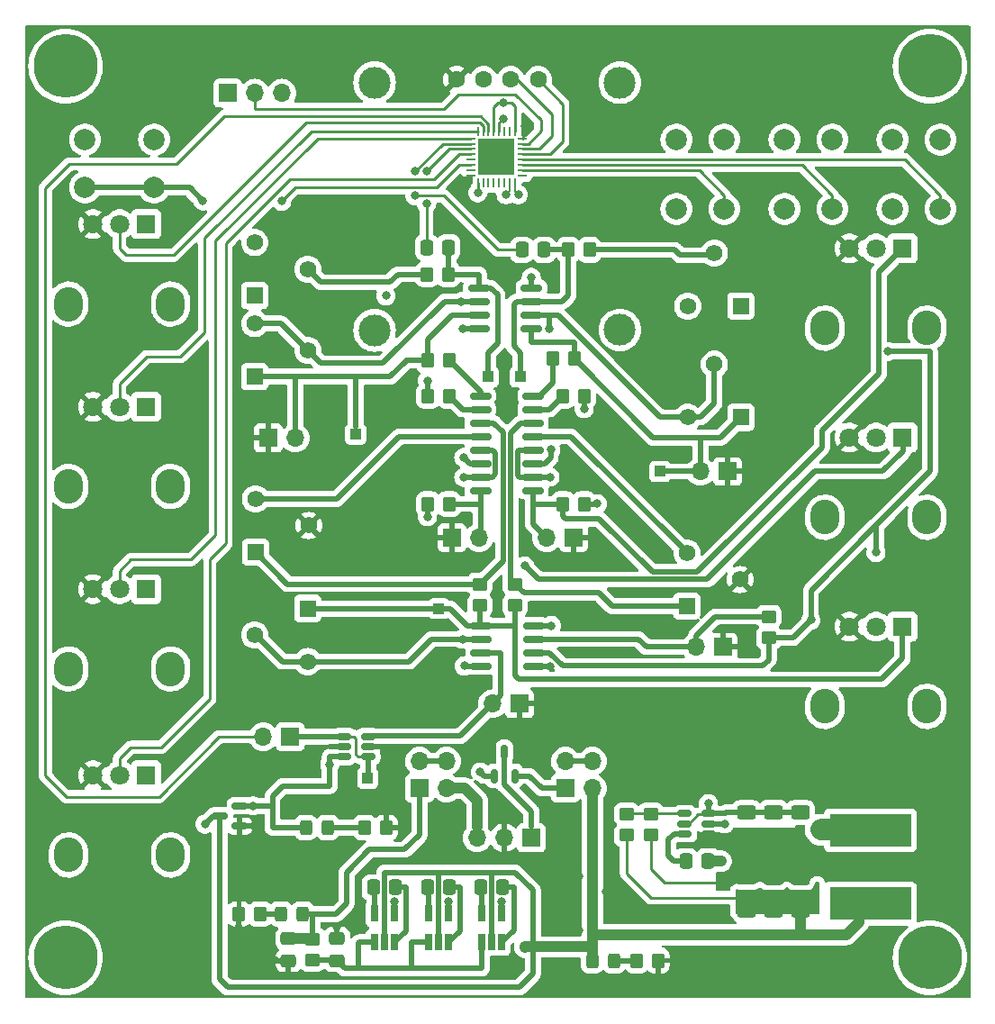
<source format=gbr>
%TF.GenerationSoftware,KiCad,Pcbnew,7.0.1-3b83917a11~172~ubuntu22.04.1*%
%TF.CreationDate,2023-04-03T22:42:05+01:00*%
%TF.ProjectId,adsr_vca_fx,61647372-5f76-4636-915f-66782e6b6963,rev?*%
%TF.SameCoordinates,Original*%
%TF.FileFunction,Copper,L1,Top*%
%TF.FilePolarity,Positive*%
%FSLAX46Y46*%
G04 Gerber Fmt 4.6, Leading zero omitted, Abs format (unit mm)*
G04 Created by KiCad (PCBNEW 7.0.1-3b83917a11~172~ubuntu22.04.1) date 2023-04-03 22:42:05*
%MOMM*%
%LPD*%
G01*
G04 APERTURE LIST*
G04 Aperture macros list*
%AMRoundRect*
0 Rectangle with rounded corners*
0 $1 Rounding radius*
0 $2 $3 $4 $5 $6 $7 $8 $9 X,Y pos of 4 corners*
0 Add a 4 corners polygon primitive as box body*
4,1,4,$2,$3,$4,$5,$6,$7,$8,$9,$2,$3,0*
0 Add four circle primitives for the rounded corners*
1,1,$1+$1,$2,$3*
1,1,$1+$1,$4,$5*
1,1,$1+$1,$6,$7*
1,1,$1+$1,$8,$9*
0 Add four rect primitives between the rounded corners*
20,1,$1+$1,$2,$3,$4,$5,0*
20,1,$1+$1,$4,$5,$6,$7,0*
20,1,$1+$1,$6,$7,$8,$9,0*
20,1,$1+$1,$8,$9,$2,$3,0*%
G04 Aperture macros list end*
%TA.AperFunction,ComponentPad*%
%ADD10R,1.700000X1.700000*%
%TD*%
%TA.AperFunction,ComponentPad*%
%ADD11O,1.700000X1.700000*%
%TD*%
%TA.AperFunction,SMDPad,CuDef*%
%ADD12RoundRect,0.250000X0.350000X0.450000X-0.350000X0.450000X-0.350000X-0.450000X0.350000X-0.450000X0*%
%TD*%
%TA.AperFunction,ComponentPad*%
%ADD13C,2.000000*%
%TD*%
%TA.AperFunction,SMDPad,CuDef*%
%ADD14RoundRect,0.250000X-0.625000X0.400000X-0.625000X-0.400000X0.625000X-0.400000X0.625000X0.400000X0*%
%TD*%
%TA.AperFunction,SMDPad,CuDef*%
%ADD15RoundRect,0.250000X0.450000X-0.350000X0.450000X0.350000X-0.450000X0.350000X-0.450000X-0.350000X0*%
%TD*%
%TA.AperFunction,ComponentPad*%
%ADD16C,6.000000*%
%TD*%
%TA.AperFunction,SMDPad,CuDef*%
%ADD17R,1.000000X1.000000*%
%TD*%
%TA.AperFunction,SMDPad,CuDef*%
%ADD18RoundRect,0.250000X-0.450000X0.350000X-0.450000X-0.350000X0.450000X-0.350000X0.450000X0.350000X0*%
%TD*%
%TA.AperFunction,ComponentPad*%
%ADD19R,1.560000X1.560000*%
%TD*%
%TA.AperFunction,ComponentPad*%
%ADD20C,1.560000*%
%TD*%
%TA.AperFunction,ComponentPad*%
%ADD21O,2.720000X3.240000*%
%TD*%
%TA.AperFunction,ComponentPad*%
%ADD22R,1.800000X1.800000*%
%TD*%
%TA.AperFunction,ComponentPad*%
%ADD23C,1.800000*%
%TD*%
%TA.AperFunction,SMDPad,CuDef*%
%ADD24RoundRect,0.250000X-0.350000X-0.450000X0.350000X-0.450000X0.350000X0.450000X-0.350000X0.450000X0*%
%TD*%
%TA.AperFunction,SMDPad,CuDef*%
%ADD25RoundRect,0.250000X0.325000X0.450000X-0.325000X0.450000X-0.325000X-0.450000X0.325000X-0.450000X0*%
%TD*%
%TA.AperFunction,SMDPad,CuDef*%
%ADD26RoundRect,0.250000X0.337500X0.475000X-0.337500X0.475000X-0.337500X-0.475000X0.337500X-0.475000X0*%
%TD*%
%TA.AperFunction,SMDPad,CuDef*%
%ADD27RoundRect,0.150000X0.512500X0.150000X-0.512500X0.150000X-0.512500X-0.150000X0.512500X-0.150000X0*%
%TD*%
%TA.AperFunction,SMDPad,CuDef*%
%ADD28RoundRect,0.250000X-0.475000X0.337500X-0.475000X-0.337500X0.475000X-0.337500X0.475000X0.337500X0*%
%TD*%
%TA.AperFunction,SMDPad,CuDef*%
%ADD29R,0.650000X1.560000*%
%TD*%
%TA.AperFunction,SMDPad,CuDef*%
%ADD30C,0.500000*%
%TD*%
%TA.AperFunction,SMDPad,CuDef*%
%ADD31R,7.700000X3.100000*%
%TD*%
%TA.AperFunction,SMDPad,CuDef*%
%ADD32RoundRect,0.250000X0.475000X-0.337500X0.475000X0.337500X-0.475000X0.337500X-0.475000X-0.337500X0*%
%TD*%
%TA.AperFunction,SMDPad,CuDef*%
%ADD33RoundRect,0.250000X0.625000X-0.400000X0.625000X0.400000X-0.625000X0.400000X-0.625000X-0.400000X0*%
%TD*%
%TA.AperFunction,SMDPad,CuDef*%
%ADD34RoundRect,0.150000X-0.825000X-0.150000X0.825000X-0.150000X0.825000X0.150000X-0.825000X0.150000X0*%
%TD*%
%TA.AperFunction,SMDPad,CuDef*%
%ADD35RoundRect,0.062500X-0.062500X0.375000X-0.062500X-0.375000X0.062500X-0.375000X0.062500X0.375000X0*%
%TD*%
%TA.AperFunction,SMDPad,CuDef*%
%ADD36RoundRect,0.062500X-0.375000X0.062500X-0.375000X-0.062500X0.375000X-0.062500X0.375000X0.062500X0*%
%TD*%
%TA.AperFunction,ComponentPad*%
%ADD37C,0.500000*%
%TD*%
%TA.AperFunction,SMDPad,CuDef*%
%ADD38R,3.450000X3.450000*%
%TD*%
%TA.AperFunction,SMDPad,CuDef*%
%ADD39RoundRect,0.150000X0.825000X0.150000X-0.825000X0.150000X-0.825000X-0.150000X0.825000X-0.150000X0*%
%TD*%
%TA.AperFunction,SMDPad,CuDef*%
%ADD40RoundRect,0.250000X-0.337500X-0.475000X0.337500X-0.475000X0.337500X0.475000X-0.337500X0.475000X0*%
%TD*%
%TA.AperFunction,SMDPad,CuDef*%
%ADD41RoundRect,0.150000X0.587500X0.150000X-0.587500X0.150000X-0.587500X-0.150000X0.587500X-0.150000X0*%
%TD*%
%TA.AperFunction,SMDPad,CuDef*%
%ADD42RoundRect,0.150000X0.150000X-0.512500X0.150000X0.512500X-0.150000X0.512500X-0.150000X-0.512500X0*%
%TD*%
%TA.AperFunction,WasherPad*%
%ADD43C,3.000000*%
%TD*%
%TA.AperFunction,ComponentPad*%
%ADD44C,1.600000*%
%TD*%
%TA.AperFunction,ViaPad*%
%ADD45C,0.800000*%
%TD*%
%TA.AperFunction,Conductor*%
%ADD46C,1.000000*%
%TD*%
%TA.AperFunction,Conductor*%
%ADD47C,0.500000*%
%TD*%
%TA.AperFunction,Conductor*%
%ADD48C,0.250000*%
%TD*%
%TA.AperFunction,Conductor*%
%ADD49C,0.127000*%
%TD*%
%TA.AperFunction,Conductor*%
%ADD50C,2.000000*%
%TD*%
G04 APERTURE END LIST*
%TA.AperFunction,EtchedComponent*%
%TO.C,NT1*%
G36*
X112772000Y-138661000D02*
G01*
X112272000Y-138661000D01*
X112272000Y-137661000D01*
X112772000Y-137661000D01*
X112772000Y-138661000D01*
G37*
%TD.AperFunction*%
%TA.AperFunction,EtchedComponent*%
%TO.C,NT2*%
G36*
X107819000Y-138669000D02*
G01*
X107319000Y-138669000D01*
X107319000Y-137669000D01*
X107819000Y-137669000D01*
X107819000Y-138669000D01*
G37*
%TD.AperFunction*%
%TD*%
D10*
%TO.P,J1,1,Pin_1*%
%TO.N,VDD*%
X123784600Y-127152400D03*
D11*
%TO.P,J1,2,Pin_2*%
%TO.N,GND*%
X121244600Y-127152400D03*
%TO.P,J1,3,Pin_3*%
%TO.N,VSS*%
X118704600Y-127152400D03*
%TD*%
D12*
%TO.P,R28,1*%
%TO.N,Net-(D5-A)*%
X98324800Y-134315200D03*
%TO.P,R28,2*%
%TO.N,GND*%
X96324800Y-134315200D03*
%TD*%
D13*
%TO.P,SW2,1,1*%
%TO.N,+3.3V*%
X137450000Y-68020000D03*
X137450000Y-61520000D03*
%TO.P,SW2,2,2*%
%TO.N,/EnvelopeGenerator/user_btn1*%
X141950000Y-68020000D03*
X141950000Y-61520000D03*
%TD*%
D14*
%TO.P,C16,1*%
%TO.N,/PowerSupply/PolarityProtection/VOUT*%
X146558000Y-124742000D03*
%TO.P,C16,2*%
%TO.N,GND*%
X146558000Y-127842000D03*
%TD*%
D15*
%TO.P,R12,1*%
%TO.N,/AudioInput/audio_out*%
X122276000Y-105303000D03*
%TO.P,R12,2*%
%TO.N,Net-(U4A-+)*%
X122276000Y-103303000D03*
%TD*%
D16*
%TO.P,H3,1*%
%TO.N,N/C*%
X161290000Y-138430000D03*
%TD*%
D17*
%TO.P,TP6,1,1*%
%TO.N,Net-(J8-Pin_2)*%
X135890000Y-92710000D03*
%TD*%
D18*
%TO.P,R22,1*%
%TO.N,Net-(U6-VFB)*%
X135045550Y-124915200D03*
%TO.P,R22,2*%
%TO.N,GND*%
X135045550Y-126915200D03*
%TD*%
D10*
%TO.P,J3,1,Pin_1*%
%TO.N,/PowerSupply/-5V*%
X113284000Y-122488750D03*
D11*
%TO.P,J3,2,Pin_2*%
%TO.N,VSSA*%
X113284000Y-119948750D03*
%TO.P,J3,3,Pin_3*%
%TO.N,VSS*%
X115824000Y-122488750D03*
%TO.P,J3,4,Pin_4*%
%TO.N,VSSA*%
X115824000Y-119948750D03*
%TD*%
D19*
%TO.P,RV1,1,1*%
%TO.N,/AudioInput/audio_out*%
X102790000Y-105587600D03*
D20*
%TO.P,RV1,2,2*%
%TO.N,Net-(U1A--)*%
X97790000Y-108087600D03*
%TO.P,RV1,3,3*%
X102790000Y-110587600D03*
%TD*%
D17*
%TO.P,TP4,1,1*%
%TO.N,Net-(U5A-+)*%
X122784000Y-83820000D03*
%TD*%
D21*
%TO.P,RV3,*%
%TO.N,*%
X161010000Y-97025000D03*
X151410000Y-97025000D03*
D22*
%TO.P,RV3,1,1*%
%TO.N,/AudioOutput/audio_in2*%
X158710000Y-89525000D03*
D23*
%TO.P,RV3,2,2*%
%TO.N,Net-(R3-Pad1)*%
X156210000Y-89525000D03*
%TO.P,RV3,3,3*%
%TO.N,GND*%
X153710000Y-89525000D03*
%TD*%
D21*
%TO.P,RV4,*%
%TO.N,*%
X161010000Y-114805000D03*
X151410000Y-114805000D03*
D22*
%TO.P,RV4,1,1*%
%TO.N,/AudioInput/audio_out*%
X158710000Y-107305000D03*
D23*
%TO.P,RV4,2,2*%
%TO.N,Net-(R4-Pad1)*%
X156210000Y-107305000D03*
%TO.P,RV4,3,3*%
%TO.N,GND*%
X153710000Y-107305000D03*
%TD*%
D11*
%TO.P,J5,2,Pin_2*%
%TO.N,Net-(J5-Pin_2)*%
X139294000Y-109220000D03*
D10*
%TO.P,J5,1,Pin_1*%
%TO.N,GND*%
X141834000Y-109220000D03*
%TD*%
%TO.P,JP1,1,A*%
%TO.N,/AudioInput/peak_detect_out*%
X101142800Y-117652800D03*
D11*
%TO.P,JP1,2,B*%
%TO.N,/EnvelopeGenerator/peak_detect_gatecv*%
X98602800Y-117652800D03*
%TD*%
D21*
%TO.P,RV12,*%
%TO.N,*%
X89890000Y-111275000D03*
X80290000Y-111275000D03*
D22*
%TO.P,RV12,1,1*%
%TO.N,+3.3V*%
X87590000Y-103775000D03*
D23*
%TO.P,RV12,2,2*%
%TO.N,/ADSRPots/env_in.sustain*%
X85090000Y-103775000D03*
%TO.P,RV12,3,3*%
%TO.N,GND*%
X82590000Y-103775000D03*
%TD*%
D24*
%TO.P,R8,1*%
%TO.N,/VoltageControlledAmplifier/lindiode2*%
X126777500Y-85613000D03*
%TO.P,R8,2*%
%TO.N,VDDA*%
X128777500Y-85613000D03*
%TD*%
D15*
%TO.P,R5,1*%
%TO.N,Net-(U1B--)*%
X146127500Y-108351000D03*
%TO.P,R5,2*%
%TO.N,Net-(J5-Pin_2)*%
X146127500Y-106351000D03*
%TD*%
D25*
%TO.P,D1,1,K*%
%TO.N,Net-(D1-K)*%
X131581000Y-138688400D03*
%TO.P,D1,2,A*%
%TO.N,/PowerSupply/+5V*%
X129531000Y-138688400D03*
%TD*%
D26*
%TO.P,C28,1*%
%TO.N,Net-(U10-CFLY-)*%
X116099500Y-131819000D03*
%TO.P,C28,2*%
%TO.N,Net-(U10-CFLY+)*%
X114024500Y-131819000D03*
%TD*%
D10*
%TO.P,J9,1,Pin_1*%
%TO.N,GND*%
X127787800Y-98943600D03*
D11*
%TO.P,J9,2,Pin_2*%
%TO.N,/AudioOutput/audio_in1*%
X125247800Y-98943600D03*
%TD*%
D27*
%TO.P,U6,1,GND*%
%TO.N,GND*%
X140501050Y-126786000D03*
%TO.P,U6,2,SW*%
%TO.N,Net-(U6-SW)*%
X140501050Y-125836000D03*
%TO.P,U6,3,VIN*%
%TO.N,/PowerSupply/PolarityProtection/VOUT*%
X140501050Y-124886000D03*
%TO.P,U6,4,VFB*%
%TO.N,Net-(U6-VFB)*%
X138226050Y-124886000D03*
%TO.P,U6,5,EN*%
%TO.N,/PowerSupply/PolarityProtection/VOUT*%
X138226050Y-125836000D03*
%TO.P,U6,6,VBST*%
%TO.N,Net-(U6-VBST)*%
X138226050Y-126786000D03*
%TD*%
D13*
%TO.P,SW3,1,1*%
%TO.N,+3.3V*%
X147610000Y-68020000D03*
X147610000Y-61520000D03*
%TO.P,SW3,2,2*%
%TO.N,/EnvelopeGenerator/user_btn2*%
X152110000Y-68020000D03*
X152110000Y-61520000D03*
%TD*%
D28*
%TO.P,C27,1*%
%TO.N,/PowerSupply/-5V*%
X100965000Y-136623500D03*
%TO.P,C27,2*%
%TO.N,GND*%
X100965000Y-138698500D03*
%TD*%
D12*
%TO.P,R11,1*%
%TO.N,Net-(R11-Pad1)*%
X129270000Y-71882000D03*
%TO.P,R11,2*%
%TO.N,Net-(U5A-+)*%
X127270000Y-71882000D03*
%TD*%
D24*
%TO.P,R19,1*%
%TO.N,VSSA*%
X114077500Y-95773000D03*
%TO.P,R19,2*%
%TO.N,/AudioOutput/audio_in2*%
X116077500Y-95773000D03*
%TD*%
D29*
%TO.P,U8,1,OUT*%
%TO.N,Net-(U8-OUT)*%
X119126000Y-136979000D03*
%TO.P,U8,2,IN*%
%TO.N,/PowerSupply/+5V*%
X120076000Y-136979000D03*
%TO.P,U8,3,CFLY-*%
%TO.N,Net-(U8-CFLY-)*%
X121026000Y-136979000D03*
%TO.P,U8,4,GND*%
%TO.N,GND*%
X121026000Y-134279000D03*
%TO.P,U8,5,CFLY+*%
%TO.N,Net-(U8-CFLY+)*%
X119126000Y-134279000D03*
%TD*%
D14*
%TO.P,C17,1*%
%TO.N,/PowerSupply/PolarityProtection/VOUT*%
X144018000Y-124768000D03*
%TO.P,C17,2*%
%TO.N,GND*%
X144018000Y-127868000D03*
%TD*%
D30*
%TO.P,NT1,1,1*%
%TO.N,Net-(U10-OUT)*%
X112522000Y-137661000D03*
%TO.P,NT1,2,2*%
%TO.N,Net-(U8-OUT)*%
X112522000Y-138661000D03*
%TD*%
D24*
%TO.P,R17,1*%
%TO.N,Net-(R17-Pad1)*%
X125848000Y-82057000D03*
%TO.P,R17,2*%
%TO.N,Net-(J8-Pin_2)*%
X127848000Y-82057000D03*
%TD*%
D19*
%TO.P,RV6,1,1*%
%TO.N,VDDA*%
X143510000Y-77170000D03*
D20*
%TO.P,RV6,2,2*%
%TO.N,Net-(R11-Pad1)*%
X141010000Y-72170000D03*
%TO.P,RV6,3,3*%
%TO.N,VSSA*%
X138510000Y-77170000D03*
%TD*%
D15*
%TO.P,R9,1*%
%TO.N,/AudioInput/audio_out*%
X118974000Y-105303000D03*
%TO.P,R9,2*%
%TO.N,Net-(U4C-+)*%
X118974000Y-103303000D03*
%TD*%
D10*
%TO.P,J10,1,Pin_1*%
%TO.N,GND*%
X116347500Y-98948000D03*
D11*
%TO.P,J10,2,Pin_2*%
%TO.N,/AudioOutput/audio_in2*%
X118887500Y-98948000D03*
%TD*%
D19*
%TO.P,RV8,1,1*%
%TO.N,Net-(U4A-+)*%
X138430000Y-105370000D03*
D20*
%TO.P,RV8,2,2*%
%TO.N,GND*%
X143430000Y-102870000D03*
%TO.P,RV8,3,3*%
%TO.N,Net-(U4A--)*%
X138430000Y-100370000D03*
%TD*%
D29*
%TO.P,U10,1,OUT*%
%TO.N,Net-(U10-OUT)*%
X114112000Y-136979000D03*
%TO.P,U10,2,IN*%
%TO.N,/PowerSupply/+5V*%
X115062000Y-136979000D03*
%TO.P,U10,3,CFLY-*%
%TO.N,Net-(U10-CFLY-)*%
X116012000Y-136979000D03*
%TO.P,U10,4,GND*%
%TO.N,GND*%
X116012000Y-134279000D03*
%TO.P,U10,5,CFLY+*%
%TO.N,Net-(U10-CFLY+)*%
X114112000Y-134279000D03*
%TD*%
D16*
%TO.P,H1,1*%
%TO.N,N/C*%
X161290000Y-54610000D03*
%TD*%
D31*
%TO.P,L1,1,1*%
%TO.N,Net-(U6-SW)*%
X155702000Y-126450000D03*
%TO.P,L1,2,2*%
%TO.N,/PowerSupply/+5V*%
X155702000Y-133350000D03*
%TD*%
D21*
%TO.P,RV11,*%
%TO.N,*%
X89890000Y-76969000D03*
X80290000Y-76969000D03*
D22*
%TO.P,RV11,1,1*%
%TO.N,+3.3V*%
X87590000Y-69469000D03*
D23*
%TO.P,RV11,2,2*%
%TO.N,/ADSRPots/env_in.attack*%
X85090000Y-69469000D03*
%TO.P,RV11,3,3*%
%TO.N,GND*%
X82590000Y-69469000D03*
%TD*%
D10*
%TO.P,J8,1,Pin_1*%
%TO.N,GND*%
X142240000Y-92710000D03*
D11*
%TO.P,J8,2,Pin_2*%
%TO.N,Net-(J8-Pin_2)*%
X139700000Y-92710000D03*
%TD*%
D30*
%TO.P,NT2,1,1*%
%TO.N,Net-(U9-OUT)*%
X107569000Y-137669000D03*
%TO.P,NT2,2,2*%
%TO.N,Net-(U8-OUT)*%
X107569000Y-138669000D03*
%TD*%
D21*
%TO.P,RV13,*%
%TO.N,*%
X89890000Y-94130000D03*
X80290000Y-94130000D03*
D22*
%TO.P,RV13,1,1*%
%TO.N,+3.3V*%
X87590000Y-86630000D03*
D23*
%TO.P,RV13,2,2*%
%TO.N,/ADSRPots/env_in.decay*%
X85090000Y-86630000D03*
%TO.P,RV13,3,3*%
%TO.N,GND*%
X82590000Y-86630000D03*
%TD*%
D32*
%TO.P,C26,1*%
%TO.N,Net-(U8-OUT)*%
X105537000Y-138698500D03*
%TO.P,C26,2*%
%TO.N,GND*%
X105537000Y-136623500D03*
%TD*%
D21*
%TO.P,RV14,*%
%TO.N,*%
X89890000Y-128775000D03*
X80290000Y-128775000D03*
D22*
%TO.P,RV14,1,1*%
%TO.N,+3.3V*%
X87590000Y-121275000D03*
D23*
%TO.P,RV14,2,2*%
%TO.N,/ADSRPots/env_in.release*%
X85090000Y-121275000D03*
%TO.P,RV14,3,3*%
%TO.N,GND*%
X82590000Y-121275000D03*
%TD*%
D15*
%TO.P,R21,1*%
%TO.N,/PowerSupply/+5V*%
X132759550Y-126915200D03*
%TO.P,R21,2*%
%TO.N,Net-(U6-VFB)*%
X132759550Y-124915200D03*
%TD*%
D12*
%TO.P,R15,1*%
%TO.N,Net-(R15-Pad1)*%
X116062000Y-82296000D03*
%TO.P,R15,2*%
%TO.N,Net-(J7-Pin_2)*%
X114062000Y-82296000D03*
%TD*%
D13*
%TO.P,SW1,1,1*%
%TO.N,+3.3V*%
X81840000Y-61504000D03*
X88340000Y-61504000D03*
%TO.P,SW1,2,2*%
%TO.N,/EnvelopeGenerator/manual_gate_cv*%
X81840000Y-66004000D03*
X88340000Y-66004000D03*
%TD*%
D29*
%TO.P,U9,1,OUT*%
%TO.N,Net-(U9-OUT)*%
X109032000Y-136979000D03*
%TO.P,U9,2,IN*%
%TO.N,/PowerSupply/+5V*%
X109982000Y-136979000D03*
%TO.P,U9,3,CFLY-*%
%TO.N,Net-(U9-CFLY-)*%
X110932000Y-136979000D03*
%TO.P,U9,4,GND*%
%TO.N,GND*%
X110932000Y-134279000D03*
%TO.P,U9,5,CFLY+*%
%TO.N,Net-(U9-CFLY+)*%
X109032000Y-134279000D03*
%TD*%
D26*
%TO.P,C24,2*%
%TO.N,Net-(U8-CFLY+)*%
X119038500Y-131819000D03*
%TO.P,C24,1*%
%TO.N,Net-(U8-CFLY-)*%
X121113500Y-131819000D03*
%TD*%
D27*
%TO.P,U2,1*%
%TO.N,/AudioInput/peak_detect_out*%
X108455023Y-119525000D03*
%TO.P,U2,2,V-*%
%TO.N,GND*%
X108455023Y-118575000D03*
%TO.P,U2,3,+*%
%TO.N,Net-(J4-Pin_2)*%
X108455023Y-117625000D03*
%TO.P,U2,4,-*%
%TO.N,/AudioInput/peak_detect_out*%
X106180023Y-117625000D03*
%TO.P,U2,5,~{CS}*%
%TO.N,GND*%
X106180023Y-118575000D03*
%TO.P,U2,6,V+*%
%TO.N,+3.3V*%
X106180023Y-119525000D03*
%TD*%
D19*
%TO.P,RV9,1,1*%
%TO.N,Net-(J7-Pin_2)*%
X97790000Y-83812000D03*
D20*
%TO.P,RV9,2,2*%
%TO.N,Net-(U5B--)*%
X102790000Y-81312000D03*
%TO.P,RV9,3,3*%
X97790000Y-78812000D03*
%TD*%
D26*
%TO.P,C25,1*%
%TO.N,Net-(U9-CFLY-)*%
X111019500Y-131819000D03*
%TO.P,C25,2*%
%TO.N,Net-(U9-CFLY+)*%
X108944500Y-131819000D03*
%TD*%
D19*
%TO.P,RV7,1,1*%
%TO.N,Net-(U4C-+)*%
X97870000Y-100290000D03*
D20*
%TO.P,RV7,2,2*%
%TO.N,GND*%
X102870000Y-97790000D03*
%TO.P,RV7,3,3*%
%TO.N,Net-(U4C--)*%
X97870000Y-95290000D03*
%TD*%
D33*
%TO.P,C20,1*%
%TO.N,/PowerSupply/+5V*%
X149098000Y-134016000D03*
%TO.P,C20,2*%
%TO.N,GND*%
X149098000Y-130916000D03*
%TD*%
D17*
%TO.P,TP5,1,1*%
%TO.N,Net-(J7-Pin_2)*%
X107290000Y-89190000D03*
%TD*%
D16*
%TO.P,H4,1*%
%TO.N,N/C*%
X80010000Y-138430000D03*
%TD*%
D34*
%TO.P,U4,1*%
%TO.N,Net-(R15-Pad1)*%
X119017500Y-85613000D03*
%TO.P,U4,2,DIODE_BIAS*%
%TO.N,/VoltageControlledAmplifier/lindiode1*%
X119017500Y-86883000D03*
%TO.P,U4,3,+*%
%TO.N,Net-(U4C-+)*%
X119017500Y-88153000D03*
%TO.P,U4,4,-*%
%TO.N,Net-(U4C--)*%
X119017500Y-89423000D03*
%TO.P,U4,5*%
%TO.N,Net-(R16-Pad2)*%
X119017500Y-90693000D03*
%TO.P,U4,6,V-*%
%TO.N,VSSA*%
X119017500Y-91963000D03*
%TO.P,U4,7*%
%TO.N,Net-(R16-Pad2)*%
X119017500Y-93233000D03*
%TO.P,U4,8*%
%TO.N,/AudioOutput/audio_in2*%
X119017500Y-94503000D03*
%TO.P,U4,9*%
%TO.N,/AudioOutput/audio_in1*%
X123967500Y-94503000D03*
%TO.P,U4,10*%
%TO.N,Net-(R18-Pad2)*%
X123967500Y-93233000D03*
%TO.P,U4,11,V+*%
%TO.N,VDDA*%
X123967500Y-91963000D03*
%TO.P,U4,12*%
%TO.N,Net-(R18-Pad2)*%
X123967500Y-90693000D03*
%TO.P,U4,13,-*%
%TO.N,Net-(U4A--)*%
X123967500Y-89423000D03*
%TO.P,U4,14,+*%
%TO.N,Net-(U4A-+)*%
X123967500Y-88153000D03*
%TO.P,U4,15,DIODE_BIAS*%
%TO.N,/VoltageControlledAmplifier/lindiode2*%
X123967500Y-86883000D03*
%TO.P,U4,16*%
%TO.N,Net-(R17-Pad1)*%
X123967500Y-85613000D03*
%TD*%
D35*
%TO.P,U3,1,VDD*%
%TO.N,+3.3V*%
X122276000Y-60712000D03*
%TO.P,U3,2,PC14*%
%TO.N,unconnected-(U3-PC14-Pad2)*%
X121776000Y-60712000D03*
%TO.P,U3,3,PC15*%
%TO.N,unconnected-(U3-PC15-Pad3)*%
X121276000Y-60712000D03*
%TO.P,U3,4,NRST*%
%TO.N,/EnvelopeGenerator/reset*%
X120776000Y-60712000D03*
%TO.P,U3,5,VDDA*%
%TO.N,+3.3V*%
X120276000Y-60712000D03*
%TO.P,U3,6,PA0*%
%TO.N,/EnvelopeGenerator/peak_detect_gatecv*%
X119776000Y-60712000D03*
%TO.P,U3,7,PA1*%
%TO.N,/ADSRPots/env_in.attack*%
X119276000Y-60712000D03*
%TO.P,U3,8,PA2*%
%TO.N,/ADSRPots/env_in.decay*%
X118776000Y-60712000D03*
D36*
%TO.P,U3,9,PA3*%
%TO.N,/ADSRPots/env_in.sustain*%
X118088500Y-61399500D03*
%TO.P,U3,10,PA4*%
%TO.N,/EnvelopeGenerator/adsr_env_out1*%
X118088500Y-61899500D03*
%TO.P,U3,11,PA5*%
%TO.N,/EnvelopeGenerator/adsr_env_out2*%
X118088500Y-62399500D03*
%TO.P,U3,12,PA6*%
%TO.N,/ADSRPots/env_in.release*%
X118088500Y-62899500D03*
%TO.P,U3,13,PA7*%
%TO.N,unconnected-(U3-PA7-Pad13)*%
X118088500Y-63399500D03*
%TO.P,U3,14,PB0*%
%TO.N,/EnvelopeGenerator/manual_gate_cv*%
X118088500Y-63899500D03*
%TO.P,U3,15,PB1*%
%TO.N,unconnected-(U3-PB1-Pad15)*%
X118088500Y-64399500D03*
%TO.P,U3,16,VSS*%
%TO.N,GND*%
X118088500Y-64899500D03*
D35*
%TO.P,U3,17,VDD*%
%TO.N,+3.3V*%
X118776000Y-65587000D03*
%TO.P,U3,18,PA8*%
%TO.N,unconnected-(U3-PA8-Pad18)*%
X119276000Y-65587000D03*
%TO.P,U3,19,PA9*%
%TO.N,unconnected-(U3-PA9-Pad19)*%
X119776000Y-65587000D03*
%TO.P,U3,20,PA10*%
%TO.N,unconnected-(U3-PA10-Pad20)*%
X120276000Y-65587000D03*
%TO.P,U3,21,PA11*%
%TO.N,unconnected-(U3-PA11-Pad21)*%
X120776000Y-65587000D03*
%TO.P,U3,22,PA12*%
%TO.N,unconnected-(U3-PA12-Pad22)*%
X121276000Y-65587000D03*
%TO.P,U3,23,PA13*%
%TO.N,/EnvelopeGenerator/swdio*%
X121776000Y-65587000D03*
%TO.P,U3,24,PA14*%
%TO.N,/EnvelopeGenerator/swclk*%
X122276000Y-65587000D03*
D36*
%TO.P,U3,25,PA15*%
%TO.N,unconnected-(U3-PA15-Pad25)*%
X122963500Y-64899500D03*
%TO.P,U3,26,PB3*%
%TO.N,/EnvelopeGenerator/user_btn1*%
X122963500Y-64399500D03*
%TO.P,U3,27,PB4*%
%TO.N,/EnvelopeGenerator/user_btn2*%
X122963500Y-63899500D03*
%TO.P,U3,28,PB5*%
%TO.N,/EnvelopeGenerator/user_btn3*%
X122963500Y-63399500D03*
%TO.P,U3,29,PB6*%
%TO.N,/EnvelopeGenerator/displaybus.scl*%
X122963500Y-62899500D03*
%TO.P,U3,30,PB7*%
%TO.N,/EnvelopeGenerator/displaybus.sda*%
X122963500Y-62399500D03*
%TO.P,U3,31,PH3*%
%TO.N,/EnvelopeGenerator/boot0*%
X122963500Y-61899500D03*
%TO.P,U3,32,VSS*%
%TO.N,GND*%
X122963500Y-61399500D03*
D37*
%TO.P,U3,33,VSS*%
X121526000Y-62149500D03*
X120526000Y-62149500D03*
X119526000Y-62149500D03*
X121526000Y-63149500D03*
X120526000Y-63149500D03*
D38*
X120526000Y-63149500D03*
D37*
X119526000Y-63149500D03*
X121526000Y-64149500D03*
X120526000Y-64149500D03*
X119526000Y-64149500D03*
%TD*%
D24*
%TO.P,R23,1*%
%TO.N,Net-(D1-K)*%
X133705600Y-138688400D03*
%TO.P,R23,2*%
%TO.N,GND*%
X135705600Y-138688400D03*
%TD*%
D12*
%TO.P,R7,1*%
%TO.N,/VoltageControlledAmplifier/lindiode1*%
X116077500Y-85613000D03*
%TO.P,R7,2*%
%TO.N,VDDA*%
X114077500Y-85613000D03*
%TD*%
D19*
%TO.P,RV5,1,1*%
%TO.N,VDDA*%
X97790000Y-76192000D03*
D20*
%TO.P,RV5,2,2*%
%TO.N,Net-(R10-Pad1)*%
X102790000Y-73692000D03*
%TO.P,RV5,3,3*%
%TO.N,VSSA*%
X97790000Y-71192000D03*
%TD*%
D15*
%TO.P,R27,1*%
%TO.N,Net-(U8-OUT)*%
X103251000Y-138661000D03*
%TO.P,R27,2*%
%TO.N,/PowerSupply/-5V*%
X103251000Y-136661000D03*
%TD*%
D17*
%TO.P,TP3,1,1*%
%TO.N,Net-(U5B-+)*%
X119736000Y-83820000D03*
%TD*%
D33*
%TO.P,C19,1*%
%TO.N,/PowerSupply/+5V*%
X144065800Y-133990000D03*
%TO.P,C19,2*%
%TO.N,GND*%
X144065800Y-130890000D03*
%TD*%
D12*
%TO.P,R20,1*%
%TO.N,VSSA*%
X128777500Y-95773000D03*
%TO.P,R20,2*%
%TO.N,/AudioOutput/audio_in1*%
X126777500Y-95773000D03*
%TD*%
D39*
%TO.P,U5,1*%
%TO.N,Net-(J8-Pin_2)*%
X123824500Y-79263000D03*
%TO.P,U5,2,-*%
%TO.N,Net-(U5A--)*%
X123824500Y-77993000D03*
%TO.P,U5,3,+*%
%TO.N,Net-(U5A-+)*%
X123824500Y-76723000D03*
%TO.P,U5,4,V-*%
%TO.N,VSSA*%
X123824500Y-75453000D03*
%TO.P,U5,5,+*%
%TO.N,Net-(U5B-+)*%
X118874500Y-75453000D03*
%TO.P,U5,6,-*%
%TO.N,Net-(U5B--)*%
X118874500Y-76723000D03*
%TO.P,U5,7*%
%TO.N,Net-(J7-Pin_2)*%
X118874500Y-77993000D03*
%TO.P,U5,8,V+*%
%TO.N,VDDA*%
X118874500Y-79263000D03*
%TD*%
D25*
%TO.P,D5,1,K*%
%TO.N,/PowerSupply/-5V*%
X102320200Y-134315200D03*
%TO.P,D5,2,A*%
%TO.N,Net-(D5-A)*%
X100270200Y-134315200D03*
%TD*%
D40*
%TO.P,C15,1*%
%TO.N,/EnvelopeGenerator/adsr_env_out2*%
X113962000Y-71643000D03*
%TO.P,C15,2*%
%TO.N,Net-(U5B-+)*%
X116037000Y-71643000D03*
%TD*%
D34*
%TO.P,U1,1*%
%TO.N,/AudioInput/audio_out*%
X119063500Y-107203000D03*
%TO.P,U1,2,-*%
%TO.N,Net-(U1A--)*%
X119063500Y-108473000D03*
%TO.P,U1,3,+*%
%TO.N,Net-(J4-Pin_2)*%
X119063500Y-109743000D03*
%TO.P,U1,4,V-*%
%TO.N,VSSA*%
X119063500Y-111013000D03*
%TO.P,U1,5,+*%
%TO.N,GND*%
X124013500Y-111013000D03*
%TO.P,U1,6,-*%
%TO.N,Net-(U1B--)*%
X124013500Y-109743000D03*
%TO.P,U1,7*%
%TO.N,Net-(J5-Pin_2)*%
X124013500Y-108473000D03*
%TO.P,U1,8,V+*%
%TO.N,VDDA*%
X124013500Y-107203000D03*
%TD*%
D17*
%TO.P,TP1,1,1*%
%TO.N,/AudioInput/peak_detect_out*%
X108419023Y-121557000D03*
%TD*%
D13*
%TO.P,SW4,1,1*%
%TO.N,+3.3V*%
X157770000Y-68020000D03*
X157770000Y-61520000D03*
%TO.P,SW4,2,2*%
%TO.N,/EnvelopeGenerator/user_btn3*%
X162270000Y-68020000D03*
X162270000Y-61520000D03*
%TD*%
D21*
%TO.P,RV2,*%
%TO.N,*%
X161010000Y-79245000D03*
X151410000Y-79245000D03*
D22*
%TO.P,RV2,1,1*%
%TO.N,/AudioOutput/audio_in1*%
X158710000Y-71745000D03*
D23*
%TO.P,RV2,2,2*%
%TO.N,Net-(R2-Pad1)*%
X156210000Y-71745000D03*
%TO.P,RV2,3,3*%
%TO.N,GND*%
X153710000Y-71745000D03*
%TD*%
D33*
%TO.P,C29,1*%
%TO.N,/PowerSupply/+5V*%
X146558000Y-134016000D03*
%TO.P,C29,2*%
%TO.N,GND*%
X146558000Y-130916000D03*
%TD*%
D41*
%TO.P,U7,1,GND*%
%TO.N,GND*%
X96393000Y-126045000D03*
%TO.P,U7,2,VO*%
%TO.N,+3.3V*%
X96393000Y-124145000D03*
%TO.P,U7,3,VI*%
%TO.N,/PowerSupply/+5V*%
X94518000Y-125095000D03*
%TD*%
D40*
%TO.P,C14,1*%
%TO.N,/EnvelopeGenerator/adsr_env_out1*%
X122914500Y-71882000D03*
%TO.P,C14,2*%
%TO.N,Net-(U5A-+)*%
X124989500Y-71882000D03*
%TD*%
D24*
%TO.P,R10,1*%
%TO.N,Net-(R10-Pad1)*%
X113999500Y-74183000D03*
%TO.P,R10,2*%
%TO.N,Net-(U5B-+)*%
X115999500Y-74183000D03*
%TD*%
D10*
%TO.P,J2,1,Pin_1*%
%TO.N,/PowerSupply/PolarityProtection/VOUT*%
X127000000Y-122488750D03*
D11*
%TO.P,J2,2,Pin_2*%
%TO.N,VDDA*%
X127000000Y-119948750D03*
%TO.P,J2,3,Pin_3*%
%TO.N,/PowerSupply/+5V*%
X129540000Y-122488750D03*
%TO.P,J2,4,Pin_4*%
%TO.N,VDDA*%
X129540000Y-119948750D03*
%TD*%
D42*
%TO.P,Q1,1,G*%
%TO.N,Net-(D3-A)*%
X120335000Y-121340250D03*
%TO.P,Q1,2,S*%
%TO.N,/PowerSupply/PolarityProtection/VOUT*%
X122235000Y-121340250D03*
%TO.P,Q1,3,D*%
%TO.N,VDD*%
X121285000Y-119065250D03*
%TD*%
D19*
%TO.P,RV10,1,1*%
%TO.N,Net-(J8-Pin_2)*%
X143510000Y-87630000D03*
D20*
%TO.P,RV10,2,2*%
%TO.N,Net-(U5A--)*%
X141010000Y-82630000D03*
%TO.P,RV10,3,3*%
X138510000Y-87630000D03*
%TD*%
D10*
%TO.P,J7,1,Pin_1*%
%TO.N,GND*%
X99060000Y-89567000D03*
D11*
%TO.P,J7,2,Pin_2*%
%TO.N,Net-(J7-Pin_2)*%
X101600000Y-89567000D03*
%TD*%
D14*
%TO.P,C30,1*%
%TO.N,/PowerSupply/PolarityProtection/VOUT*%
X149098000Y-124768000D03*
%TO.P,C30,2*%
%TO.N,GND*%
X149098000Y-127868000D03*
%TD*%
D43*
%TO.P,J11,*%
%TO.N,*%
X109066200Y-56162400D03*
X109066200Y-79451200D03*
X132129400Y-56162400D03*
X132129400Y-79400400D03*
D44*
%TO.P,J11,1,Pin_1*%
%TO.N,GND*%
X116787800Y-55880000D03*
%TO.P,J11,2,Pin_2*%
%TO.N,+3.3V*%
X119327800Y-55880000D03*
%TO.P,J11,3,Pin_3*%
%TO.N,/EnvelopeGenerator/displaybus.sda*%
X121867800Y-55880000D03*
%TO.P,J11,4,Pin_4*%
%TO.N,/EnvelopeGenerator/displaybus.scl*%
X124453800Y-55880000D03*
%TD*%
D17*
%TO.P,TP2,1,1*%
%TO.N,/AudioInput/audio_out*%
X115113200Y-105598400D03*
%TD*%
D25*
%TO.P,D2,1,K*%
%TO.N,Net-(D2-K)*%
X104657000Y-126187200D03*
%TO.P,D2,2,A*%
%TO.N,+3.3V*%
X102607000Y-126187200D03*
%TD*%
D16*
%TO.P,H2,1*%
%TO.N,N/C*%
X80010000Y-54610000D03*
%TD*%
D40*
%TO.P,C18,1*%
%TO.N,Net-(U6-VBST)*%
X138326050Y-129341200D03*
%TO.P,C18,2*%
%TO.N,Net-(U6-SW)*%
X140401050Y-129341200D03*
%TD*%
D10*
%TO.P,J4,1,Pin_1*%
%TO.N,GND*%
X122682000Y-114554000D03*
D11*
%TO.P,J4,2,Pin_2*%
%TO.N,Net-(J4-Pin_2)*%
X120142000Y-114554000D03*
%TD*%
D24*
%TO.P,R24,1*%
%TO.N,Net-(D2-K)*%
X108169200Y-126187200D03*
%TO.P,R24,2*%
%TO.N,GND*%
X110169200Y-126187200D03*
%TD*%
D11*
%TO.P,J12,3,Pin_3*%
%TO.N,+3.3V*%
X100345000Y-57150000D03*
%TO.P,J12,2,Pin_2*%
%TO.N,/EnvelopeGenerator/boot0*%
X97805000Y-57150000D03*
D10*
%TO.P,J12,1,Pin_1*%
%TO.N,Net-(J12-Pin_1)*%
X95265000Y-57150000D03*
%TD*%
D45*
%TO.N,GND*%
X136144000Y-107188000D03*
X115316000Y-69088000D03*
X120396000Y-104140000D03*
X94488000Y-120396000D03*
X121920000Y-139192000D03*
X117856000Y-72644000D03*
X115316000Y-87884000D03*
X121412000Y-86360000D03*
X127000000Y-87884000D03*
X132080000Y-97028000D03*
X129540000Y-109728000D03*
X91948000Y-118364000D03*
X150368000Y-72644000D03*
X154940000Y-68580000D03*
X154940000Y-59944000D03*
X135128000Y-57912000D03*
X134112000Y-61468000D03*
X133604000Y-66040000D03*
X133604000Y-69596000D03*
X128524000Y-65532000D03*
X107696000Y-68072000D03*
X91948000Y-59944000D03*
X79756000Y-85344000D03*
X79756000Y-119380000D03*
X79756000Y-101600000D03*
X78232000Y-133096000D03*
X153416000Y-138684000D03*
X148336000Y-138684000D03*
X143256000Y-138684000D03*
X138176000Y-138684000D03*
X153416000Y-118364000D03*
X159004000Y-118872000D03*
X148336000Y-113792000D03*
X138176000Y-113792000D03*
X143764000Y-113792000D03*
X145796000Y-100584000D03*
X145796000Y-77724000D03*
X145796000Y-72644000D03*
X83820000Y-131572000D03*
X83820000Y-113792000D03*
X84328000Y-95504000D03*
X84328000Y-90932000D03*
X84836000Y-77724000D03*
X78232000Y-60452000D03*
X104648000Y-55372000D03*
%TO.N,VDDA*%
X125684000Y-107203000D03*
X125628400Y-90678000D03*
X128777500Y-86816700D03*
X114046000Y-84175600D03*
X110126400Y-76192000D03*
X117363000Y-79263000D03*
%TO.N,GND*%
X110932000Y-133155000D03*
X110490000Y-87630000D03*
X146050000Y-120650000D03*
X105410000Y-115570000D03*
X158750000Y-74930000D03*
X151130000Y-140970000D03*
X132334000Y-89154000D03*
X82550000Y-80010000D03*
X100838000Y-93218000D03*
X125730000Y-133350000D03*
X123190000Y-69850000D03*
X163830000Y-87630000D03*
X148590000Y-80010000D03*
X97754000Y-126045000D03*
X148590000Y-85090000D03*
X140970000Y-120650000D03*
X133350000Y-134726000D03*
X130810000Y-132186000D03*
X156892800Y-129471200D03*
X161290000Y-105410000D03*
X163830000Y-64770000D03*
X91440000Y-83820000D03*
X163830000Y-128270000D03*
X105410000Y-69850000D03*
X101854000Y-107950000D03*
X91440000Y-97790000D03*
X113030000Y-113030000D03*
X91186000Y-106426000D03*
X110490000Y-69850000D03*
X110490000Y-115570000D03*
X163830000Y-113030000D03*
X85090000Y-55880000D03*
X145542000Y-82550000D03*
X97180400Y-138176000D03*
X145542000Y-89154000D03*
X125730000Y-67310000D03*
X163830000Y-77470000D03*
X138430000Y-134726000D03*
X124866400Y-116611400D03*
X128270000Y-130810000D03*
X161290000Y-124566000D03*
X106883200Y-123240800D03*
X138430000Y-123190000D03*
X148590000Y-69850000D03*
X152066800Y-129471200D03*
X133350000Y-123190000D03*
X91186000Y-102870000D03*
X128270000Y-69850000D03*
X117094000Y-66040000D03*
X163830000Y-102870000D03*
X130810000Y-67310000D03*
X130860800Y-76098400D03*
X83820000Y-125730000D03*
X145288000Y-129392000D03*
X147828000Y-129392000D03*
X104394000Y-93218000D03*
X103124000Y-130556000D03*
X107950000Y-107950000D03*
X95250000Y-113030000D03*
X91440000Y-88900000D03*
X85090000Y-52070000D03*
X107950000Y-100330000D03*
X156210000Y-140970000D03*
X153670000Y-95250000D03*
X107950000Y-95250000D03*
X153670000Y-123190000D03*
X139700000Y-55880000D03*
X148590000Y-74930000D03*
X140970000Y-75946000D03*
X96316800Y-135636000D03*
X163830000Y-107950000D03*
X163830000Y-72390000D03*
X140970000Y-104394000D03*
X86360000Y-128524000D03*
X105410000Y-80010000D03*
X151384000Y-52832000D03*
X163830000Y-82550000D03*
X146050000Y-140970000D03*
X148844000Y-55880000D03*
X163830000Y-133350000D03*
X125578000Y-111034000D03*
X156210000Y-137266000D03*
X135890000Y-115570000D03*
X143764000Y-55880000D03*
X87630000Y-138430000D03*
X148590000Y-90170000D03*
X113284000Y-55880000D03*
X153416000Y-55880000D03*
X92710000Y-138430000D03*
X128016000Y-55880000D03*
X135890000Y-77470000D03*
X123204500Y-60208438D03*
X163830000Y-123190000D03*
X110490000Y-107950000D03*
X104902000Y-107950000D03*
X99695000Y-138677000D03*
X161290000Y-129646000D03*
X155448000Y-52832000D03*
X97993200Y-129692400D03*
X105918000Y-97790000D03*
X153670000Y-82550000D03*
X105537000Y-135502000D03*
X116012000Y-133155000D03*
X92710000Y-132384800D03*
X110490000Y-120650000D03*
X140970000Y-140970000D03*
X87884000Y-53848000D03*
X163830000Y-97790000D03*
X153162000Y-74930000D03*
X85090000Y-140970000D03*
X83820000Y-107950000D03*
X99314000Y-97790000D03*
X121026000Y-133155000D03*
X131521200Y-114655600D03*
X95758000Y-104902000D03*
X90170000Y-140970000D03*
X163830000Y-92710000D03*
X85852000Y-111252000D03*
X109982000Y-97790000D03*
X148590000Y-97790000D03*
X90170000Y-115570000D03*
X133350000Y-118110000D03*
X146050000Y-115570000D03*
X163830000Y-118110000D03*
X107950000Y-113030000D03*
X82550000Y-74930000D03*
X148590000Y-102870000D03*
X135890000Y-80010000D03*
X130810000Y-59690000D03*
X156210000Y-117094000D03*
X104394000Y-100330000D03*
X158750000Y-123190000D03*
X128270000Y-135890000D03*
X135890000Y-120650000D03*
X140970000Y-115570000D03*
%TO.N,VSSA*%
X129997200Y-95758000D03*
X114046000Y-96977200D03*
X117449600Y-91389200D03*
X117500400Y-110998000D03*
X123799600Y-74472800D03*
%TO.N,+3.3V*%
X97632000Y-124145000D03*
X104851200Y-120275061D03*
X121158000Y-58039000D03*
X118770800Y-66507800D03*
%TO.N,/EnvelopeGenerator/adsr_env_out2*%
X113962000Y-64516000D03*
X113962000Y-67564000D03*
%TO.N,/EnvelopeGenerator/adsr_env_out1*%
X112878000Y-66802000D03*
X112878000Y-64516000D03*
%TO.N,/PowerSupply/+5V*%
X93121000Y-125857000D03*
X123190000Y-137407000D03*
%TO.N,Net-(D3-A)*%
X118999000Y-120964750D03*
%TO.N,/AudioOutput/audio_in2*%
X123190000Y-101600000D03*
%TO.N,/EnvelopeGenerator/swdio*%
X121437400Y-66700400D03*
%TO.N,/EnvelopeGenerator/swclk*%
X122580400Y-66700400D03*
%TO.N,/EnvelopeGenerator/reset*%
X121158000Y-59563000D03*
%TO.N,Net-(U1B--)*%
X150089000Y-106680000D03*
X157322500Y-81437500D03*
X156210000Y-100330000D03*
%TO.N,Net-(U1A--)*%
X117344000Y-108473000D03*
%TO.N,/EnvelopeGenerator/manual_gate_cv*%
X92913200Y-67284600D03*
X100330000Y-67310000D03*
%TO.N,Net-(U6-SW)*%
X141652800Y-129344200D03*
X151028400Y-126394800D03*
X141986000Y-125836000D03*
%TO.N,Net-(U5B--)*%
X117196000Y-76744000D03*
%TO.N,Net-(U5A--)*%
X125451000Y-79284000D03*
%TO.N,Net-(R16-Pad2)*%
X117450000Y-93254000D03*
%TO.N,Net-(R18-Pad2)*%
X125557000Y-93233000D03*
%TO.N,/PowerSupply/PolarityProtection/VOUT*%
X140462000Y-123931000D03*
%TD*%
D46*
%TO.N,/PowerSupply/+5V*%
X129540000Y-137414000D02*
X129540000Y-138679400D01*
X129540000Y-138679400D02*
X129531000Y-138688400D01*
%TO.N,/PowerSupply/-5V*%
X103251000Y-136661000D02*
X103235000Y-136645000D01*
X103235000Y-136645000D02*
X100986500Y-136645000D01*
X100986500Y-136645000D02*
X100965000Y-136623500D01*
D47*
%TO.N,Net-(J4-Pin_2)*%
X120142000Y-114554000D02*
X117094000Y-117602000D01*
X117094000Y-117602000D02*
X108478023Y-117602000D01*
X108478023Y-117602000D02*
X108455023Y-117625000D01*
%TO.N,+3.3V*%
X97632000Y-124145000D02*
X98755200Y-124145000D01*
X98755200Y-124145000D02*
X99465200Y-124145000D01*
X98765400Y-124155200D02*
X98755200Y-124145000D01*
X102607000Y-126187200D02*
X99466400Y-126187200D01*
X99466400Y-126187200D02*
X99466400Y-124146200D01*
%TO.N,Net-(D2-K)*%
X104657000Y-126187200D02*
X108169200Y-126187200D01*
%TO.N,Net-(D5-A)*%
X100270200Y-134315200D02*
X98324800Y-134315200D01*
%TO.N,/PowerSupply/-5V*%
X103251000Y-134315200D02*
X102320200Y-134315200D01*
X103251000Y-136661000D02*
X103251000Y-134315200D01*
X106426000Y-130429000D02*
X108585000Y-128270000D01*
X103251000Y-134315200D02*
X105460800Y-134315200D01*
X105460800Y-134315200D02*
X106426000Y-133350000D01*
X106426000Y-133350000D02*
X106426000Y-130429000D01*
X108585000Y-128270000D02*
X111887000Y-128270000D01*
X111887000Y-128270000D02*
X113284000Y-126873000D01*
X113284000Y-126873000D02*
X113284000Y-122488750D01*
%TO.N,GND*%
X96324800Y-134315200D02*
X96324800Y-135628000D01*
X96324800Y-135628000D02*
X96316800Y-135636000D01*
%TO.N,+3.3V*%
X96393000Y-124145000D02*
X97632000Y-124145000D01*
X99466400Y-124146200D02*
X99466400Y-123240800D01*
X99466400Y-123240800D02*
X100419661Y-122287539D01*
X100419661Y-122287539D02*
X104851200Y-122287539D01*
X104851200Y-122287539D02*
X104851200Y-120275061D01*
%TO.N,/AudioInput/peak_detect_out*%
X101142800Y-117652800D02*
X106152223Y-117652800D01*
X106152223Y-117652800D02*
X106180023Y-117625000D01*
D48*
%TO.N,/EnvelopeGenerator/boot0*%
X122963500Y-61899500D02*
X123520500Y-61899500D01*
X123520500Y-61899500D02*
X124714000Y-60706000D01*
X124714000Y-60706000D02*
X124714000Y-59690000D01*
X97805000Y-58674000D02*
X97805000Y-57150000D01*
X124714000Y-59690000D02*
X122301000Y-57277000D01*
X122301000Y-57277000D02*
X116967000Y-57277000D01*
X116967000Y-57277000D02*
X115570000Y-58674000D01*
X115570000Y-58674000D02*
X97805000Y-58674000D01*
%TO.N,/EnvelopeGenerator/manual_gate_cv*%
X100330000Y-67310000D02*
X101600000Y-66040000D01*
X101600000Y-66040000D02*
X114908123Y-66040000D01*
X114908123Y-66040000D02*
X117048623Y-63899500D01*
X117048623Y-63899500D02*
X118088500Y-63899500D01*
D47*
X92913200Y-67284600D02*
X91668600Y-66040000D01*
X91668600Y-66040000D02*
X82130000Y-66040000D01*
X82130000Y-66040000D02*
X81840000Y-65750000D01*
%TO.N,VDDA*%
X123967500Y-91963000D02*
X125054600Y-91963000D01*
X125054600Y-91963000D02*
X125628400Y-91389200D01*
X127000000Y-119948750D02*
X129540000Y-119948750D01*
X114077500Y-84207100D02*
X114046000Y-84175600D01*
X118874500Y-79263000D02*
X117363000Y-79263000D01*
X125628400Y-91389200D02*
X125628400Y-90678000D01*
X128777500Y-85613000D02*
X128777500Y-86816700D01*
X114077500Y-85613000D02*
X114077500Y-84207100D01*
X124013500Y-107203000D02*
X125684000Y-107203000D01*
%TO.N,GND*%
X108455023Y-118575000D02*
X109802461Y-118575000D01*
X99716500Y-138698500D02*
X99695000Y-138677000D01*
D48*
X123000500Y-61362500D02*
X122963500Y-61399500D01*
D47*
X121026000Y-134279000D02*
X121026000Y-133155000D01*
X125557000Y-111013000D02*
X125578000Y-111034000D01*
X106180023Y-118575000D02*
X104827539Y-118575000D01*
D48*
X118088500Y-65615300D02*
X118088500Y-64899500D01*
D47*
X96393000Y-126045000D02*
X97754000Y-126045000D01*
D48*
X135045550Y-130102950D02*
X136318800Y-131376200D01*
X135045550Y-126915200D02*
X135045550Y-130102950D01*
X136318800Y-131376200D02*
X141779800Y-131376200D01*
D47*
X105537000Y-136623500D02*
X105537000Y-135502000D01*
X124013500Y-111013000D02*
X125557000Y-111013000D01*
X110932000Y-134279000D02*
X110932000Y-133155000D01*
D48*
X123000500Y-60497516D02*
X123000500Y-61362500D01*
D47*
X116012000Y-134279000D02*
X116012000Y-133155000D01*
X100965000Y-138698500D02*
X99716500Y-138698500D01*
%TO.N,VSSA*%
X128777500Y-95773000D02*
X129982200Y-95773000D01*
X115824000Y-119948750D02*
X113284000Y-119948750D01*
X114077500Y-96945700D02*
X114046000Y-96977200D01*
X119017500Y-91963000D02*
X118023400Y-91963000D01*
X114077500Y-95773000D02*
X114077500Y-96945700D01*
X118023400Y-91963000D02*
X117449600Y-91389200D01*
X123824500Y-74497700D02*
X123799600Y-74472800D01*
X129982200Y-95773000D02*
X129997200Y-95758000D01*
X117515400Y-111013000D02*
X117500400Y-110998000D01*
X123824500Y-75453000D02*
X123824500Y-74497700D01*
X119063500Y-111013000D02*
X117515400Y-111013000D01*
%TO.N,+3.3V*%
X104851200Y-120275061D02*
X104851200Y-119525000D01*
X104851200Y-119525000D02*
X106180023Y-119525000D01*
D48*
X121158000Y-58039000D02*
X121894600Y-58039000D01*
X118776000Y-65587000D02*
X118776000Y-66502600D01*
X120276000Y-58438400D02*
X120276000Y-60712000D01*
X118776000Y-66502600D02*
X118770800Y-66507800D01*
X121894600Y-58039000D02*
X122276000Y-58420400D01*
D47*
X99465200Y-124145000D02*
X99466400Y-124146200D01*
D48*
X122276000Y-58420400D02*
X122276000Y-60712000D01*
X121158000Y-58039000D02*
X120675400Y-58039000D01*
X120675400Y-58039000D02*
X120276000Y-58438400D01*
%TO.N,/EnvelopeGenerator/adsr_env_out2*%
X113962000Y-64516000D02*
X116078500Y-62399500D01*
X113962000Y-67564000D02*
X113962000Y-71643000D01*
X116078500Y-62399500D02*
X118088500Y-62399500D01*
%TO.N,/EnvelopeGenerator/adsr_env_out1*%
X120650000Y-71882000D02*
X115570000Y-66802000D01*
X115494500Y-61899500D02*
X118088500Y-61899500D01*
X112878000Y-64516000D02*
X115494500Y-61899500D01*
X122914500Y-71882000D02*
X120650000Y-71882000D01*
X112878000Y-66802000D02*
X115570000Y-66802000D01*
D47*
%TO.N,/PowerSupply/+5V*%
X123952000Y-137407000D02*
X123190000Y-137407000D01*
D46*
X123197000Y-137414000D02*
X123190000Y-137407000D01*
D47*
X123952000Y-137407000D02*
X123952000Y-139947000D01*
D46*
X149098000Y-136199200D02*
X149098000Y-134016000D01*
X129540000Y-137414000D02*
X129540000Y-122488750D01*
X153416000Y-136250000D02*
X149148800Y-136250000D01*
D47*
X115062000Y-136979000D02*
X115062000Y-130422000D01*
X94488000Y-125125000D02*
X94518000Y-125095000D01*
X123952000Y-132073000D02*
X123952000Y-137407000D01*
X93883000Y-125095000D02*
X94518000Y-125095000D01*
X122675000Y-141224000D02*
X95250000Y-141224000D01*
D46*
X149148800Y-136250000D02*
X129540000Y-136250000D01*
D47*
X109982000Y-130422000D02*
X120015000Y-130422000D01*
X95250000Y-141224000D02*
X94488000Y-140462000D01*
X120137000Y-130422000D02*
X122301000Y-130422000D01*
X109982000Y-136979000D02*
X109982000Y-130422000D01*
D48*
X132759550Y-127039200D02*
X132759550Y-130509600D01*
D47*
X122301000Y-130422000D02*
X123952000Y-132073000D01*
D46*
X154603550Y-132815200D02*
X154603550Y-135062450D01*
D47*
X93121000Y-125857000D02*
X93883000Y-125095000D01*
D46*
X149148800Y-136250000D02*
X149098000Y-136199200D01*
D47*
X123952000Y-139947000D02*
X122675000Y-141224000D01*
D48*
X135041150Y-132791200D02*
X144159150Y-132791200D01*
D46*
X154603550Y-135062450D02*
X153416000Y-136250000D01*
X129540000Y-137414000D02*
X123197000Y-137414000D01*
D48*
X132759550Y-130509600D02*
X135041150Y-132791200D01*
D47*
X120076000Y-136979000D02*
X120076000Y-130483000D01*
D46*
X123237000Y-137454000D02*
X123190000Y-137407000D01*
D47*
X94488000Y-140462000D02*
X94488000Y-125125000D01*
X120076000Y-130483000D02*
X120015000Y-130422000D01*
%TO.N,/PowerSupply/-5V*%
X101002500Y-136661000D02*
X100965000Y-136623500D01*
%TO.N,Net-(D1-K)*%
X133705600Y-138688400D02*
X131581000Y-138688400D01*
%TO.N,Net-(D3-A)*%
X119374500Y-121340250D02*
X118999000Y-120964750D01*
X120335000Y-121340250D02*
X119374500Y-121340250D01*
%TO.N,VDD*%
X123810000Y-124699000D02*
X123810000Y-126111000D01*
X121285000Y-119065250D02*
X121285000Y-122174000D01*
X121285000Y-122174000D02*
X123810000Y-124699000D01*
D46*
%TO.N,VSS*%
X118730000Y-123683000D02*
X117535750Y-122488750D01*
X118730000Y-126111000D02*
X118730000Y-123683000D01*
X117535750Y-122488750D02*
X115824000Y-122488750D01*
D47*
%TO.N,Net-(J4-Pin_2)*%
X120904000Y-113792000D02*
X120904000Y-109743000D01*
X120904000Y-109743000D02*
X119063500Y-109743000D01*
X120142000Y-114554000D02*
X120904000Y-113792000D01*
%TO.N,/AudioOutput/audio_in2*%
X124460000Y-102870000D02*
X140335000Y-102870000D01*
X119017500Y-94503000D02*
X119017500Y-98813000D01*
X156842095Y-92710000D02*
X158750000Y-90802095D01*
X158750000Y-89565000D02*
X158710000Y-89525000D01*
X119017500Y-95773000D02*
X116077500Y-95773000D01*
X158750000Y-90802095D02*
X158750000Y-89565000D01*
X150495000Y-92710000D02*
X156842095Y-92710000D01*
X140335000Y-102870000D02*
X150495000Y-92710000D01*
X119017500Y-94503000D02*
X119017500Y-95773000D01*
X119017500Y-98813000D02*
X118882500Y-98948000D01*
X123190000Y-101600000D02*
X124460000Y-102870000D01*
D49*
%TO.N,/EnvelopeGenerator/swdio*%
X121776000Y-66361800D02*
X121776000Y-65587000D01*
X121437400Y-66700400D02*
X121776000Y-66361800D01*
%TO.N,/EnvelopeGenerator/swclk*%
X122276000Y-66396000D02*
X122276000Y-65587000D01*
X122580400Y-66700400D02*
X122276000Y-66396000D01*
D48*
%TO.N,/EnvelopeGenerator/reset*%
X120776000Y-60712000D02*
X120776000Y-59945000D01*
X120776000Y-59945000D02*
X121158000Y-59563000D01*
%TO.N,/EnvelopeGenerator/displaybus.scl*%
X125568500Y-62899500D02*
X126746000Y-61722000D01*
X126746000Y-61722000D02*
X126746000Y-58172200D01*
X126746000Y-58172200D02*
X124453800Y-55880000D01*
X122963500Y-62899500D02*
X125568500Y-62899500D01*
%TO.N,/EnvelopeGenerator/displaybus.sda*%
X124544500Y-62399500D02*
X125730000Y-61214000D01*
X125730000Y-61214000D02*
X125730000Y-59182000D01*
X125730000Y-59182000D02*
X122428000Y-55880000D01*
X122428000Y-55880000D02*
X121867800Y-55880000D01*
X122963500Y-62399500D02*
X124544500Y-62399500D01*
D47*
%TO.N,/AudioOutput/audio_in1*%
X127000000Y-97155000D02*
X130175000Y-97155000D01*
X123967500Y-94503000D02*
X123967500Y-97663300D01*
X151130000Y-88900000D02*
X156472500Y-83557500D01*
X151130000Y-90450050D02*
X151130000Y-88900000D01*
X123967500Y-97663300D02*
X125247800Y-98943600D01*
X130175000Y-97155000D02*
X135190000Y-102170000D01*
X156472500Y-73982500D02*
X158710000Y-71745000D01*
X139410050Y-102170000D02*
X151130000Y-90450050D01*
X123967500Y-94503000D02*
X123967500Y-95773000D01*
X126777500Y-95773000D02*
X126777500Y-96932500D01*
X126777500Y-96932500D02*
X127000000Y-97155000D01*
X156472500Y-83557500D02*
X156472500Y-73982500D01*
X123967500Y-95773000D02*
X126777500Y-95773000D01*
X135190000Y-102170000D02*
X139410050Y-102170000D01*
D48*
%TO.N,/AudioInput/peak_detect_out*%
X107129523Y-117625000D02*
X106180023Y-117625000D01*
X108455023Y-121521000D02*
X108419023Y-121557000D01*
X108455023Y-119525000D02*
X107505523Y-119525000D01*
X107505523Y-119525000D02*
X107317523Y-119337000D01*
D47*
X108455023Y-119525000D02*
X108455023Y-121521000D01*
D48*
X107317523Y-117813000D02*
X107129523Y-117625000D01*
X107317523Y-119337000D02*
X107317523Y-117813000D01*
%TO.N,/EnvelopeGenerator/peak_detect_gatecv*%
X80086200Y-123279400D02*
X88810600Y-123279400D01*
X94437200Y-117652800D02*
X98602800Y-117652800D01*
X119020304Y-59334400D02*
X94945200Y-59334400D01*
X90474800Y-63804800D02*
X80365600Y-63804800D01*
X78105000Y-121298200D02*
X80086200Y-123279400D01*
X119776000Y-60712000D02*
X119776000Y-60090096D01*
X119776000Y-60090096D02*
X119020304Y-59334400D01*
X80365600Y-63804800D02*
X78105000Y-66065400D01*
X94945200Y-59334400D02*
X90474800Y-63804800D01*
X88810600Y-123279400D02*
X94437200Y-117652800D01*
X78105000Y-66065400D02*
X78105000Y-121298200D01*
D47*
%TO.N,Net-(U1B--)*%
X146127500Y-108351000D02*
X146127500Y-110412500D01*
X156210000Y-100330000D02*
X156210000Y-97790000D01*
X146127500Y-110412500D02*
X145542000Y-110998000D01*
X150089000Y-103911000D02*
X150089000Y-106680000D01*
X148418000Y-108351000D02*
X146127500Y-108351000D01*
X161290000Y-81437500D02*
X157322500Y-81437500D01*
X156210000Y-97790000D02*
X150089000Y-103911000D01*
X126744082Y-110998000D02*
X125489082Y-109743000D01*
X125489082Y-109743000D02*
X124013500Y-109743000D01*
X150089000Y-106680000D02*
X148418000Y-108351000D01*
X145542000Y-110998000D02*
X126744082Y-110998000D01*
X156210000Y-97790000D02*
X161290000Y-92710000D01*
X161290000Y-92710000D02*
X161290000Y-81437500D01*
%TO.N,/VoltageControlledAmplifier/lindiode1*%
X117347500Y-86883000D02*
X119017500Y-86883000D01*
X116077500Y-85613000D02*
X117347500Y-86883000D01*
%TO.N,/VoltageControlledAmplifier/lindiode2*%
X123967500Y-86883000D02*
X125507500Y-86883000D01*
X125507500Y-86883000D02*
X126777500Y-85613000D01*
%TO.N,/AudioInput/audio_out*%
X122276000Y-107203000D02*
X122276000Y-111923000D01*
X122276000Y-107203000D02*
X122276000Y-105303000D01*
X119063500Y-107203000D02*
X117810000Y-107203000D01*
X120903500Y-107203000D02*
X122276000Y-107203000D01*
X122621000Y-112268000D02*
X156766727Y-112268000D01*
X118998500Y-107138000D02*
X119063500Y-107203000D01*
X119063500Y-107203000D02*
X120903500Y-107203000D01*
X116205400Y-105598400D02*
X102800800Y-105598400D01*
X156766727Y-112268000D02*
X158710000Y-110324727D01*
X122276000Y-111923000D02*
X122621000Y-112268000D01*
X118998500Y-105327500D02*
X118998500Y-107138000D01*
X117810000Y-107203000D02*
X116205400Y-105598400D01*
X118974000Y-105303000D02*
X118998500Y-105327500D01*
X158710000Y-110324727D02*
X158710000Y-107305000D01*
%TO.N,Net-(R10-Pad1)*%
X110490000Y-74930000D02*
X104028000Y-74930000D01*
X111237000Y-74183000D02*
X110490000Y-74930000D01*
X104028000Y-74930000D02*
X102790000Y-73692000D01*
X113999500Y-74183000D02*
X111237000Y-74183000D01*
%TO.N,Net-(U1A--)*%
X114412000Y-108473000D02*
X117344000Y-108473000D01*
X97927600Y-108087600D02*
X100427600Y-110587600D01*
X119063500Y-108473000D02*
X117344000Y-108473000D01*
X100427600Y-110587600D02*
X102790000Y-110587600D01*
X97790000Y-108087600D02*
X97927600Y-108087600D01*
X112297400Y-110587600D02*
X114412000Y-108473000D01*
X102790000Y-110587600D02*
X112297400Y-110587600D01*
D48*
%TO.N,/ADSRPots/env_in.attack*%
X90170000Y-72390000D02*
X85725000Y-72390000D01*
X119276000Y-60712000D02*
X119276000Y-60226492D01*
X102616000Y-59944000D02*
X90170000Y-72390000D01*
X119276000Y-60226492D02*
X118993508Y-59944000D01*
X85725000Y-72390000D02*
X85090000Y-71755000D01*
X118993508Y-59944000D02*
X102616000Y-59944000D01*
X85090000Y-71755000D02*
X85090000Y-69469000D01*
%TO.N,/ADSRPots/env_in.decay*%
X87630000Y-81915000D02*
X90805000Y-81915000D01*
X85090000Y-86630000D02*
X85090000Y-84455000D01*
X90805000Y-81915000D02*
X93066000Y-79654000D01*
X93066000Y-70761208D02*
X103115208Y-60712000D01*
X93066000Y-79654000D02*
X93066000Y-70761208D01*
X103115208Y-60712000D02*
X118776000Y-60712000D01*
X85090000Y-84455000D02*
X87630000Y-81915000D01*
%TO.N,/ADSRPots/env_in.sustain*%
X103700500Y-61399500D02*
X94082000Y-71018000D01*
X85090000Y-102052500D02*
X85090000Y-103775000D01*
X86141500Y-101001000D02*
X85090000Y-102052500D01*
X91796000Y-101001000D02*
X86141500Y-101001000D01*
X118088500Y-61399500D02*
X103700500Y-61399500D01*
X94082000Y-98715000D02*
X91796000Y-101001000D01*
X94082000Y-71018000D02*
X94082000Y-98715000D01*
%TO.N,/ADSRPots/env_in.release*%
X88991000Y-118654000D02*
X86128500Y-118654000D01*
X95098000Y-99477000D02*
X93574000Y-101001000D01*
X93574000Y-114071000D02*
X88991000Y-118654000D01*
X85090000Y-119692500D02*
X85090000Y-121275000D01*
X114681000Y-65278000D02*
X101092000Y-65278000D01*
X118088500Y-62899500D02*
X117059500Y-62899500D01*
X95098000Y-71272000D02*
X95098000Y-99477000D01*
X101092000Y-65278000D02*
X95098000Y-71272000D01*
X117059500Y-62899500D02*
X114681000Y-65278000D01*
X93574000Y-101001000D02*
X93574000Y-114071000D01*
X86128500Y-118654000D02*
X85090000Y-119692500D01*
D47*
%TO.N,Net-(U5A-+)*%
X122424000Y-76723000D02*
X123824500Y-76723000D01*
X122149000Y-76998000D02*
X122424000Y-76723000D01*
X127270000Y-71882000D02*
X127270000Y-76152500D01*
X122149000Y-80935000D02*
X122149000Y-76998000D01*
X127270000Y-76152500D02*
X126699500Y-76723000D01*
X127270000Y-71882000D02*
X124989500Y-71882000D01*
X126699500Y-76723000D02*
X123824500Y-76723000D01*
X122784000Y-83820000D02*
X122784000Y-81570000D01*
X122784000Y-81570000D02*
X122149000Y-80935000D01*
%TO.N,Net-(U5B-+)*%
X119736000Y-81570000D02*
X120625000Y-80681000D01*
X119736000Y-83820000D02*
X119736000Y-81570000D01*
X120625000Y-76109000D02*
X119969000Y-75453000D01*
X116037000Y-71643000D02*
X116037000Y-74145500D01*
X118874500Y-75453000D02*
X118874500Y-74183000D01*
X119969000Y-75453000D02*
X118874500Y-75453000D01*
X116037000Y-74145500D02*
X115999500Y-74183000D01*
X120625000Y-80681000D02*
X120625000Y-76109000D01*
X118874500Y-74183000D02*
X115999500Y-74183000D01*
%TO.N,Net-(U6-VBST)*%
X137204550Y-129341200D02*
X138326050Y-129341200D01*
X136696550Y-128833200D02*
X137204550Y-129341200D01*
X137219750Y-126786000D02*
X136696550Y-127309200D01*
X136696550Y-127309200D02*
X136696550Y-128833200D01*
X138226050Y-126786000D02*
X137219750Y-126786000D01*
%TO.N,Net-(U6-SW)*%
X140501050Y-125836000D02*
X141986000Y-125836000D01*
D50*
X155646800Y-126394800D02*
X155702000Y-126450000D01*
D46*
X141649800Y-129341200D02*
X141652800Y-129344200D01*
X140401050Y-129341200D02*
X141649800Y-129341200D01*
D50*
X151028400Y-126394800D02*
X155646800Y-126394800D01*
D47*
%TO.N,Net-(U8-CFLY-)*%
X122174000Y-131819000D02*
X121113500Y-131819000D01*
X122174000Y-135831000D02*
X122174000Y-131819000D01*
X121026000Y-136979000D02*
X122174000Y-135831000D01*
%TO.N,Net-(U8-CFLY+)*%
X119126000Y-134279000D02*
X119126000Y-131906500D01*
X119126000Y-131906500D02*
X119038500Y-131819000D01*
%TO.N,Net-(U9-CFLY-)*%
X110932000Y-136979000D02*
X112014000Y-135897000D01*
X112014000Y-131819000D02*
X111019500Y-131819000D01*
X112014000Y-135897000D02*
X112014000Y-131819000D01*
%TO.N,Net-(U9-CFLY+)*%
X109032000Y-131906500D02*
X108944500Y-131819000D01*
X109032000Y-134279000D02*
X109032000Y-131906500D01*
%TO.N,Net-(U9-OUT)*%
X107569000Y-137804000D02*
X107569000Y-137026000D01*
X107569000Y-137026000D02*
X107616000Y-136979000D01*
X107616000Y-136979000D02*
X109032000Y-136979000D01*
%TO.N,Net-(J5-Pin_2)*%
X139294000Y-109220000D02*
X139294000Y-108153000D01*
X141096000Y-106351000D02*
X146127500Y-106351000D01*
X134620000Y-109220000D02*
X139294000Y-109220000D01*
X133873000Y-108473000D02*
X134620000Y-109220000D01*
X139294000Y-108153000D02*
X141096000Y-106351000D01*
X124013500Y-108473000D02*
X133873000Y-108473000D01*
%TO.N,Net-(J7-Pin_2)*%
X114529000Y-79781000D02*
X116317000Y-77993000D01*
X107290000Y-83812000D02*
X97790000Y-83812000D01*
X112041000Y-82296000D02*
X112027500Y-82309500D01*
X107290000Y-88555000D02*
X107290000Y-83812000D01*
X114062000Y-80280000D02*
X114059500Y-80277500D01*
X114059500Y-80277500D02*
X114529000Y-79808000D01*
X110525000Y-83812000D02*
X112027500Y-82309500D01*
X101600000Y-89567000D02*
X101600000Y-83812000D01*
X116317000Y-77993000D02*
X118874500Y-77993000D01*
X107969000Y-83812000D02*
X110525000Y-83812000D01*
X114062000Y-82296000D02*
X112041000Y-82296000D01*
X107290000Y-83812000D02*
X107969000Y-83812000D01*
X114062000Y-82296000D02*
X114062000Y-80280000D01*
X114529000Y-79808000D02*
X114529000Y-79781000D01*
%TO.N,Net-(J8-Pin_2)*%
X139700000Y-89535000D02*
X139700000Y-92710000D01*
X127848000Y-82057000D02*
X127848000Y-82128000D01*
X123824500Y-80533000D02*
X127848000Y-80533000D01*
X127848000Y-82128000D02*
X135255000Y-89535000D01*
X135255000Y-89535000D02*
X138344483Y-89535000D01*
X135890000Y-92710000D02*
X139700000Y-92710000D01*
X143510000Y-87630000D02*
X141605000Y-89535000D01*
X127864000Y-80533000D02*
X127864000Y-82041000D01*
X138344483Y-89535000D02*
X139700000Y-89535000D01*
X123824500Y-79263000D02*
X123824500Y-80533000D01*
X141605000Y-89535000D02*
X139700000Y-89535000D01*
%TO.N,Net-(U8-OUT)*%
X112522000Y-139439000D02*
X112522000Y-138661000D01*
X112522000Y-139439000D02*
X119126000Y-139439000D01*
X105499500Y-138661000D02*
X105537000Y-138698500D01*
X107569000Y-138669000D02*
X107569000Y-139439000D01*
X119126000Y-139439000D02*
X119126000Y-136979000D01*
X106277500Y-139439000D02*
X105537000Y-138698500D01*
X107569000Y-139439000D02*
X106277500Y-139439000D01*
X103251000Y-138661000D02*
X105499500Y-138661000D01*
X107569000Y-139439000D02*
X112522000Y-139439000D01*
%TO.N,Net-(U4C-+)*%
X119017500Y-88153000D02*
X120268500Y-88153000D01*
X120268500Y-88153000D02*
X121142500Y-89027000D01*
X97870000Y-100290000D02*
X100883000Y-103303000D01*
X121142500Y-89027000D02*
X121142500Y-101134500D01*
X100883000Y-103303000D02*
X118974000Y-103303000D01*
X121142500Y-101134500D02*
X118974000Y-103303000D01*
%TO.N,Net-(R11-Pad1)*%
X140790000Y-72390000D02*
X141010000Y-72170000D01*
X137287000Y-71882000D02*
X137795000Y-72390000D01*
X129270000Y-71882000D02*
X137287000Y-71882000D01*
X137795000Y-72390000D02*
X140790000Y-72390000D01*
%TO.N,Net-(U4A-+)*%
X123113000Y-104140000D02*
X130175000Y-104140000D01*
X130175000Y-104140000D02*
X131405000Y-105370000D01*
X121842500Y-89119000D02*
X121842500Y-102869500D01*
X131405000Y-105370000D02*
X138430000Y-105370000D01*
X121842500Y-102869500D02*
X122276000Y-103303000D01*
X123967500Y-88153000D02*
X122808500Y-88153000D01*
X122276000Y-103303000D02*
X123113000Y-104140000D01*
X122808500Y-88153000D02*
X121842500Y-89119000D01*
%TO.N,Net-(U5B--)*%
X97790000Y-78812000D02*
X100290000Y-78812000D01*
X118874500Y-76723000D02*
X117217000Y-76723000D01*
X104028000Y-82550000D02*
X109855000Y-82550000D01*
X109855000Y-82550000D02*
X115682000Y-76723000D01*
X117217000Y-76723000D02*
X117196000Y-76744000D01*
X100290000Y-78812000D02*
X104028000Y-82550000D01*
X115682000Y-76723000D02*
X117175000Y-76723000D01*
%TO.N,Net-(U5A--)*%
X139700000Y-87630000D02*
X138510000Y-87630000D01*
X125451000Y-77993000D02*
X125451000Y-79284000D01*
X123824500Y-77993000D02*
X125451000Y-77993000D01*
X125451000Y-77993000D02*
X126313949Y-77993000D01*
X141010000Y-86320000D02*
X139700000Y-87630000D01*
X135890000Y-87630000D02*
X130810000Y-82550000D01*
X141010000Y-82630000D02*
X141010000Y-86320000D01*
X138510000Y-87630000D02*
X135890000Y-87630000D01*
X126313949Y-77993000D02*
X130950949Y-82630000D01*
%TO.N,Net-(R15-Pad1)*%
X119017500Y-85235500D02*
X119017500Y-85613000D01*
X116062000Y-82296000D02*
X116078000Y-82296000D01*
X116078000Y-82296000D02*
X119017500Y-85235500D01*
%TO.N,Net-(R16-Pad2)*%
X119017500Y-93233000D02*
X117471000Y-93233000D01*
X120442500Y-90978000D02*
X120157500Y-90693000D01*
X117471000Y-93233000D02*
X117450000Y-93254000D01*
X119017500Y-93233000D02*
X120157500Y-93233000D01*
X120442500Y-92948000D02*
X120442500Y-90978000D01*
X120157500Y-90693000D02*
X119017500Y-90693000D01*
X120157500Y-93233000D02*
X120442500Y-92948000D01*
%TO.N,Net-(R17-Pad1)*%
X124583000Y-85613000D02*
X123967500Y-85613000D01*
X125848000Y-84348000D02*
X124583000Y-85613000D01*
X125848000Y-82057000D02*
X125848000Y-84348000D01*
%TO.N,Net-(R18-Pad2)*%
X122697500Y-90693000D02*
X123967500Y-90693000D01*
X122542500Y-93078000D02*
X122542500Y-90848000D01*
X122697500Y-93233000D02*
X122542500Y-93078000D01*
X123967500Y-93233000D02*
X122697500Y-93233000D01*
X122542500Y-90848000D02*
X122697500Y-90693000D01*
X123967500Y-93233000D02*
X125557000Y-93233000D01*
D48*
%TO.N,Net-(U6-VFB)*%
X132788750Y-124886000D02*
X132759550Y-124915200D01*
X138226050Y-124886000D02*
X132788750Y-124886000D01*
D47*
X132912750Y-124886000D02*
X132759550Y-125039200D01*
%TO.N,Net-(U4C--)*%
X97870000Y-95290000D02*
X105511500Y-95290000D01*
X111378500Y-89423000D02*
X119017500Y-89423000D01*
X105511500Y-95290000D02*
X111378500Y-89423000D01*
%TO.N,Net-(U4A--)*%
X127523000Y-89423000D02*
X123967500Y-89423000D01*
X138430000Y-100330000D02*
X127523000Y-89423000D01*
X138430000Y-100370000D02*
X138430000Y-100330000D01*
%TO.N,/PowerSupply/PolarityProtection/VOUT*%
X140501050Y-124886000D02*
X140501050Y-123970050D01*
X149072000Y-124742000D02*
X149098000Y-124768000D01*
X140501050Y-123970050D02*
X140462000Y-123931000D01*
X123626250Y-121340250D02*
X124774750Y-122488750D01*
X140501050Y-124886000D02*
X142040750Y-124886000D01*
D48*
X138610301Y-125836000D02*
X139484101Y-124962200D01*
D47*
X124774750Y-122488750D02*
X127000000Y-122488750D01*
D48*
X139484101Y-124962200D02*
X140501050Y-124962200D01*
X138226050Y-125836000D02*
X138610301Y-125836000D01*
D47*
X142184750Y-124742000D02*
X149072000Y-124742000D01*
X142040750Y-124886000D02*
X142184750Y-124742000D01*
X122235000Y-121340250D02*
X123626250Y-121340250D01*
%TO.N,Net-(U10-CFLY-)*%
X117094000Y-135897000D02*
X117094000Y-131819000D01*
X116012000Y-136979000D02*
X117094000Y-135897000D01*
X117094000Y-131819000D02*
X116099500Y-131819000D01*
%TO.N,Net-(U10-CFLY+)*%
X114112000Y-131906500D02*
X114024500Y-131819000D01*
X114112000Y-134279000D02*
X114112000Y-131906500D01*
%TO.N,Net-(U10-OUT)*%
X112522000Y-137661000D02*
X112522000Y-137026000D01*
X112569000Y-136979000D02*
X114112000Y-136979000D01*
X112522000Y-137026000D02*
X112569000Y-136979000D01*
D48*
%TO.N,/EnvelopeGenerator/user_btn1*%
X122963500Y-64399500D02*
X139599500Y-64399500D01*
X141950000Y-66750000D02*
X141950000Y-68020000D01*
X139599500Y-64399500D02*
X141950000Y-66750000D01*
%TO.N,/EnvelopeGenerator/user_btn2*%
X149259500Y-63899500D02*
X152110000Y-66750000D01*
X122963500Y-63899500D02*
X149259500Y-63899500D01*
X152110000Y-66750000D02*
X152110000Y-68020000D01*
%TO.N,/EnvelopeGenerator/user_btn3*%
X122963500Y-63399500D02*
X158919500Y-63399500D01*
X162270000Y-66750000D02*
X162270000Y-68020000D01*
X158919500Y-63399500D02*
X162270000Y-66750000D01*
%TD*%
%TA.AperFunction,Conductor*%
%TO.N,GND*%
G36*
X98653900Y-124912113D02*
G01*
X98699287Y-124957500D01*
X98715900Y-125019500D01*
X98715900Y-126161754D01*
X98715690Y-126168964D01*
X98712068Y-126231135D01*
X98722882Y-126292462D01*
X98723927Y-126299596D01*
X98731158Y-126361453D01*
X98734993Y-126371989D01*
X98740588Y-126392867D01*
X98742535Y-126403913D01*
X98767196Y-126461084D01*
X98769859Y-126467785D01*
X98791163Y-126526318D01*
X98797323Y-126535683D01*
X98807580Y-126554705D01*
X98812021Y-126565001D01*
X98812022Y-126565003D01*
X98812023Y-126565004D01*
X98831692Y-126591424D01*
X98849215Y-126614961D01*
X98853352Y-126620870D01*
X98887568Y-126672894D01*
X98895725Y-126680590D01*
X98910089Y-126696730D01*
X98916788Y-126705728D01*
X98916789Y-126705729D01*
X98916790Y-126705730D01*
X98931586Y-126718145D01*
X98964503Y-126745766D01*
X98969890Y-126750561D01*
X99015182Y-126793292D01*
X99024893Y-126798899D01*
X99042599Y-126811297D01*
X99051186Y-126818502D01*
X99084354Y-126835159D01*
X99106838Y-126846451D01*
X99113179Y-126849869D01*
X99167119Y-126881012D01*
X99177858Y-126884227D01*
X99197944Y-126892207D01*
X99207966Y-126897240D01*
X99268574Y-126911605D01*
X99275536Y-126913470D01*
X99287299Y-126916992D01*
X99335186Y-126931329D01*
X99335190Y-126931330D01*
X99346385Y-126931981D01*
X99367766Y-126935113D01*
X99378679Y-126937700D01*
X99440954Y-126937700D01*
X99448164Y-126937910D01*
X99510334Y-126941531D01*
X99510334Y-126941530D01*
X99510335Y-126941531D01*
X99521376Y-126939584D01*
X99542910Y-126937700D01*
X101516362Y-126937700D01*
X101576794Y-126953423D01*
X101621901Y-126996604D01*
X101689288Y-127105857D01*
X101813342Y-127229911D01*
X101817580Y-127232525D01*
X101962666Y-127322014D01*
X102038235Y-127347055D01*
X102129202Y-127377199D01*
X102139703Y-127378271D01*
X102231991Y-127387700D01*
X102982008Y-127387699D01*
X103084797Y-127377199D01*
X103251334Y-127322014D01*
X103400656Y-127229912D01*
X103524712Y-127105856D01*
X103526458Y-127103024D01*
X103571562Y-127059843D01*
X103631993Y-127044117D01*
X103692426Y-127059837D01*
X103737535Y-127103016D01*
X103739286Y-127105855D01*
X103863342Y-127229911D01*
X103867580Y-127232525D01*
X104012666Y-127322014D01*
X104088235Y-127347055D01*
X104179202Y-127377199D01*
X104189703Y-127378271D01*
X104281991Y-127387700D01*
X105032008Y-127387699D01*
X105134797Y-127377199D01*
X105301334Y-127322014D01*
X105450656Y-127229912D01*
X105574712Y-127105856D01*
X105638959Y-127001694D01*
X105642099Y-126996604D01*
X105687206Y-126953423D01*
X105747638Y-126937700D01*
X107053562Y-126937700D01*
X107113994Y-126953423D01*
X107159101Y-126996604D01*
X107226488Y-127105857D01*
X107350542Y-127229911D01*
X107354780Y-127232525D01*
X107499866Y-127322014D01*
X107575435Y-127347055D01*
X107666402Y-127377199D01*
X107676903Y-127378271D01*
X107769191Y-127387700D01*
X108146520Y-127387699D01*
X108207265Y-127403598D01*
X108252434Y-127447218D01*
X108270443Y-127507373D01*
X108256673Y-127568637D01*
X108214655Y-127615301D01*
X108183228Y-127635970D01*
X108180190Y-127637905D01*
X108115281Y-127677943D01*
X108100164Y-127690256D01*
X108047848Y-127745708D01*
X108045336Y-127748294D01*
X105940358Y-129853272D01*
X105926727Y-129865053D01*
X105907467Y-129879392D01*
X105875633Y-129917329D01*
X105868341Y-129925289D01*
X105864408Y-129929222D01*
X105845176Y-129953545D01*
X105842902Y-129956337D01*
X105793894Y-130014744D01*
X105783418Y-130031187D01*
X105751192Y-130100294D01*
X105749622Y-130103536D01*
X105715393Y-130171692D01*
X105708996Y-130190098D01*
X105693573Y-130264788D01*
X105692793Y-130268305D01*
X105675208Y-130342505D01*
X105673229Y-130361878D01*
X105675448Y-130438131D01*
X105675500Y-130441737D01*
X105675500Y-132987771D01*
X105666061Y-133035224D01*
X105639181Y-133075452D01*
X105186251Y-133528381D01*
X105146023Y-133555261D01*
X105098570Y-133564700D01*
X103410838Y-133564700D01*
X103350406Y-133548977D01*
X103305299Y-133505796D01*
X103237911Y-133396542D01*
X103113857Y-133272488D01*
X102964534Y-133180386D01*
X102797997Y-133125200D01*
X102695209Y-133114700D01*
X101945191Y-133114700D01*
X101842403Y-133125200D01*
X101675865Y-133180386D01*
X101526542Y-133272488D01*
X101402484Y-133396546D01*
X101400733Y-133399386D01*
X101355624Y-133442563D01*
X101295193Y-133458282D01*
X101234763Y-133442557D01*
X101189659Y-133399376D01*
X101187911Y-133396542D01*
X101063857Y-133272488D01*
X100914534Y-133180386D01*
X100747997Y-133125200D01*
X100645209Y-133114700D01*
X99895191Y-133114700D01*
X99792403Y-133125200D01*
X99625865Y-133180386D01*
X99476542Y-133272488D01*
X99397681Y-133351350D01*
X99342094Y-133383444D01*
X99277906Y-133383444D01*
X99222319Y-133351350D01*
X99143457Y-133272488D01*
X98994134Y-133180386D01*
X98827597Y-133125200D01*
X98724809Y-133114700D01*
X97924791Y-133114700D01*
X97822003Y-133125200D01*
X97655465Y-133180386D01*
X97506144Y-133272487D01*
X97412127Y-133366504D01*
X97356539Y-133398597D01*
X97292352Y-133398597D01*
X97236765Y-133366503D01*
X97143145Y-133272883D01*
X96993922Y-133180842D01*
X96827496Y-133125693D01*
X96724779Y-133115200D01*
X96574800Y-133115200D01*
X96574800Y-135515199D01*
X96724779Y-135515199D01*
X96827495Y-135504706D01*
X96993922Y-135449557D01*
X97143144Y-135357516D01*
X97236764Y-135263896D01*
X97292352Y-135231801D01*
X97356540Y-135231801D01*
X97412125Y-135263893D01*
X97472050Y-135323818D01*
X97506145Y-135357913D01*
X97556423Y-135388924D01*
X97655466Y-135450014D01*
X97759191Y-135484385D01*
X97822002Y-135505199D01*
X97832502Y-135506271D01*
X97924791Y-135515700D01*
X98724808Y-135515699D01*
X98827597Y-135505199D01*
X98994134Y-135450014D01*
X99143456Y-135357912D01*
X99222320Y-135279047D01*
X99277906Y-135246955D01*
X99342094Y-135246955D01*
X99397679Y-135279047D01*
X99442450Y-135323818D01*
X99476545Y-135357913D01*
X99526823Y-135388924D01*
X99625866Y-135450014D01*
X99729591Y-135484385D01*
X99792402Y-135505199D01*
X99819532Y-135507970D01*
X99895191Y-135515700D01*
X99899561Y-135515699D01*
X99955855Y-135529210D01*
X99999883Y-135566808D01*
X100022042Y-135620296D01*
X100017501Y-135678014D01*
X99987251Y-135727380D01*
X99897287Y-135817344D01*
X99805186Y-135966665D01*
X99750000Y-136133202D01*
X99739500Y-136235990D01*
X99739500Y-137011008D01*
X99750000Y-137113796D01*
X99805186Y-137280334D01*
X99897288Y-137429657D01*
X100021340Y-137553709D01*
X100021342Y-137553710D01*
X100021344Y-137553712D01*
X100024652Y-137555752D01*
X100067834Y-137600857D01*
X100083559Y-137661289D01*
X100067838Y-137721721D01*
X100024659Y-137766830D01*
X100021654Y-137768683D01*
X99897683Y-137892654D01*
X99805642Y-138041877D01*
X99750493Y-138208303D01*
X99740000Y-138311021D01*
X99740000Y-138448500D01*
X101091000Y-138448500D01*
X101153000Y-138465113D01*
X101198387Y-138510500D01*
X101215000Y-138572500D01*
X101215000Y-139785999D01*
X101489979Y-139785999D01*
X101592695Y-139775506D01*
X101759122Y-139720357D01*
X101908345Y-139628316D01*
X102042566Y-139494096D01*
X102044231Y-139495761D01*
X102065427Y-139474243D01*
X102117662Y-139455649D01*
X102172779Y-139461678D01*
X102219758Y-139491127D01*
X102332342Y-139603711D01*
X102337767Y-139607057D01*
X102481666Y-139695814D01*
X102577418Y-139727543D01*
X102648202Y-139750999D01*
X102658703Y-139752071D01*
X102750991Y-139761500D01*
X103751008Y-139761499D01*
X103853797Y-139750999D01*
X104020334Y-139695814D01*
X104169656Y-139603712D01*
X104281878Y-139491489D01*
X104328841Y-139462048D01*
X104383942Y-139456009D01*
X104436168Y-139474582D01*
X104457364Y-139496082D01*
X104459039Y-139494408D01*
X104593342Y-139628711D01*
X104649895Y-139663593D01*
X104742666Y-139720814D01*
X104833758Y-139750999D01*
X104909202Y-139775999D01*
X104918729Y-139776972D01*
X105011991Y-139786500D01*
X105512270Y-139786499D01*
X105559723Y-139795938D01*
X105599951Y-139822818D01*
X105701768Y-139924635D01*
X105713544Y-139938260D01*
X105727890Y-139957530D01*
X105765855Y-139989386D01*
X105773817Y-139996684D01*
X105777724Y-140000591D01*
X105802042Y-140019819D01*
X105804798Y-140022063D01*
X105862286Y-140070302D01*
X105862288Y-140070303D01*
X105863257Y-140071116D01*
X105879677Y-140081576D01*
X105880821Y-140082109D01*
X105880823Y-140082111D01*
X105948857Y-140113835D01*
X105951956Y-140115335D01*
X106015449Y-140147223D01*
X106020204Y-140149611D01*
X106038584Y-140155998D01*
X106039821Y-140156253D01*
X106039827Y-140156256D01*
X106113362Y-140171439D01*
X106116709Y-140172181D01*
X106189779Y-140189500D01*
X106189781Y-140189500D01*
X106191005Y-140189790D01*
X106210376Y-140191769D01*
X106211640Y-140191732D01*
X106211644Y-140191733D01*
X106286610Y-140189552D01*
X106290216Y-140189500D01*
X107481279Y-140189500D01*
X107543554Y-140189500D01*
X107550764Y-140189710D01*
X107612934Y-140193331D01*
X107612934Y-140193330D01*
X107612935Y-140193331D01*
X107621793Y-140191769D01*
X107623977Y-140191384D01*
X107645510Y-140189500D01*
X112434279Y-140189500D01*
X112496554Y-140189500D01*
X112503764Y-140189710D01*
X112565934Y-140193331D01*
X112565934Y-140193330D01*
X112565935Y-140193331D01*
X112574793Y-140191769D01*
X112576977Y-140191384D01*
X112598510Y-140189500D01*
X119100554Y-140189500D01*
X119107764Y-140189710D01*
X119109138Y-140189790D01*
X119169935Y-140193331D01*
X119231304Y-140182508D01*
X119238384Y-140181471D01*
X119300255Y-140174241D01*
X119310790Y-140170405D01*
X119331661Y-140164812D01*
X119342711Y-140162865D01*
X119399899Y-140138196D01*
X119406580Y-140135541D01*
X119465117Y-140114237D01*
X119465774Y-140113805D01*
X119474481Y-140108078D01*
X119493517Y-140097814D01*
X119503804Y-140093377D01*
X119553786Y-140056165D01*
X119559648Y-140052061D01*
X119611696Y-140017830D01*
X119619391Y-140009673D01*
X119635534Y-139995306D01*
X119644530Y-139988610D01*
X119684567Y-139940893D01*
X119689333Y-139935537D01*
X119732092Y-139890218D01*
X119737699Y-139880504D01*
X119750097Y-139862800D01*
X119757302Y-139854214D01*
X119785255Y-139798551D01*
X119788669Y-139792221D01*
X119798035Y-139775999D01*
X119819812Y-139738281D01*
X119823028Y-139727535D01*
X119831010Y-139707448D01*
X119836039Y-139697434D01*
X119836040Y-139697433D01*
X119850405Y-139636820D01*
X119852271Y-139629860D01*
X119852615Y-139628711D01*
X119870130Y-139570210D01*
X119870781Y-139559009D01*
X119873916Y-139537620D01*
X119876500Y-139526721D01*
X119876500Y-139464446D01*
X119876710Y-139457236D01*
X119880331Y-139395065D01*
X119878384Y-139384023D01*
X119876500Y-139362490D01*
X119876500Y-138383500D01*
X119893113Y-138321500D01*
X119938500Y-138276113D01*
X120000500Y-138259500D01*
X120448858Y-138259499D01*
X120448872Y-138259499D01*
X120508483Y-138253091D01*
X120508486Y-138253089D01*
X120510642Y-138252858D01*
X120550996Y-138245577D01*
X120591363Y-138252859D01*
X120593515Y-138253090D01*
X120593517Y-138253091D01*
X120653127Y-138259500D01*
X121398872Y-138259499D01*
X121458483Y-138253091D01*
X121593331Y-138202796D01*
X121708546Y-138116546D01*
X121794796Y-138001331D01*
X121845091Y-137866483D01*
X121851500Y-137806873D01*
X121851499Y-137266228D01*
X121860938Y-137218776D01*
X121887816Y-137178550D01*
X122008643Y-137057722D01*
X122063421Y-137025850D01*
X122126795Y-137025208D01*
X122182209Y-137055965D01*
X122215187Y-137110087D01*
X122217113Y-137173435D01*
X122192396Y-137279944D01*
X122187242Y-137483361D01*
X122223142Y-137683654D01*
X122298621Y-137872616D01*
X122395339Y-138019366D01*
X122397031Y-138022005D01*
X122405681Y-138035881D01*
X122408855Y-138039875D01*
X122410596Y-138042517D01*
X122410597Y-138042518D01*
X122410598Y-138042519D01*
X122479488Y-138111409D01*
X122481643Y-138113620D01*
X122541940Y-138177052D01*
X122543395Y-138178065D01*
X122560237Y-138192158D01*
X122565415Y-138197336D01*
X122565420Y-138197340D01*
X122683593Y-138293698D01*
X122863951Y-138387909D01*
X122903405Y-138399198D01*
X123059580Y-138443887D01*
X123086916Y-138445969D01*
X123144859Y-138465502D01*
X123186423Y-138510351D01*
X123201500Y-138569611D01*
X123201500Y-139584771D01*
X123192061Y-139632224D01*
X123165181Y-139672452D01*
X122400451Y-140437181D01*
X122360223Y-140464061D01*
X122312770Y-140473500D01*
X95612229Y-140473500D01*
X95564776Y-140464061D01*
X95524548Y-140437181D01*
X95274819Y-140187451D01*
X95247939Y-140147223D01*
X95238500Y-140099770D01*
X95238500Y-138948500D01*
X99740001Y-138948500D01*
X99740001Y-139085979D01*
X99750493Y-139188695D01*
X99805642Y-139355122D01*
X99897683Y-139504345D01*
X100021654Y-139628316D01*
X100170877Y-139720357D01*
X100337303Y-139775506D01*
X100440021Y-139786000D01*
X100715000Y-139786000D01*
X100715000Y-138948500D01*
X99740001Y-138948500D01*
X95238500Y-138948500D01*
X95238500Y-135388924D01*
X95252015Y-135332629D01*
X95289615Y-135288606D01*
X95343102Y-135266451D01*
X95400818Y-135270993D01*
X95450181Y-135301243D01*
X95506454Y-135357516D01*
X95655677Y-135449557D01*
X95822103Y-135504706D01*
X95924821Y-135515200D01*
X96074800Y-135515200D01*
X96074800Y-133115201D01*
X95924821Y-133115201D01*
X95822104Y-133125693D01*
X95655677Y-133180842D01*
X95506454Y-133272883D01*
X95450181Y-133329157D01*
X95400818Y-133359407D01*
X95343102Y-133363949D01*
X95289615Y-133341794D01*
X95252015Y-133297771D01*
X95238500Y-133241476D01*
X95238500Y-126832235D01*
X95255276Y-126769954D01*
X95301063Y-126724525D01*
X95363474Y-126708239D01*
X95425621Y-126725503D01*
X95545302Y-126796282D01*
X95703006Y-126842099D01*
X95739861Y-126845000D01*
X96143000Y-126845000D01*
X96143000Y-126295000D01*
X96643000Y-126295000D01*
X96643000Y-126845000D01*
X97046139Y-126845000D01*
X97082993Y-126842099D01*
X97240697Y-126796282D01*
X97382057Y-126712682D01*
X97498182Y-126596557D01*
X97581780Y-126455200D01*
X97627599Y-126297488D01*
X97627795Y-126295000D01*
X96643000Y-126295000D01*
X96143000Y-126295000D01*
X96143000Y-125245000D01*
X96643000Y-125245000D01*
X96643000Y-125795000D01*
X97627795Y-125795000D01*
X97627795Y-125794999D01*
X97627599Y-125792511D01*
X97581780Y-125634799D01*
X97498182Y-125493442D01*
X97382057Y-125377317D01*
X97240697Y-125293717D01*
X97082993Y-125247900D01*
X97046139Y-125245000D01*
X96643000Y-125245000D01*
X96143000Y-125245000D01*
X95880000Y-125245000D01*
X95818000Y-125228387D01*
X95772613Y-125183000D01*
X95756000Y-125121000D01*
X95756000Y-125069500D01*
X95772613Y-125007500D01*
X95818000Y-124962113D01*
X95880000Y-124945500D01*
X97046192Y-124945500D01*
X97046194Y-124945500D01*
X97083069Y-124942598D01*
X97115986Y-124933034D01*
X97159011Y-124928398D01*
X97201013Y-124938831D01*
X97352197Y-125006144D01*
X97537352Y-125045500D01*
X97537354Y-125045500D01*
X97726646Y-125045500D01*
X97726648Y-125045500D01*
X97875897Y-125013776D01*
X97911803Y-125006144D01*
X98062986Y-124938832D01*
X98084728Y-124929152D01*
X98084728Y-124929151D01*
X98084730Y-124929151D01*
X98098449Y-124919183D01*
X98133018Y-124901569D01*
X98171337Y-124895500D01*
X98591900Y-124895500D01*
X98653900Y-124912113D01*
G37*
%TD.AperFunction*%
%TA.AperFunction,Conductor*%
G36*
X118552811Y-121751814D02*
G01*
X118719194Y-121825893D01*
X118719195Y-121825893D01*
X118719197Y-121825894D01*
X118778016Y-121838396D01*
X118831939Y-121864695D01*
X118862847Y-121890630D01*
X118870822Y-121897939D01*
X118874724Y-121901841D01*
X118899042Y-121921069D01*
X118901798Y-121923313D01*
X118959286Y-121971552D01*
X118959288Y-121971553D01*
X118960257Y-121972366D01*
X118976677Y-121982826D01*
X118977821Y-121983359D01*
X118977823Y-121983361D01*
X119045857Y-122015085D01*
X119048956Y-122016585D01*
X119116067Y-122050290D01*
X119117204Y-122050861D01*
X119135584Y-122057248D01*
X119136821Y-122057503D01*
X119136827Y-122057506D01*
X119210362Y-122072689D01*
X119213709Y-122073431D01*
X119286779Y-122090750D01*
X119286781Y-122090750D01*
X119288005Y-122091040D01*
X119307376Y-122093019D01*
X119308640Y-122092982D01*
X119308644Y-122092983D01*
X119383610Y-122090802D01*
X119387216Y-122090750D01*
X119499282Y-122090750D01*
X119560719Y-122107040D01*
X119606012Y-122151627D01*
X119666919Y-122254615D01*
X119783135Y-122370831D01*
X119886646Y-122432047D01*
X119924602Y-122454494D01*
X120082427Y-122500347D01*
X120082431Y-122500348D01*
X120119306Y-122503250D01*
X120119308Y-122503250D01*
X120536413Y-122503250D01*
X120595264Y-122518105D01*
X120640014Y-122559112D01*
X120650979Y-122575784D01*
X120652889Y-122578782D01*
X120691119Y-122640760D01*
X120692952Y-122643732D01*
X120705253Y-122658830D01*
X120706168Y-122659693D01*
X120706170Y-122659696D01*
X120739551Y-122691189D01*
X120760709Y-122711151D01*
X120763296Y-122713664D01*
X121907650Y-123858018D01*
X123023181Y-124973548D01*
X123050061Y-125013776D01*
X123059500Y-125061229D01*
X123059500Y-125677901D01*
X123042887Y-125739901D01*
X122997500Y-125785288D01*
X122935500Y-125801901D01*
X122886728Y-125801901D01*
X122856922Y-125805105D01*
X122827115Y-125808309D01*
X122692269Y-125858604D01*
X122577054Y-125944854D01*
X122490804Y-126060069D01*
X122441597Y-126191999D01*
X122406618Y-126242378D01*
X122351773Y-126269831D01*
X122290480Y-126267642D01*
X122237734Y-126236346D01*
X122115681Y-126114293D01*
X121922176Y-125978799D01*
X121708092Y-125878969D01*
X121494600Y-125821764D01*
X121494600Y-128483035D01*
X121708092Y-128425830D01*
X121922176Y-128326000D01*
X122115677Y-128190509D01*
X122237733Y-128068453D01*
X122290480Y-128037157D01*
X122351773Y-128034968D01*
X122406618Y-128062421D01*
X122441596Y-128112799D01*
X122490804Y-128244731D01*
X122577054Y-128359946D01*
X122692269Y-128446196D01*
X122827117Y-128496491D01*
X122886727Y-128502900D01*
X124682472Y-128502899D01*
X124742083Y-128496491D01*
X124876931Y-128446196D01*
X124992146Y-128359946D01*
X125078396Y-128244731D01*
X125128691Y-128109883D01*
X125135100Y-128050273D01*
X125135099Y-126254528D01*
X125128691Y-126194917D01*
X125078396Y-126060069D01*
X124992146Y-125944854D01*
X124876931Y-125858604D01*
X124742083Y-125808309D01*
X124682473Y-125801900D01*
X124682469Y-125801900D01*
X124675865Y-125801190D01*
X124676032Y-125799631D01*
X124622500Y-125785287D01*
X124577113Y-125739900D01*
X124560500Y-125677900D01*
X124560500Y-124762706D01*
X124561809Y-124744736D01*
X124562338Y-124741118D01*
X124565289Y-124720977D01*
X124560971Y-124671633D01*
X124560500Y-124660827D01*
X124560500Y-124655292D01*
X124560500Y-124655291D01*
X124556893Y-124624436D01*
X124556537Y-124620956D01*
X124549998Y-124546203D01*
X124549888Y-124544943D01*
X124545674Y-124525936D01*
X124545241Y-124524745D01*
X124519569Y-124454211D01*
X124518422Y-124450913D01*
X124494814Y-124379665D01*
X124494812Y-124379662D01*
X124494415Y-124378463D01*
X124485929Y-124360936D01*
X124485237Y-124359884D01*
X124485237Y-124359883D01*
X124444025Y-124297224D01*
X124442106Y-124294212D01*
X124402048Y-124229267D01*
X124389750Y-124214172D01*
X124334290Y-124161848D01*
X124331703Y-124159335D01*
X122746788Y-122574420D01*
X122717154Y-122526904D01*
X122711447Y-122471197D01*
X122730830Y-122418659D01*
X122771345Y-122380008D01*
X122786865Y-122370831D01*
X122903081Y-122254615D01*
X122963987Y-122151627D01*
X123009281Y-122107040D01*
X123070718Y-122090750D01*
X123264020Y-122090750D01*
X123311473Y-122100189D01*
X123351701Y-122127069D01*
X124199017Y-122974384D01*
X124210798Y-122988016D01*
X124225137Y-123007276D01*
X124225140Y-123007280D01*
X124263105Y-123039136D01*
X124271067Y-123046434D01*
X124274974Y-123050341D01*
X124299292Y-123069569D01*
X124302048Y-123071813D01*
X124359536Y-123120052D01*
X124359538Y-123120053D01*
X124360507Y-123120866D01*
X124376927Y-123131326D01*
X124378071Y-123131859D01*
X124378073Y-123131861D01*
X124446107Y-123163585D01*
X124449206Y-123165085D01*
X124516317Y-123198790D01*
X124517454Y-123199361D01*
X124535834Y-123205748D01*
X124537071Y-123206003D01*
X124537077Y-123206006D01*
X124610612Y-123221189D01*
X124613959Y-123221931D01*
X124687029Y-123239250D01*
X124687031Y-123239250D01*
X124688255Y-123239540D01*
X124707626Y-123241519D01*
X124708890Y-123241482D01*
X124708894Y-123241483D01*
X124783860Y-123239302D01*
X124787466Y-123239250D01*
X125525501Y-123239250D01*
X125587501Y-123255863D01*
X125632888Y-123301250D01*
X125649501Y-123363250D01*
X125649501Y-123386622D01*
X125653773Y-123426362D01*
X125655909Y-123446234D01*
X125657887Y-123451536D01*
X125706204Y-123581081D01*
X125792454Y-123696296D01*
X125907669Y-123782546D01*
X126042517Y-123832841D01*
X126102127Y-123839250D01*
X127897872Y-123839249D01*
X127957483Y-123832841D01*
X128092331Y-123782546D01*
X128207546Y-123696296D01*
X128293796Y-123581081D01*
X128299319Y-123566272D01*
X128339780Y-123511412D01*
X128403126Y-123486227D01*
X128470211Y-123498331D01*
X128520762Y-123544065D01*
X128539500Y-123609608D01*
X128539500Y-136221499D01*
X128539341Y-136227780D01*
X128535892Y-136295781D01*
X128517283Y-136355092D01*
X128472228Y-136397919D01*
X128412051Y-136413500D01*
X124826500Y-136413500D01*
X124764500Y-136396887D01*
X124719113Y-136351500D01*
X124702500Y-136289500D01*
X124702500Y-132136706D01*
X124703809Y-132118736D01*
X124706011Y-132103700D01*
X124707289Y-132094977D01*
X124702972Y-132045631D01*
X124702500Y-132034824D01*
X124702500Y-132029289D01*
X124698903Y-131998521D01*
X124698536Y-131994929D01*
X124691889Y-131918949D01*
X124687672Y-131899930D01*
X124661592Y-131828274D01*
X124660408Y-131824868D01*
X124659281Y-131821467D01*
X124636814Y-131753666D01*
X124636812Y-131753663D01*
X124636415Y-131752464D01*
X124627929Y-131734936D01*
X124627237Y-131733884D01*
X124627237Y-131733883D01*
X124586001Y-131671188D01*
X124584086Y-131668181D01*
X124544048Y-131603269D01*
X124531748Y-131588170D01*
X124476273Y-131535832D01*
X124473686Y-131533319D01*
X122876728Y-129936360D01*
X122864946Y-129922727D01*
X122860927Y-129917329D01*
X122850610Y-129903470D01*
X122813570Y-129872390D01*
X122812666Y-129871631D01*
X122804691Y-129864323D01*
X122800782Y-129860414D01*
X122800781Y-129860413D01*
X122800777Y-129860409D01*
X122776423Y-129841152D01*
X122773647Y-129838890D01*
X122715251Y-129789890D01*
X122698821Y-129779422D01*
X122629691Y-129747186D01*
X122626447Y-129745615D01*
X122558306Y-129711394D01*
X122539903Y-129704997D01*
X122488118Y-129694304D01*
X122465206Y-129689572D01*
X122461692Y-129688794D01*
X122387490Y-129671208D01*
X122368121Y-129669229D01*
X122291869Y-129671448D01*
X122288263Y-129671500D01*
X120104343Y-129671500D01*
X120082121Y-129669229D01*
X120005869Y-129671448D01*
X120002263Y-129671500D01*
X115087446Y-129671500D01*
X115080236Y-129671290D01*
X115018065Y-129667668D01*
X115007023Y-129669616D01*
X114985490Y-129671500D01*
X110007446Y-129671500D01*
X110000236Y-129671290D01*
X109938064Y-129667668D01*
X109876720Y-129678485D01*
X109869585Y-129679530D01*
X109807745Y-129686758D01*
X109797200Y-129690596D01*
X109776337Y-129696186D01*
X109765290Y-129698134D01*
X109708105Y-129722800D01*
X109701407Y-129725461D01*
X109642879Y-129746764D01*
X109633505Y-129752929D01*
X109614496Y-129763179D01*
X109604193Y-129767623D01*
X109554240Y-129804812D01*
X109548335Y-129808947D01*
X109496305Y-129843169D01*
X109488605Y-129851330D01*
X109472471Y-129865688D01*
X109463467Y-129872391D01*
X109423432Y-129920102D01*
X109418641Y-129925487D01*
X109375907Y-129970783D01*
X109370300Y-129980495D01*
X109357910Y-129998190D01*
X109350697Y-130006786D01*
X109322748Y-130062436D01*
X109319328Y-130068780D01*
X109288188Y-130122719D01*
X109284969Y-130133469D01*
X109276995Y-130153539D01*
X109271961Y-130163563D01*
X109257598Y-130224158D01*
X109255733Y-130231118D01*
X109237869Y-130290791D01*
X109237217Y-130301989D01*
X109234086Y-130323362D01*
X109231500Y-130334276D01*
X109231500Y-130396554D01*
X109231290Y-130403765D01*
X109227041Y-130476711D01*
X109208153Y-130535618D01*
X109163157Y-130578069D01*
X109103251Y-130593500D01*
X108556991Y-130593500D01*
X108454203Y-130604000D01*
X108287665Y-130659186D01*
X108138342Y-130751288D01*
X108014288Y-130875342D01*
X107922186Y-131024665D01*
X107867000Y-131191202D01*
X107856500Y-131293990D01*
X107856500Y-132344008D01*
X107867000Y-132446796D01*
X107922186Y-132613334D01*
X108014288Y-132762657D01*
X108138342Y-132886711D01*
X108222596Y-132938679D01*
X108265777Y-132983786D01*
X108281500Y-133044218D01*
X108281500Y-133190958D01*
X108275154Y-133230119D01*
X108268023Y-133243749D01*
X108212909Y-133391516D01*
X108212358Y-133396638D01*
X108207422Y-133442557D01*
X108206500Y-133451130D01*
X108206500Y-135106869D01*
X108212909Y-135166484D01*
X108221212Y-135188745D01*
X108263204Y-135301331D01*
X108349454Y-135416546D01*
X108464669Y-135502796D01*
X108491542Y-135512819D01*
X108540751Y-135546467D01*
X108568571Y-135599193D01*
X108568571Y-135658807D01*
X108540751Y-135711533D01*
X108491542Y-135745180D01*
X108474994Y-135751352D01*
X108464668Y-135755204D01*
X108349454Y-135841454D01*
X108263204Y-135956668D01*
X108212907Y-136091520D01*
X108210087Y-136117756D01*
X108189488Y-136174003D01*
X108144925Y-136214032D01*
X108086798Y-136228500D01*
X107679706Y-136228500D01*
X107661736Y-136227191D01*
X107644346Y-136224644D01*
X107637977Y-136223711D01*
X107637976Y-136223711D01*
X107588631Y-136228028D01*
X107577824Y-136228500D01*
X107572291Y-136228500D01*
X107541501Y-136232098D01*
X107537917Y-136232464D01*
X107461961Y-136239109D01*
X107442921Y-136243330D01*
X107371232Y-136269421D01*
X107367831Y-136270603D01*
X107295479Y-136294579D01*
X107277925Y-136303077D01*
X107214228Y-136344970D01*
X107211190Y-136346905D01*
X107146281Y-136386943D01*
X107131169Y-136399253D01*
X107130303Y-136400170D01*
X107130304Y-136400170D01*
X107084532Y-136448683D01*
X107068392Y-136463047D01*
X107050467Y-136476391D01*
X107018633Y-136514329D01*
X107011341Y-136522289D01*
X107007408Y-136526222D01*
X106988176Y-136550545D01*
X106985901Y-136553338D01*
X106980989Y-136559192D01*
X106932451Y-136594457D01*
X106873038Y-136602808D01*
X106816659Y-136582288D01*
X106776514Y-136537702D01*
X106761999Y-136479487D01*
X106761999Y-136236021D01*
X106751506Y-136133304D01*
X106696357Y-135966877D01*
X106604316Y-135817654D01*
X106480345Y-135693683D01*
X106331122Y-135601642D01*
X106164696Y-135546493D01*
X106061979Y-135536000D01*
X105787000Y-135536000D01*
X105787000Y-136749500D01*
X105770387Y-136811500D01*
X105725000Y-136856887D01*
X105663000Y-136873500D01*
X105411000Y-136873500D01*
X105349000Y-136856887D01*
X105303613Y-136811500D01*
X105287000Y-136749500D01*
X105287000Y-135536001D01*
X105012021Y-135536001D01*
X104909304Y-135546493D01*
X104742877Y-135601642D01*
X104593654Y-135693683D01*
X104459434Y-135827904D01*
X104457769Y-135826239D01*
X104436521Y-135847788D01*
X104384297Y-135866355D01*
X104329200Y-135860314D01*
X104282241Y-135830873D01*
X104169656Y-135718288D01*
X104169655Y-135718287D01*
X104169654Y-135718286D01*
X104060404Y-135650901D01*
X104017223Y-135605794D01*
X104001500Y-135545362D01*
X104001500Y-135189700D01*
X104018113Y-135127700D01*
X104063500Y-135082313D01*
X104125500Y-135065700D01*
X105397094Y-135065700D01*
X105415064Y-135067009D01*
X105419120Y-135067602D01*
X105438823Y-135070489D01*
X105488168Y-135066172D01*
X105498976Y-135065700D01*
X105504506Y-135065700D01*
X105504509Y-135065700D01*
X105535350Y-135062094D01*
X105538831Y-135061739D01*
X105613597Y-135055199D01*
X105613597Y-135055198D01*
X105614852Y-135055089D01*
X105633862Y-135050874D01*
X105635050Y-135050441D01*
X105635055Y-135050441D01*
X105705620Y-135024757D01*
X105708895Y-135023619D01*
X105780134Y-135000014D01*
X105780136Y-135000012D01*
X105781336Y-134999615D01*
X105798863Y-134991129D01*
X105799912Y-134990438D01*
X105799917Y-134990437D01*
X105862606Y-134949205D01*
X105865598Y-134947299D01*
X105929456Y-134907912D01*
X105929456Y-134907911D01*
X105930529Y-134907250D01*
X105945624Y-134894953D01*
X105946492Y-134894032D01*
X105946496Y-134894030D01*
X105997984Y-134839454D01*
X106000430Y-134836936D01*
X106911642Y-133925724D01*
X106925260Y-133913954D01*
X106944530Y-133899610D01*
X106976376Y-133861656D01*
X106983662Y-133853704D01*
X106987591Y-133849777D01*
X107006833Y-133825439D01*
X107009090Y-133822670D01*
X107023853Y-133805075D01*
X107057302Y-133765214D01*
X107057303Y-133765211D01*
X107058115Y-133764244D01*
X107068573Y-133747827D01*
X107069106Y-133746682D01*
X107069111Y-133746677D01*
X107100833Y-133678646D01*
X107102362Y-133675488D01*
X107136040Y-133608433D01*
X107136040Y-133608432D01*
X107136612Y-133607294D01*
X107143000Y-133588914D01*
X107143255Y-133587675D01*
X107143257Y-133587673D01*
X107158447Y-133514103D01*
X107159186Y-133510770D01*
X107176500Y-133437721D01*
X107176500Y-133437717D01*
X107176791Y-133436489D01*
X107178770Y-133417121D01*
X107178733Y-133415859D01*
X107178734Y-133415856D01*
X107176552Y-133340869D01*
X107176500Y-133337263D01*
X107176500Y-130791230D01*
X107185939Y-130743777D01*
X107212819Y-130703549D01*
X108859549Y-129056819D01*
X108899777Y-129029939D01*
X108947230Y-129020500D01*
X111823294Y-129020500D01*
X111841264Y-129021809D01*
X111845320Y-129022402D01*
X111865023Y-129025289D01*
X111914368Y-129020972D01*
X111925176Y-129020500D01*
X111930706Y-129020500D01*
X111930709Y-129020500D01*
X111961550Y-129016894D01*
X111965031Y-129016539D01*
X112039797Y-129009999D01*
X112039797Y-129009998D01*
X112041052Y-129009889D01*
X112060062Y-129005674D01*
X112061250Y-129005241D01*
X112061255Y-129005241D01*
X112131820Y-128979557D01*
X112135095Y-128978419D01*
X112206334Y-128954814D01*
X112206336Y-128954812D01*
X112207536Y-128954415D01*
X112225063Y-128945929D01*
X112226112Y-128945238D01*
X112226117Y-128945237D01*
X112288806Y-128904005D01*
X112291798Y-128902099D01*
X112355656Y-128862712D01*
X112355656Y-128862711D01*
X112356729Y-128862050D01*
X112371824Y-128849753D01*
X112372692Y-128848832D01*
X112372696Y-128848830D01*
X112424185Y-128794253D01*
X112426631Y-128791735D01*
X113769638Y-127448727D01*
X113783256Y-127436957D01*
X113802530Y-127422610D01*
X113834382Y-127384649D01*
X113841668Y-127376697D01*
X113845590Y-127372777D01*
X113864863Y-127348399D01*
X113867030Y-127345739D01*
X113915302Y-127288214D01*
X113915303Y-127288210D01*
X113916119Y-127287239D01*
X113926575Y-127270825D01*
X113927109Y-127269679D01*
X113927111Y-127269677D01*
X113958816Y-127201682D01*
X113960369Y-127198475D01*
X113994040Y-127131433D01*
X113994040Y-127131429D01*
X113994610Y-127130296D01*
X114000999Y-127111917D01*
X114002250Y-127105857D01*
X114016431Y-127037171D01*
X114017186Y-127033767D01*
X114034500Y-126960721D01*
X114034500Y-126960719D01*
X114034790Y-126959495D01*
X114036769Y-126940123D01*
X114036732Y-126938859D01*
X114036733Y-126938856D01*
X114034552Y-126863889D01*
X114034500Y-126860284D01*
X114034500Y-123963249D01*
X114051113Y-123901249D01*
X114096500Y-123855862D01*
X114158500Y-123839249D01*
X114181870Y-123839249D01*
X114181872Y-123839249D01*
X114241483Y-123832841D01*
X114376331Y-123782546D01*
X114491546Y-123696296D01*
X114577796Y-123581081D01*
X114626810Y-123449666D01*
X114661789Y-123399287D01*
X114716634Y-123371834D01*
X114777927Y-123374023D01*
X114830673Y-123405319D01*
X114952599Y-123527245D01*
X115146170Y-123662785D01*
X115360337Y-123762653D01*
X115588592Y-123823813D01*
X115824000Y-123844409D01*
X116059408Y-123823813D01*
X116287663Y-123762653D01*
X116501830Y-123662785D01*
X116695401Y-123527245D01*
X116697077Y-123525568D01*
X116737305Y-123498689D01*
X116784758Y-123489250D01*
X117069967Y-123489250D01*
X117117420Y-123498689D01*
X117157648Y-123525569D01*
X117693181Y-124061102D01*
X117720061Y-124101330D01*
X117729500Y-124148783D01*
X117729500Y-126166241D01*
X117720061Y-126213694D01*
X117693181Y-126253922D01*
X117666105Y-126280997D01*
X117530565Y-126474570D01*
X117430697Y-126688736D01*
X117369536Y-126916992D01*
X117348940Y-127152400D01*
X117369536Y-127387807D01*
X117395764Y-127485690D01*
X117430697Y-127616063D01*
X117530565Y-127830230D01*
X117666105Y-128023801D01*
X117833199Y-128190895D01*
X118026770Y-128326435D01*
X118240937Y-128426303D01*
X118469192Y-128487463D01*
X118704600Y-128508059D01*
X118940008Y-128487463D01*
X119168263Y-128426303D01*
X119382430Y-128326435D01*
X119576001Y-128190895D01*
X119743095Y-128023801D01*
X119873332Y-127837802D01*
X119917648Y-127798939D01*
X119974905Y-127784928D01*
X120032162Y-127798939D01*
X120076480Y-127837804D01*
X120206493Y-128023481D01*
X120373518Y-128190506D01*
X120567023Y-128326000D01*
X120781107Y-128425830D01*
X120994599Y-128483035D01*
X120994600Y-128483036D01*
X120994600Y-125821764D01*
X120994599Y-125821764D01*
X120781107Y-125878969D01*
X120567021Y-125978800D01*
X120373521Y-126114290D01*
X120206493Y-126281318D01*
X120076480Y-126466996D01*
X120032162Y-126505861D01*
X119974905Y-126519872D01*
X119917648Y-126505861D01*
X119873330Y-126466995D01*
X119852467Y-126437200D01*
X119752924Y-126295037D01*
X119736239Y-126261202D01*
X119730500Y-126223915D01*
X119730500Y-123697279D01*
X119730540Y-123694137D01*
X119732757Y-123606639D01*
X119731925Y-123602000D01*
X119722346Y-123548558D01*
X119721039Y-123539232D01*
X119715074Y-123480562D01*
X119705963Y-123451527D01*
X119702226Y-123436297D01*
X119696859Y-123406348D01*
X119674972Y-123351555D01*
X119671816Y-123342690D01*
X119654159Y-123286412D01*
X119639395Y-123259813D01*
X119632665Y-123245640D01*
X119631019Y-123241519D01*
X119621378Y-123217383D01*
X119588909Y-123168118D01*
X119584040Y-123160082D01*
X119555409Y-123108498D01*
X119555408Y-123108496D01*
X119535593Y-123085415D01*
X119526144Y-123072883D01*
X119509402Y-123047481D01*
X119467699Y-123005779D01*
X119461292Y-122998866D01*
X119422865Y-122954103D01*
X119398802Y-122935477D01*
X119387022Y-122925102D01*
X118414694Y-121952774D01*
X118381651Y-121893408D01*
X118384852Y-121825542D01*
X118423335Y-121769549D01*
X118485547Y-121742240D01*
X118552811Y-121751814D01*
G37*
%TD.AperFunction*%
%TA.AperFunction,Conductor*%
G36*
X81168208Y-64447256D02*
G01*
X81213681Y-64493487D01*
X81229600Y-64556350D01*
X81211611Y-64618652D01*
X81164636Y-64663353D01*
X81063163Y-64718268D01*
X81016485Y-64743529D01*
X80820259Y-64896259D01*
X80820256Y-64896261D01*
X80820256Y-64896262D01*
X80651836Y-65079215D01*
X80637246Y-65101547D01*
X80515825Y-65287395D01*
X80432037Y-65478414D01*
X80415937Y-65515119D01*
X80370431Y-65694818D01*
X80354891Y-65756183D01*
X80334356Y-66003999D01*
X80354891Y-66251816D01*
X80354891Y-66251819D01*
X80354892Y-66251821D01*
X80415937Y-66492881D01*
X80454002Y-66579660D01*
X80515825Y-66720604D01*
X80515827Y-66720607D01*
X80651836Y-66928785D01*
X80820256Y-67111738D01*
X80820259Y-67111740D01*
X81016485Y-67264470D01*
X81016487Y-67264471D01*
X81016491Y-67264474D01*
X81235190Y-67382828D01*
X81470386Y-67463571D01*
X81715665Y-67504500D01*
X81964335Y-67504500D01*
X82209614Y-67463571D01*
X82444810Y-67382828D01*
X82663509Y-67264474D01*
X82859744Y-67111738D01*
X83028164Y-66928785D01*
X83054382Y-66888656D01*
X83081808Y-66846678D01*
X83126599Y-66805445D01*
X83185616Y-66790500D01*
X86994384Y-66790500D01*
X87053401Y-66805445D01*
X87098192Y-66846678D01*
X87151833Y-66928781D01*
X87151836Y-66928785D01*
X87320256Y-67111738D01*
X87320259Y-67111740D01*
X87516485Y-67264470D01*
X87516487Y-67264471D01*
X87516491Y-67264474D01*
X87735190Y-67382828D01*
X87970386Y-67463571D01*
X88215665Y-67504500D01*
X88464335Y-67504500D01*
X88709614Y-67463571D01*
X88944810Y-67382828D01*
X89163509Y-67264474D01*
X89359744Y-67111738D01*
X89528164Y-66928785D01*
X89554382Y-66888656D01*
X89581808Y-66846678D01*
X89626599Y-66805445D01*
X89685616Y-66790500D01*
X91306370Y-66790500D01*
X91353823Y-66799939D01*
X91394051Y-66826819D01*
X92000428Y-67433195D01*
X92030678Y-67482558D01*
X92086020Y-67652884D01*
X92180666Y-67816816D01*
X92307329Y-67957489D01*
X92460469Y-68068751D01*
X92633397Y-68145744D01*
X92818552Y-68185100D01*
X92818554Y-68185100D01*
X93007846Y-68185100D01*
X93007848Y-68185100D01*
X93205751Y-68143035D01*
X93206207Y-68145183D01*
X93255912Y-68138109D01*
X93318124Y-68165417D01*
X93356608Y-68221410D01*
X93359809Y-68289277D01*
X93326766Y-68348643D01*
X89947228Y-71728181D01*
X89907000Y-71755061D01*
X89859547Y-71764500D01*
X86035452Y-71764500D01*
X85987999Y-71755061D01*
X85947771Y-71728181D01*
X85751819Y-71532228D01*
X85724939Y-71492000D01*
X85715500Y-71444547D01*
X85715500Y-70796814D01*
X85732977Y-70733341D01*
X85780482Y-70687760D01*
X85818842Y-70667000D01*
X85858626Y-70645470D01*
X86035566Y-70507752D01*
X86087991Y-70483901D01*
X86145540Y-70486308D01*
X86195793Y-70514457D01*
X86227906Y-70562273D01*
X86246204Y-70611331D01*
X86332454Y-70726546D01*
X86447669Y-70812796D01*
X86582517Y-70863091D01*
X86642127Y-70869500D01*
X88537872Y-70869499D01*
X88597483Y-70863091D01*
X88732331Y-70812796D01*
X88847546Y-70726546D01*
X88933796Y-70611331D01*
X88984091Y-70476483D01*
X88990500Y-70416873D01*
X88990499Y-68521128D01*
X88984091Y-68461517D01*
X88933796Y-68326669D01*
X88847546Y-68211454D01*
X88732331Y-68125204D01*
X88597483Y-68074909D01*
X88537873Y-68068500D01*
X88537869Y-68068500D01*
X86642130Y-68068500D01*
X86582515Y-68074909D01*
X86497275Y-68106702D01*
X86447669Y-68125204D01*
X86332454Y-68211454D01*
X86253707Y-68316647D01*
X86246203Y-68326671D01*
X86227906Y-68375726D01*
X86195793Y-68423542D01*
X86145540Y-68451691D01*
X86087991Y-68454098D01*
X86035563Y-68430245D01*
X85930720Y-68348643D01*
X85858626Y-68292530D01*
X85654503Y-68182064D01*
X85654499Y-68182062D01*
X85654498Y-68182062D01*
X85434984Y-68106702D01*
X85244456Y-68074909D01*
X85206049Y-68068500D01*
X84973951Y-68068500D01*
X84935544Y-68074909D01*
X84745015Y-68106702D01*
X84525501Y-68182062D01*
X84321372Y-68292531D01*
X84138215Y-68435087D01*
X83981018Y-68605850D01*
X83943509Y-68663262D01*
X83898718Y-68704495D01*
X83839700Y-68719440D01*
X83780682Y-68704494D01*
X83745140Y-68671774D01*
X83741186Y-68671364D01*
X82943553Y-69469000D01*
X83741186Y-70266634D01*
X83745141Y-70266224D01*
X83780683Y-70233505D01*
X83839700Y-70218559D01*
X83898718Y-70233504D01*
X83943508Y-70274735D01*
X83981021Y-70332153D01*
X84138216Y-70502913D01*
X84321374Y-70645470D01*
X84361158Y-70667000D01*
X84399518Y-70687760D01*
X84447023Y-70733341D01*
X84464500Y-70796814D01*
X84464500Y-71672256D01*
X84462235Y-71692762D01*
X84464439Y-71762873D01*
X84464500Y-71766768D01*
X84464500Y-71794349D01*
X84465003Y-71798334D01*
X84465918Y-71809967D01*
X84467290Y-71853626D01*
X84472879Y-71872860D01*
X84476825Y-71891916D01*
X84479335Y-71911792D01*
X84495414Y-71952404D01*
X84499197Y-71963451D01*
X84511382Y-72005391D01*
X84521580Y-72022635D01*
X84530136Y-72040100D01*
X84537514Y-72058732D01*
X84537515Y-72058733D01*
X84563180Y-72094059D01*
X84569593Y-72103822D01*
X84591826Y-72141416D01*
X84591829Y-72141419D01*
X84591830Y-72141420D01*
X84605995Y-72155585D01*
X84618627Y-72170375D01*
X84630406Y-72186587D01*
X84664058Y-72214426D01*
X84672699Y-72222289D01*
X85224197Y-72773787D01*
X85237098Y-72789889D01*
X85239212Y-72791874D01*
X85239214Y-72791877D01*
X85282613Y-72832632D01*
X85288240Y-72837916D01*
X85291036Y-72840626D01*
X85310530Y-72860120D01*
X85313704Y-72862582D01*
X85322568Y-72870153D01*
X85354418Y-72900062D01*
X85364914Y-72905832D01*
X85371974Y-72909714D01*
X85388231Y-72920392D01*
X85404064Y-72932674D01*
X85420185Y-72939649D01*
X85444156Y-72950023D01*
X85454643Y-72955160D01*
X85492908Y-72976197D01*
X85512316Y-72981180D01*
X85530710Y-72987478D01*
X85549105Y-72995438D01*
X85592254Y-73002271D01*
X85603680Y-73004638D01*
X85619222Y-73008629D01*
X85645980Y-73015500D01*
X85645981Y-73015500D01*
X85666016Y-73015500D01*
X85685413Y-73017026D01*
X85705196Y-73020160D01*
X85748674Y-73016050D01*
X85760344Y-73015500D01*
X90087256Y-73015500D01*
X90107762Y-73017764D01*
X90110665Y-73017672D01*
X90110667Y-73017673D01*
X90177872Y-73015561D01*
X90181768Y-73015500D01*
X90209349Y-73015500D01*
X90209350Y-73015500D01*
X90213319Y-73014998D01*
X90224965Y-73014080D01*
X90268627Y-73012709D01*
X90287859Y-73007120D01*
X90306918Y-73003174D01*
X90314091Y-73002268D01*
X90326792Y-73000664D01*
X90367407Y-72984582D01*
X90378444Y-72980803D01*
X90420390Y-72968618D01*
X90437629Y-72958422D01*
X90455102Y-72949862D01*
X90460052Y-72947902D01*
X90473732Y-72942486D01*
X90509064Y-72916814D01*
X90518830Y-72910400D01*
X90536311Y-72900062D01*
X90556420Y-72888170D01*
X90570585Y-72874004D01*
X90585373Y-72861373D01*
X90601587Y-72849594D01*
X90629438Y-72815926D01*
X90637279Y-72807309D01*
X92228818Y-71215771D01*
X92278182Y-71185521D01*
X92335898Y-71180979D01*
X92389385Y-71203134D01*
X92426985Y-71247157D01*
X92440500Y-71303452D01*
X92440500Y-79343548D01*
X92431061Y-79391001D01*
X92404181Y-79431229D01*
X90582228Y-81253181D01*
X90542000Y-81280061D01*
X90494547Y-81289500D01*
X87712740Y-81289500D01*
X87692236Y-81287236D01*
X87622144Y-81289439D01*
X87618250Y-81289500D01*
X87590648Y-81289500D01*
X87586653Y-81290004D01*
X87575029Y-81290918D01*
X87531368Y-81292290D01*
X87512129Y-81297880D01*
X87493080Y-81301825D01*
X87473208Y-81304335D01*
X87432593Y-81320415D01*
X87421549Y-81324196D01*
X87379611Y-81336382D01*
X87362364Y-81346581D01*
X87344900Y-81355136D01*
X87326267Y-81362514D01*
X87290926Y-81388189D01*
X87281168Y-81394599D01*
X87243579Y-81416829D01*
X87229410Y-81430998D01*
X87214622Y-81443628D01*
X87198413Y-81455405D01*
X87170572Y-81489058D01*
X87162711Y-81497696D01*
X84706208Y-83954199D01*
X84690110Y-83967096D01*
X84642096Y-84018225D01*
X84639391Y-84021017D01*
X84619874Y-84040534D01*
X84617415Y-84043705D01*
X84609842Y-84052572D01*
X84579935Y-84084420D01*
X84570285Y-84101974D01*
X84559609Y-84118228D01*
X84547326Y-84134063D01*
X84529975Y-84174158D01*
X84524838Y-84184644D01*
X84503802Y-84222907D01*
X84498821Y-84242309D01*
X84492520Y-84260711D01*
X84484561Y-84279102D01*
X84477728Y-84322242D01*
X84475360Y-84333674D01*
X84464500Y-84375978D01*
X84464500Y-84396016D01*
X84462973Y-84415415D01*
X84461062Y-84427483D01*
X84459840Y-84435196D01*
X84463390Y-84472751D01*
X84463950Y-84478675D01*
X84464500Y-84490344D01*
X84464500Y-85302186D01*
X84447023Y-85365659D01*
X84399518Y-85411240D01*
X84321377Y-85453528D01*
X84321375Y-85453529D01*
X84321374Y-85453530D01*
X84266265Y-85496422D01*
X84138215Y-85596087D01*
X83981018Y-85766850D01*
X83943509Y-85824262D01*
X83898718Y-85865495D01*
X83839700Y-85880440D01*
X83780682Y-85865494D01*
X83745140Y-85832774D01*
X83741186Y-85832364D01*
X82943553Y-86630000D01*
X83741186Y-87427634D01*
X83745141Y-87427224D01*
X83780683Y-87394505D01*
X83839700Y-87379559D01*
X83898718Y-87394504D01*
X83943508Y-87435735D01*
X83981021Y-87493153D01*
X84138216Y-87663913D01*
X84321374Y-87806470D01*
X84525497Y-87916936D01*
X84584833Y-87937306D01*
X84745015Y-87992297D01*
X84745017Y-87992297D01*
X84745019Y-87992298D01*
X84973951Y-88030500D01*
X85206048Y-88030500D01*
X85206049Y-88030500D01*
X85434981Y-87992298D01*
X85654503Y-87916936D01*
X85858626Y-87806470D01*
X86035566Y-87668752D01*
X86087991Y-87644901D01*
X86145540Y-87647308D01*
X86195793Y-87675457D01*
X86227906Y-87723273D01*
X86246204Y-87772331D01*
X86332454Y-87887546D01*
X86447669Y-87973796D01*
X86582517Y-88024091D01*
X86642127Y-88030500D01*
X88537872Y-88030499D01*
X88597483Y-88024091D01*
X88732331Y-87973796D01*
X88847546Y-87887546D01*
X88933796Y-87772331D01*
X88984091Y-87637483D01*
X88990500Y-87577873D01*
X88990499Y-85682128D01*
X88984091Y-85622517D01*
X88933796Y-85487669D01*
X88847546Y-85372454D01*
X88732331Y-85286204D01*
X88597483Y-85235909D01*
X88537873Y-85229500D01*
X88537869Y-85229500D01*
X86642130Y-85229500D01*
X86582515Y-85235909D01*
X86495972Y-85268188D01*
X86447669Y-85286204D01*
X86332454Y-85372454D01*
X86253707Y-85477647D01*
X86246203Y-85487671D01*
X86227906Y-85536726D01*
X86195793Y-85584542D01*
X86145540Y-85612691D01*
X86087991Y-85615098D01*
X86035563Y-85591245D01*
X86021587Y-85580367D01*
X85858626Y-85453530D01*
X85817083Y-85431048D01*
X85780482Y-85411240D01*
X85732977Y-85365659D01*
X85715500Y-85302186D01*
X85715500Y-84765452D01*
X85724939Y-84717999D01*
X85751819Y-84677771D01*
X87852772Y-82576819D01*
X87893000Y-82549939D01*
X87940453Y-82540500D01*
X90722256Y-82540500D01*
X90742762Y-82542764D01*
X90745665Y-82542672D01*
X90745667Y-82542673D01*
X90812872Y-82540561D01*
X90816768Y-82540500D01*
X90844349Y-82540500D01*
X90844350Y-82540500D01*
X90848319Y-82539998D01*
X90859965Y-82539080D01*
X90903627Y-82537709D01*
X90922859Y-82532120D01*
X90941918Y-82528174D01*
X90948196Y-82527381D01*
X90961792Y-82525664D01*
X91002407Y-82509582D01*
X91013444Y-82505803D01*
X91055390Y-82493618D01*
X91072629Y-82483422D01*
X91090102Y-82474862D01*
X91108732Y-82467486D01*
X91144064Y-82441814D01*
X91153830Y-82435400D01*
X91191418Y-82413171D01*
X91191417Y-82413171D01*
X91191420Y-82413170D01*
X91205585Y-82399004D01*
X91220373Y-82386373D01*
X91236587Y-82374594D01*
X91264438Y-82340926D01*
X91272279Y-82332309D01*
X93244818Y-80359772D01*
X93294182Y-80329522D01*
X93351898Y-80324980D01*
X93405385Y-80347135D01*
X93442985Y-80391158D01*
X93456500Y-80447453D01*
X93456500Y-98404547D01*
X93447061Y-98452000D01*
X93420181Y-98492228D01*
X91573228Y-100339181D01*
X91533000Y-100366061D01*
X91485547Y-100375500D01*
X86224244Y-100375500D01*
X86203736Y-100373235D01*
X86133613Y-100375439D01*
X86129719Y-100375500D01*
X86102150Y-100375500D01*
X86098171Y-100376002D01*
X86086541Y-100376917D01*
X86042872Y-100378289D01*
X86023628Y-100383880D01*
X86004584Y-100387824D01*
X85984708Y-100390335D01*
X85944100Y-100406413D01*
X85933054Y-100410194D01*
X85891110Y-100422382D01*
X85891107Y-100422383D01*
X85873865Y-100432579D01*
X85856404Y-100441133D01*
X85837767Y-100448512D01*
X85802431Y-100474185D01*
X85792674Y-100480595D01*
X85755080Y-100502829D01*
X85740913Y-100516996D01*
X85726124Y-100529626D01*
X85709913Y-100541404D01*
X85682072Y-100575058D01*
X85674211Y-100583697D01*
X84706208Y-101551699D01*
X84690110Y-101564596D01*
X84642096Y-101615725D01*
X84639391Y-101618517D01*
X84619874Y-101638034D01*
X84617415Y-101641205D01*
X84609842Y-101650072D01*
X84579935Y-101681920D01*
X84570285Y-101699474D01*
X84559609Y-101715728D01*
X84547326Y-101731563D01*
X84529975Y-101771658D01*
X84524838Y-101782144D01*
X84503802Y-101820407D01*
X84498821Y-101839809D01*
X84492520Y-101858211D01*
X84484561Y-101876602D01*
X84477728Y-101919742D01*
X84475360Y-101931174D01*
X84464500Y-101973478D01*
X84464500Y-101993516D01*
X84462973Y-102012915D01*
X84459840Y-102032694D01*
X84463950Y-102076175D01*
X84464500Y-102087844D01*
X84464500Y-102447186D01*
X84447023Y-102510659D01*
X84399518Y-102556240D01*
X84321377Y-102598528D01*
X84321375Y-102598529D01*
X84321374Y-102598530D01*
X84266265Y-102641422D01*
X84138215Y-102741087D01*
X83981018Y-102911850D01*
X83943509Y-102969262D01*
X83898718Y-103010495D01*
X83839700Y-103025440D01*
X83780682Y-103010494D01*
X83745140Y-102977774D01*
X83741186Y-102977364D01*
X82943553Y-103775000D01*
X83741186Y-104572634D01*
X83745141Y-104572224D01*
X83780683Y-104539505D01*
X83839700Y-104524559D01*
X83898718Y-104539504D01*
X83943508Y-104580735D01*
X83981021Y-104638153D01*
X84138216Y-104808913D01*
X84321374Y-104951470D01*
X84525497Y-105061936D01*
X84633831Y-105099127D01*
X84745015Y-105137297D01*
X84745017Y-105137297D01*
X84745019Y-105137298D01*
X84973951Y-105175500D01*
X85206048Y-105175500D01*
X85206049Y-105175500D01*
X85434981Y-105137298D01*
X85654503Y-105061936D01*
X85858626Y-104951470D01*
X86035566Y-104813752D01*
X86087991Y-104789901D01*
X86145540Y-104792308D01*
X86195793Y-104820457D01*
X86227906Y-104868273D01*
X86246204Y-104917331D01*
X86332454Y-105032546D01*
X86447669Y-105118796D01*
X86582517Y-105169091D01*
X86642127Y-105175500D01*
X88537872Y-105175499D01*
X88597483Y-105169091D01*
X88732331Y-105118796D01*
X88847546Y-105032546D01*
X88933796Y-104917331D01*
X88984091Y-104782483D01*
X88990500Y-104722873D01*
X88990499Y-102827128D01*
X88984091Y-102767517D01*
X88933796Y-102632669D01*
X88847546Y-102517454D01*
X88732331Y-102431204D01*
X88597483Y-102380909D01*
X88537873Y-102374500D01*
X88537869Y-102374500D01*
X86642130Y-102374500D01*
X86582515Y-102380909D01*
X86456801Y-102427798D01*
X86447669Y-102431204D01*
X86332454Y-102517454D01*
X86253707Y-102622647D01*
X86246203Y-102632671D01*
X86227906Y-102681726D01*
X86195793Y-102729542D01*
X86145540Y-102757691D01*
X86087991Y-102760098D01*
X86035563Y-102736245D01*
X86026951Y-102729542D01*
X85858626Y-102598530D01*
X85840284Y-102588604D01*
X85780482Y-102556240D01*
X85732977Y-102510659D01*
X85715500Y-102447186D01*
X85715500Y-102362952D01*
X85724939Y-102315499D01*
X85751819Y-102275271D01*
X86364271Y-101662819D01*
X86404499Y-101635939D01*
X86451952Y-101626500D01*
X91713256Y-101626500D01*
X91733762Y-101628764D01*
X91736665Y-101628672D01*
X91736667Y-101628673D01*
X91803872Y-101626561D01*
X91807768Y-101626500D01*
X91835349Y-101626500D01*
X91835350Y-101626500D01*
X91839319Y-101625998D01*
X91850965Y-101625080D01*
X91894627Y-101623709D01*
X91913859Y-101618120D01*
X91932918Y-101614174D01*
X91939196Y-101613381D01*
X91952792Y-101611664D01*
X91993407Y-101595582D01*
X92004444Y-101591803D01*
X92046390Y-101579618D01*
X92063629Y-101569422D01*
X92081102Y-101560862D01*
X92099732Y-101553486D01*
X92135064Y-101527814D01*
X92144830Y-101521400D01*
X92182418Y-101499171D01*
X92182417Y-101499171D01*
X92182420Y-101499170D01*
X92196585Y-101485004D01*
X92211373Y-101472373D01*
X92227587Y-101460594D01*
X92255438Y-101426926D01*
X92263279Y-101418309D01*
X92736485Y-100945104D01*
X92797107Y-100911775D01*
X92866154Y-100916113D01*
X92922130Y-100956771D01*
X92947610Y-101021091D01*
X92947947Y-101024648D01*
X92948500Y-101036344D01*
X92948500Y-113760548D01*
X92939061Y-113808001D01*
X92912181Y-113848229D01*
X88768228Y-117992181D01*
X88728000Y-118019061D01*
X88680547Y-118028500D01*
X86211244Y-118028500D01*
X86190737Y-118026235D01*
X86120627Y-118028439D01*
X86116732Y-118028500D01*
X86089150Y-118028500D01*
X86085165Y-118029003D01*
X86073533Y-118029918D01*
X86029869Y-118031290D01*
X86010629Y-118036880D01*
X85991581Y-118040825D01*
X85971709Y-118043335D01*
X85931099Y-118059413D01*
X85920054Y-118063194D01*
X85878110Y-118075381D01*
X85860865Y-118085579D01*
X85843404Y-118094133D01*
X85824767Y-118101512D01*
X85789431Y-118127185D01*
X85779674Y-118133595D01*
X85742080Y-118155829D01*
X85727913Y-118169996D01*
X85713124Y-118182626D01*
X85696913Y-118194404D01*
X85669072Y-118228058D01*
X85661211Y-118236697D01*
X84706208Y-119191699D01*
X84690110Y-119204596D01*
X84642096Y-119255725D01*
X84639391Y-119258517D01*
X84619874Y-119278034D01*
X84617415Y-119281205D01*
X84609842Y-119290072D01*
X84579935Y-119321920D01*
X84570285Y-119339474D01*
X84559609Y-119355728D01*
X84547326Y-119371563D01*
X84529975Y-119411658D01*
X84524838Y-119422144D01*
X84503802Y-119460407D01*
X84498821Y-119479809D01*
X84492520Y-119498211D01*
X84484561Y-119516602D01*
X84477728Y-119559742D01*
X84475360Y-119571174D01*
X84464500Y-119613478D01*
X84464500Y-119633516D01*
X84462973Y-119652915D01*
X84459840Y-119672694D01*
X84463950Y-119716175D01*
X84464500Y-119727844D01*
X84464500Y-119947186D01*
X84447023Y-120010659D01*
X84399518Y-120056240D01*
X84321377Y-120098528D01*
X84321375Y-120098529D01*
X84321374Y-120098530D01*
X84270428Y-120138183D01*
X84138215Y-120241087D01*
X83981018Y-120411850D01*
X83943509Y-120469262D01*
X83898718Y-120510495D01*
X83839700Y-120525440D01*
X83780682Y-120510494D01*
X83745140Y-120477774D01*
X83741186Y-120477364D01*
X82943553Y-121275000D01*
X83741186Y-122072634D01*
X83745141Y-122072224D01*
X83780683Y-122039505D01*
X83839700Y-122024559D01*
X83898718Y-122039504D01*
X83943508Y-122080735D01*
X83981021Y-122138153D01*
X84138216Y-122308913D01*
X84296420Y-122432048D01*
X84333813Y-122480089D01*
X84343833Y-122540140D01*
X84324066Y-122597721D01*
X84279275Y-122638955D01*
X84220257Y-122653900D01*
X83458929Y-122653900D01*
X83399912Y-122638955D01*
X83355120Y-122597722D01*
X83335353Y-122540140D01*
X83345373Y-122480090D01*
X83382766Y-122432047D01*
X83388798Y-122427351D01*
X82590000Y-121628553D01*
X81791199Y-122427351D01*
X81791200Y-122427352D01*
X81797230Y-122432046D01*
X81834624Y-122480089D01*
X81844646Y-122540139D01*
X81824878Y-122597721D01*
X81780087Y-122638955D01*
X81721069Y-122653900D01*
X80396652Y-122653900D01*
X80349199Y-122644461D01*
X80308971Y-122617581D01*
X78966390Y-121274999D01*
X81185201Y-121274999D01*
X81204361Y-121506217D01*
X81261319Y-121731139D01*
X81354516Y-121943609D01*
X81438812Y-122072633D01*
X82236447Y-121275001D01*
X82236447Y-121275000D01*
X81438812Y-120477365D01*
X81354516Y-120606390D01*
X81261319Y-120818860D01*
X81204361Y-121043782D01*
X81185201Y-121274999D01*
X78966390Y-121274999D01*
X78766819Y-121075428D01*
X78739939Y-121035200D01*
X78730500Y-120987747D01*
X78730500Y-120122647D01*
X81791200Y-120122647D01*
X82590000Y-120921447D01*
X82590001Y-120921447D01*
X83388799Y-120122648D01*
X83388799Y-120122647D01*
X83358349Y-120098948D01*
X83154299Y-119988522D01*
X82934859Y-119913188D01*
X82706007Y-119875000D01*
X82473993Y-119875000D01*
X82245140Y-119913188D01*
X82025703Y-119988521D01*
X81821645Y-120098952D01*
X81791200Y-120122646D01*
X81791200Y-120122647D01*
X78730500Y-120122647D01*
X78730500Y-112907624D01*
X78743810Y-112851733D01*
X78780884Y-112807841D01*
X78833761Y-112785371D01*
X78891091Y-112789146D01*
X78940565Y-112818356D01*
X79096704Y-112968894D01*
X79318199Y-113127359D01*
X79496317Y-113218936D01*
X79560403Y-113251885D01*
X79818159Y-113339819D01*
X79818161Y-113339819D01*
X79818163Y-113339820D01*
X80085970Y-113389286D01*
X80358130Y-113399232D01*
X80358130Y-113399231D01*
X80358131Y-113399232D01*
X80628839Y-113369446D01*
X80892326Y-113300562D01*
X81142975Y-113194047D01*
X81375444Y-113052173D01*
X81584779Y-112877963D01*
X81766518Y-112675131D01*
X81916788Y-112447998D01*
X82032386Y-112201406D01*
X82110847Y-111940611D01*
X82150500Y-111671171D01*
X82150500Y-111603003D01*
X88029500Y-111603003D01*
X88044402Y-111806617D01*
X88103616Y-112072438D01*
X88152944Y-112201410D01*
X88200907Y-112326814D01*
X88334196Y-112564310D01*
X88366338Y-112605935D01*
X88500645Y-112779869D01*
X88696704Y-112968894D01*
X88918199Y-113127359D01*
X89096317Y-113218936D01*
X89160403Y-113251885D01*
X89418159Y-113339819D01*
X89418161Y-113339819D01*
X89418163Y-113339820D01*
X89685970Y-113389286D01*
X89958130Y-113399232D01*
X89958130Y-113399231D01*
X89958131Y-113399232D01*
X90228839Y-113369446D01*
X90492326Y-113300562D01*
X90742975Y-113194047D01*
X90975444Y-113052173D01*
X91184779Y-112877963D01*
X91366518Y-112675131D01*
X91516788Y-112447998D01*
X91632386Y-112201406D01*
X91710847Y-111940611D01*
X91750500Y-111671171D01*
X91750500Y-110947000D01*
X91748829Y-110924175D01*
X91735597Y-110743382D01*
X91676383Y-110477561D01*
X91671878Y-110465783D01*
X91579093Y-110223186D01*
X91445804Y-109985690D01*
X91303052Y-109800820D01*
X91279354Y-109770130D01*
X91083295Y-109581105D01*
X90861800Y-109422640D01*
X90619602Y-109298117D01*
X90619598Y-109298115D01*
X90619597Y-109298115D01*
X90440498Y-109237015D01*
X90361836Y-109210179D01*
X90094029Y-109160713D01*
X89821869Y-109150767D01*
X89551162Y-109180553D01*
X89287674Y-109249438D01*
X89037024Y-109355953D01*
X88804556Y-109497826D01*
X88595223Y-109672035D01*
X88413480Y-109874871D01*
X88263210Y-110102005D01*
X88147615Y-110348589D01*
X88069153Y-110609388D01*
X88063151Y-110650173D01*
X88030162Y-110874337D01*
X88029500Y-110878832D01*
X88029500Y-111603003D01*
X82150500Y-111603003D01*
X82150500Y-110947000D01*
X82148829Y-110924175D01*
X82135597Y-110743382D01*
X82076383Y-110477561D01*
X82071878Y-110465783D01*
X81979093Y-110223186D01*
X81845804Y-109985690D01*
X81703052Y-109800820D01*
X81679354Y-109770130D01*
X81483295Y-109581105D01*
X81261800Y-109422640D01*
X81019602Y-109298117D01*
X81019598Y-109298115D01*
X81019597Y-109298115D01*
X80840498Y-109237015D01*
X80761836Y-109210179D01*
X80494029Y-109160713D01*
X80221869Y-109150767D01*
X79951162Y-109180553D01*
X79687674Y-109249438D01*
X79437024Y-109355953D01*
X79204556Y-109497826D01*
X78995223Y-109672035D01*
X78995221Y-109672037D01*
X78946849Y-109726022D01*
X78897949Y-109759412D01*
X78839138Y-109766318D01*
X78783831Y-109745164D01*
X78744639Y-109700775D01*
X78730500Y-109643273D01*
X78730500Y-104927351D01*
X81791199Y-104927351D01*
X81821650Y-104951051D01*
X82025700Y-105061477D01*
X82245140Y-105136811D01*
X82473993Y-105175000D01*
X82706007Y-105175000D01*
X82934859Y-105136811D01*
X83154296Y-105061478D01*
X83358353Y-104951048D01*
X83388798Y-104927351D01*
X82590000Y-104128553D01*
X81791199Y-104927351D01*
X78730500Y-104927351D01*
X78730500Y-103774999D01*
X81185201Y-103774999D01*
X81204361Y-104006217D01*
X81261319Y-104231139D01*
X81354516Y-104443609D01*
X81438812Y-104572633D01*
X82236447Y-103775001D01*
X82236447Y-103775000D01*
X81438812Y-102977365D01*
X81354516Y-103106390D01*
X81261319Y-103318860D01*
X81204361Y-103543782D01*
X81185201Y-103774999D01*
X78730500Y-103774999D01*
X78730500Y-102622647D01*
X81791200Y-102622647D01*
X82590000Y-103421447D01*
X82590001Y-103421447D01*
X83388799Y-102622648D01*
X83388799Y-102622647D01*
X83358349Y-102598948D01*
X83154299Y-102488522D01*
X82934859Y-102413188D01*
X82706007Y-102375000D01*
X82473993Y-102375000D01*
X82245140Y-102413188D01*
X82025703Y-102488521D01*
X81821645Y-102598952D01*
X81791200Y-102622646D01*
X81791200Y-102622647D01*
X78730500Y-102622647D01*
X78730500Y-95762624D01*
X78743810Y-95706733D01*
X78780884Y-95662841D01*
X78833761Y-95640371D01*
X78891091Y-95644146D01*
X78940565Y-95673356D01*
X79096704Y-95823894D01*
X79318199Y-95982359D01*
X79487578Y-96069443D01*
X79560403Y-96106885D01*
X79818159Y-96194819D01*
X79818161Y-96194819D01*
X79818163Y-96194820D01*
X80085970Y-96244286D01*
X80358130Y-96254232D01*
X80358130Y-96254231D01*
X80358131Y-96254232D01*
X80628839Y-96224446D01*
X80892326Y-96155562D01*
X81142975Y-96049047D01*
X81375444Y-95907173D01*
X81584779Y-95732963D01*
X81766518Y-95530131D01*
X81916788Y-95302998D01*
X82032386Y-95056406D01*
X82110847Y-94795611D01*
X82150500Y-94526171D01*
X82150500Y-94458003D01*
X88029500Y-94458003D01*
X88044402Y-94661617D01*
X88103616Y-94927438D01*
X88196466Y-95170202D01*
X88200907Y-95181814D01*
X88334196Y-95419310D01*
X88417420Y-95527088D01*
X88500645Y-95634869D01*
X88696704Y-95823894D01*
X88918199Y-95982359D01*
X89087578Y-96069443D01*
X89160403Y-96106885D01*
X89418159Y-96194819D01*
X89418161Y-96194819D01*
X89418163Y-96194820D01*
X89685970Y-96244286D01*
X89958130Y-96254232D01*
X89958130Y-96254231D01*
X89958131Y-96254232D01*
X90228839Y-96224446D01*
X90492326Y-96155562D01*
X90742975Y-96049047D01*
X90975444Y-95907173D01*
X91184779Y-95732963D01*
X91366518Y-95530131D01*
X91516788Y-95302998D01*
X91632386Y-95056406D01*
X91710847Y-94795611D01*
X91750500Y-94526171D01*
X91750500Y-93802000D01*
X91745510Y-93733829D01*
X91735597Y-93598382D01*
X91676383Y-93332561D01*
X91664967Y-93302712D01*
X91579093Y-93078186D01*
X91445804Y-92840690D01*
X91335053Y-92697263D01*
X91279354Y-92625130D01*
X91083295Y-92436105D01*
X90861800Y-92277640D01*
X90619602Y-92153117D01*
X90619598Y-92153115D01*
X90619597Y-92153115D01*
X90471279Y-92102516D01*
X90361836Y-92065179D01*
X90094029Y-92015713D01*
X89821869Y-92005767D01*
X89551162Y-92035553D01*
X89287674Y-92104438D01*
X89037024Y-92210953D01*
X88804556Y-92352826D01*
X88595223Y-92527035D01*
X88413480Y-92729871D01*
X88263210Y-92957005D01*
X88147615Y-93203589D01*
X88069153Y-93464388D01*
X88068336Y-93469939D01*
X88032934Y-93710500D01*
X88029500Y-93733832D01*
X88029500Y-94458003D01*
X82150500Y-94458003D01*
X82150500Y-93802000D01*
X82145510Y-93733829D01*
X82135597Y-93598382D01*
X82076383Y-93332561D01*
X82064967Y-93302712D01*
X81979093Y-93078186D01*
X81845804Y-92840690D01*
X81735053Y-92697263D01*
X81679354Y-92625130D01*
X81483295Y-92436105D01*
X81261800Y-92277640D01*
X81019602Y-92153117D01*
X81019598Y-92153115D01*
X81019597Y-92153115D01*
X80871279Y-92102516D01*
X80761836Y-92065179D01*
X80494029Y-92015713D01*
X80221869Y-92005767D01*
X79951162Y-92035553D01*
X79687674Y-92104438D01*
X79437024Y-92210953D01*
X79204556Y-92352826D01*
X78995223Y-92527035D01*
X78995221Y-92527037D01*
X78946849Y-92581022D01*
X78897949Y-92614412D01*
X78839138Y-92621318D01*
X78783831Y-92600164D01*
X78744639Y-92555775D01*
X78730500Y-92498273D01*
X78730500Y-87782351D01*
X81791199Y-87782351D01*
X81821650Y-87806051D01*
X82025700Y-87916477D01*
X82245140Y-87991811D01*
X82473993Y-88030000D01*
X82706007Y-88030000D01*
X82934859Y-87991811D01*
X83154296Y-87916478D01*
X83358353Y-87806048D01*
X83388798Y-87782351D01*
X82590000Y-86983553D01*
X81791199Y-87782351D01*
X78730500Y-87782351D01*
X78730500Y-86630000D01*
X81185201Y-86630000D01*
X81204361Y-86861217D01*
X81261319Y-87086139D01*
X81354516Y-87298609D01*
X81438812Y-87427633D01*
X82236447Y-86630001D01*
X82236447Y-86630000D01*
X81438812Y-85832365D01*
X81354516Y-85961390D01*
X81261319Y-86173860D01*
X81204361Y-86398782D01*
X81185201Y-86630000D01*
X78730500Y-86630000D01*
X78730500Y-85477647D01*
X81791200Y-85477647D01*
X82590000Y-86276447D01*
X82590001Y-86276447D01*
X83388799Y-85477648D01*
X83388799Y-85477647D01*
X83358349Y-85453948D01*
X83154299Y-85343522D01*
X82934859Y-85268188D01*
X82706007Y-85230000D01*
X82473993Y-85230000D01*
X82245140Y-85268188D01*
X82025703Y-85343521D01*
X81821645Y-85453952D01*
X81791200Y-85477646D01*
X81791200Y-85477647D01*
X78730500Y-85477647D01*
X78730500Y-78601624D01*
X78743810Y-78545733D01*
X78780884Y-78501841D01*
X78833761Y-78479371D01*
X78891091Y-78483146D01*
X78940565Y-78512356D01*
X79096704Y-78662894D01*
X79318199Y-78821359D01*
X79560397Y-78945882D01*
X79560403Y-78945885D01*
X79818159Y-79033819D01*
X79818161Y-79033819D01*
X79818163Y-79033820D01*
X80085970Y-79083286D01*
X80358130Y-79093232D01*
X80358130Y-79093231D01*
X80358131Y-79093232D01*
X80628839Y-79063446D01*
X80892326Y-78994562D01*
X81142975Y-78888047D01*
X81375444Y-78746173D01*
X81584779Y-78571963D01*
X81766518Y-78369131D01*
X81916788Y-78141998D01*
X82032386Y-77895406D01*
X82110847Y-77634611D01*
X82150500Y-77365171D01*
X82150500Y-77297003D01*
X88029500Y-77297003D01*
X88044402Y-77500617D01*
X88103616Y-77766438D01*
X88152944Y-77895410D01*
X88200907Y-78020814D01*
X88334196Y-78258310D01*
X88380742Y-78318589D01*
X88500645Y-78473869D01*
X88696704Y-78662894D01*
X88918199Y-78821359D01*
X89160397Y-78945882D01*
X89160403Y-78945885D01*
X89418159Y-79033819D01*
X89418161Y-79033819D01*
X89418163Y-79033820D01*
X89685970Y-79083286D01*
X89958130Y-79093232D01*
X89958130Y-79093231D01*
X89958131Y-79093232D01*
X90228839Y-79063446D01*
X90492326Y-78994562D01*
X90742975Y-78888047D01*
X90975444Y-78746173D01*
X91184779Y-78571963D01*
X91366518Y-78369131D01*
X91516788Y-78141998D01*
X91632386Y-77895406D01*
X91710847Y-77634611D01*
X91750500Y-77365171D01*
X91750500Y-76641000D01*
X91749546Y-76627972D01*
X91735597Y-76437382D01*
X91676383Y-76171561D01*
X91665907Y-76144170D01*
X91579093Y-75917186D01*
X91445804Y-75679690D01*
X91324589Y-75522712D01*
X91279354Y-75464130D01*
X91083295Y-75275105D01*
X90861800Y-75116640D01*
X90619602Y-74992117D01*
X90619598Y-74992115D01*
X90619597Y-74992115D01*
X90475450Y-74942939D01*
X90361836Y-74904179D01*
X90094029Y-74854713D01*
X89821869Y-74844767D01*
X89551162Y-74874553D01*
X89287674Y-74943438D01*
X89037024Y-75049953D01*
X88804556Y-75191826D01*
X88595223Y-75366035D01*
X88413480Y-75568871D01*
X88263210Y-75796005D01*
X88147615Y-76042589D01*
X88069153Y-76303388D01*
X88063211Y-76343766D01*
X88031347Y-76560284D01*
X88029500Y-76572832D01*
X88029500Y-77297003D01*
X82150500Y-77297003D01*
X82150500Y-76641000D01*
X82149546Y-76627972D01*
X82135597Y-76437382D01*
X82076383Y-76171561D01*
X82065907Y-76144170D01*
X81979093Y-75917186D01*
X81845804Y-75679690D01*
X81724589Y-75522712D01*
X81679354Y-75464130D01*
X81483295Y-75275105D01*
X81261800Y-75116640D01*
X81019602Y-74992117D01*
X81019598Y-74992115D01*
X81019597Y-74992115D01*
X80875450Y-74942939D01*
X80761836Y-74904179D01*
X80494029Y-74854713D01*
X80221869Y-74844767D01*
X79951162Y-74874553D01*
X79687674Y-74943438D01*
X79437024Y-75049953D01*
X79204556Y-75191826D01*
X78997512Y-75364130D01*
X78995221Y-75366037D01*
X78946849Y-75420022D01*
X78897949Y-75453412D01*
X78839138Y-75460318D01*
X78783831Y-75439164D01*
X78744639Y-75394775D01*
X78730500Y-75337273D01*
X78730500Y-70621351D01*
X81791199Y-70621351D01*
X81821650Y-70645051D01*
X82025700Y-70755477D01*
X82245140Y-70830811D01*
X82473993Y-70869000D01*
X82706007Y-70869000D01*
X82934859Y-70830811D01*
X83154296Y-70755478D01*
X83358353Y-70645048D01*
X83388798Y-70621351D01*
X82590000Y-69822553D01*
X81791199Y-70621351D01*
X78730500Y-70621351D01*
X78730500Y-69469000D01*
X81185201Y-69469000D01*
X81204361Y-69700217D01*
X81261319Y-69925139D01*
X81354516Y-70137609D01*
X81438812Y-70266633D01*
X82236447Y-69469001D01*
X82236447Y-69469000D01*
X81438812Y-68671365D01*
X81354516Y-68800390D01*
X81261319Y-69012860D01*
X81204361Y-69237782D01*
X81185201Y-69469000D01*
X78730500Y-69469000D01*
X78730500Y-68316647D01*
X81791200Y-68316647D01*
X82590000Y-69115447D01*
X82590001Y-69115447D01*
X83388799Y-68316648D01*
X83388799Y-68316647D01*
X83358349Y-68292948D01*
X83154299Y-68182522D01*
X82934859Y-68107188D01*
X82706007Y-68069000D01*
X82473993Y-68069000D01*
X82245140Y-68107188D01*
X82025703Y-68182521D01*
X81821645Y-68292952D01*
X81791200Y-68316646D01*
X81791200Y-68316647D01*
X78730500Y-68316647D01*
X78730500Y-66375852D01*
X78739939Y-66328399D01*
X78766819Y-66288171D01*
X80588372Y-64466619D01*
X80628600Y-64439739D01*
X80676053Y-64430300D01*
X81105617Y-64430300D01*
X81168208Y-64447256D01*
G37*
%TD.AperFunction*%
%TA.AperFunction,Conductor*%
G36*
X111914882Y-66684342D02*
G01*
X111960622Y-66735143D01*
X111970144Y-66789147D01*
X111971178Y-66789039D01*
X111972540Y-66801999D01*
X111972540Y-66802000D01*
X111984129Y-66912261D01*
X111992326Y-66990257D01*
X112050820Y-67170284D01*
X112145466Y-67334216D01*
X112272129Y-67474889D01*
X112425269Y-67586151D01*
X112598197Y-67663144D01*
X112783352Y-67702500D01*
X112970068Y-67702500D01*
X113020503Y-67713220D01*
X113062218Y-67743528D01*
X113087999Y-67788182D01*
X113134820Y-67932284D01*
X113229464Y-68096213D01*
X113229467Y-68096216D01*
X113304652Y-68179717D01*
X113328264Y-68218249D01*
X113336500Y-68262687D01*
X113336500Y-70394652D01*
X113320777Y-70455084D01*
X113277596Y-70500191D01*
X113155842Y-70575288D01*
X113031788Y-70699342D01*
X112939686Y-70848665D01*
X112884500Y-71015202D01*
X112874000Y-71117990D01*
X112874000Y-72168008D01*
X112884500Y-72270796D01*
X112939686Y-72437334D01*
X113031788Y-72586657D01*
X113155842Y-72710711D01*
X113211500Y-72745041D01*
X113305166Y-72802814D01*
X113332695Y-72811936D01*
X113384379Y-72845074D01*
X113413831Y-72898944D01*
X113413831Y-72960338D01*
X113384380Y-73014208D01*
X113332697Y-73047347D01*
X113330167Y-73048185D01*
X113180842Y-73140288D01*
X113056788Y-73264342D01*
X112989401Y-73373596D01*
X112944294Y-73416777D01*
X112883862Y-73432500D01*
X111300707Y-73432500D01*
X111282738Y-73431191D01*
X111258977Y-73427711D01*
X111209631Y-73432028D01*
X111198824Y-73432500D01*
X111193291Y-73432500D01*
X111162501Y-73436098D01*
X111158917Y-73436464D01*
X111082961Y-73443109D01*
X111063921Y-73447330D01*
X110992232Y-73473421D01*
X110988831Y-73474603D01*
X110916474Y-73498580D01*
X110898927Y-73507075D01*
X110835221Y-73548975D01*
X110832181Y-73550912D01*
X110767280Y-73590944D01*
X110752165Y-73603256D01*
X110699832Y-73658725D01*
X110697320Y-73661311D01*
X110215451Y-74143181D01*
X110175223Y-74170061D01*
X110127770Y-74179500D01*
X104390229Y-74179500D01*
X104342776Y-74170061D01*
X104302548Y-74143181D01*
X104098254Y-73938886D01*
X104069413Y-73893615D01*
X104062407Y-73840400D01*
X104075391Y-73692000D01*
X104074530Y-73682164D01*
X104064357Y-73565877D01*
X104055863Y-73468794D01*
X103997872Y-73252370D01*
X103903181Y-73049305D01*
X103774667Y-72865767D01*
X103616233Y-72707333D01*
X103432696Y-72578819D01*
X103289743Y-72512159D01*
X103229631Y-72484128D01*
X103013203Y-72426136D01*
X102790000Y-72406608D01*
X102566796Y-72426136D01*
X102350368Y-72484128D01*
X102147304Y-72578819D01*
X101963766Y-72707333D01*
X101805333Y-72865766D01*
X101676819Y-73049304D01*
X101582128Y-73252368D01*
X101524136Y-73468796D01*
X101504608Y-73692000D01*
X101524136Y-73915203D01*
X101582128Y-74131631D01*
X101604450Y-74179500D01*
X101676819Y-74334696D01*
X101805333Y-74518233D01*
X101963767Y-74676667D01*
X102147304Y-74805181D01*
X102350370Y-74899872D01*
X102566794Y-74957863D01*
X102675345Y-74967360D01*
X102789998Y-74977391D01*
X102789998Y-74977390D01*
X102790000Y-74977391D01*
X102938400Y-74964407D01*
X102991615Y-74971413D01*
X103036886Y-75000254D01*
X103452267Y-75415634D01*
X103464048Y-75429266D01*
X103478390Y-75448530D01*
X103516355Y-75480386D01*
X103524317Y-75487684D01*
X103528224Y-75491591D01*
X103552542Y-75510819D01*
X103555298Y-75513063D01*
X103612786Y-75561302D01*
X103612788Y-75561303D01*
X103613757Y-75562116D01*
X103630177Y-75572576D01*
X103631321Y-75573109D01*
X103631323Y-75573111D01*
X103699357Y-75604835D01*
X103702456Y-75606335D01*
X103768034Y-75639270D01*
X103770704Y-75640611D01*
X103789084Y-75646998D01*
X103790321Y-75647253D01*
X103790327Y-75647256D01*
X103863862Y-75662439D01*
X103867209Y-75663181D01*
X103940279Y-75680500D01*
X103940281Y-75680500D01*
X103941505Y-75680790D01*
X103960876Y-75682769D01*
X103962140Y-75682732D01*
X103962144Y-75682733D01*
X104037110Y-75680552D01*
X104040716Y-75680500D01*
X109175083Y-75680500D01*
X109231378Y-75694015D01*
X109275401Y-75731615D01*
X109297556Y-75785102D01*
X109293014Y-75842818D01*
X109240726Y-76003742D01*
X109220940Y-76192000D01*
X109240726Y-76380257D01*
X109299220Y-76560284D01*
X109393866Y-76724216D01*
X109520529Y-76864889D01*
X109673669Y-76976151D01*
X109846597Y-77053144D01*
X110031752Y-77092500D01*
X110031754Y-77092500D01*
X110221046Y-77092500D01*
X110221048Y-77092500D01*
X110344484Y-77066262D01*
X110406203Y-77053144D01*
X110579130Y-76976151D01*
X110654592Y-76921325D01*
X110732270Y-76864889D01*
X110858933Y-76724216D01*
X110953579Y-76560284D01*
X110957188Y-76549177D01*
X111012074Y-76380256D01*
X111031860Y-76192000D01*
X111012074Y-76003744D01*
X110974954Y-75889500D01*
X110953579Y-75823715D01*
X110906553Y-75742264D01*
X110886984Y-75708371D01*
X110870378Y-75647574D01*
X110885804Y-75586465D01*
X110929274Y-75540834D01*
X110958656Y-75522712D01*
X110958658Y-75522709D01*
X110959731Y-75522048D01*
X110974824Y-75509753D01*
X110975692Y-75508832D01*
X110975696Y-75508830D01*
X111027186Y-75454252D01*
X111029632Y-75451734D01*
X111511548Y-74969819D01*
X111551776Y-74942939D01*
X111599229Y-74933500D01*
X112883862Y-74933500D01*
X112944294Y-74949223D01*
X112989401Y-74992404D01*
X113056788Y-75101657D01*
X113180842Y-75225711D01*
X113180844Y-75225712D01*
X113330166Y-75317814D01*
X113441517Y-75354712D01*
X113496702Y-75372999D01*
X113507203Y-75374071D01*
X113599491Y-75383500D01*
X114399508Y-75383499D01*
X114502297Y-75372999D01*
X114668834Y-75317814D01*
X114818156Y-75225712D01*
X114911819Y-75132048D01*
X114967405Y-75099955D01*
X115031592Y-75099955D01*
X115087180Y-75132049D01*
X115180842Y-75225711D01*
X115180844Y-75225712D01*
X115330166Y-75317814D01*
X115441517Y-75354712D01*
X115496702Y-75372999D01*
X115507203Y-75374071D01*
X115599491Y-75383500D01*
X116399508Y-75383499D01*
X116502297Y-75372999D01*
X116668834Y-75317814D01*
X116818156Y-75225712D01*
X116942212Y-75101656D01*
X117009598Y-74992404D01*
X117054706Y-74949223D01*
X117115138Y-74933500D01*
X117314300Y-74933500D01*
X117369725Y-74946576D01*
X117413461Y-74983048D01*
X117436282Y-75035222D01*
X117433376Y-75092095D01*
X117401902Y-75200427D01*
X117401902Y-75200431D01*
X117399000Y-75237306D01*
X117399000Y-75668694D01*
X117399865Y-75679690D01*
X117402233Y-75709771D01*
X117389100Y-75775795D01*
X117343405Y-75825227D01*
X117278615Y-75843500D01*
X117101352Y-75843500D01*
X116916197Y-75882855D01*
X116738934Y-75961779D01*
X116688498Y-75972500D01*
X115745706Y-75972500D01*
X115727736Y-75971191D01*
X115713853Y-75969157D01*
X115703977Y-75967711D01*
X115703976Y-75967711D01*
X115654634Y-75972028D01*
X115643827Y-75972500D01*
X115638291Y-75972500D01*
X115607483Y-75976100D01*
X115603900Y-75976466D01*
X115527950Y-75983111D01*
X115508922Y-75987329D01*
X115437270Y-76013407D01*
X115433869Y-76014589D01*
X115361480Y-76038578D01*
X115343927Y-76047076D01*
X115280236Y-76088965D01*
X115277198Y-76090901D01*
X115212277Y-76130947D01*
X115197163Y-76143258D01*
X115144831Y-76198726D01*
X115142319Y-76201312D01*
X111193278Y-80150352D01*
X111135403Y-80183035D01*
X111068964Y-80181136D01*
X111013051Y-80145201D01*
X110983727Y-80085553D01*
X110988932Y-80024966D01*
X110988684Y-80024912D01*
X110989103Y-80022985D01*
X110989416Y-80019335D01*
X110990569Y-80016246D01*
X111051396Y-79736628D01*
X111071810Y-79451200D01*
X111051396Y-79165772D01*
X110997279Y-78917000D01*
X110990570Y-78886158D01*
X110990569Y-78886154D01*
X110890567Y-78618039D01*
X110801754Y-78455391D01*
X110753427Y-78366886D01*
X110698468Y-78293470D01*
X110581939Y-78137805D01*
X110379595Y-77935461D01*
X110215596Y-77812693D01*
X110150513Y-77763972D01*
X109899363Y-77626834D01*
X109899362Y-77626833D01*
X109899361Y-77626833D01*
X109631246Y-77526831D01*
X109631241Y-77526829D01*
X109351629Y-77466004D01*
X109066200Y-77445589D01*
X108780770Y-77466004D01*
X108501158Y-77526829D01*
X108233036Y-77626834D01*
X107981886Y-77763972D01*
X107752802Y-77935463D01*
X107550463Y-78137802D01*
X107378972Y-78366886D01*
X107241834Y-78618036D01*
X107141829Y-78886158D01*
X107081004Y-79165770D01*
X107060589Y-79451200D01*
X107081004Y-79736629D01*
X107141829Y-80016241D01*
X107147925Y-80032585D01*
X107218663Y-80222241D01*
X107241834Y-80284363D01*
X107378972Y-80535513D01*
X107416667Y-80585867D01*
X107550461Y-80764595D01*
X107752805Y-80966939D01*
X107900734Y-81077677D01*
X107981886Y-81138427D01*
X108098020Y-81201841D01*
X108233039Y-81275567D01*
X108501154Y-81375569D01*
X108501157Y-81375569D01*
X108501158Y-81375570D01*
X108553417Y-81386938D01*
X108780772Y-81436396D01*
X109066200Y-81456810D01*
X109351628Y-81436396D01*
X109631246Y-81375569D01*
X109634333Y-81374417D01*
X109637982Y-81374103D01*
X109639912Y-81373684D01*
X109639966Y-81373933D01*
X109700550Y-81368725D01*
X109760199Y-81398047D01*
X109796137Y-81453961D01*
X109798037Y-81520400D01*
X109765354Y-81578277D01*
X109718961Y-81624671D01*
X109580448Y-81763183D01*
X109540223Y-81790061D01*
X109492770Y-81799500D01*
X104390230Y-81799500D01*
X104342777Y-81790061D01*
X104302549Y-81763181D01*
X104098254Y-81558886D01*
X104069413Y-81513615D01*
X104062407Y-81460400D01*
X104075391Y-81312000D01*
X104074720Y-81304336D01*
X104063159Y-81172187D01*
X104055863Y-81088794D01*
X103997872Y-80872370D01*
X103903181Y-80669305D01*
X103774667Y-80485767D01*
X103616233Y-80327333D01*
X103432696Y-80198819D01*
X103323909Y-80148091D01*
X103229631Y-80104128D01*
X103013203Y-80046136D01*
X102789999Y-80026608D01*
X102641600Y-80039591D01*
X102588382Y-80032585D01*
X102543112Y-80003744D01*
X100865728Y-78326360D01*
X100853946Y-78312727D01*
X100839609Y-78293469D01*
X100801666Y-78261631D01*
X100793691Y-78254323D01*
X100789782Y-78250414D01*
X100789777Y-78250409D01*
X100765423Y-78231152D01*
X100762647Y-78228890D01*
X100704251Y-78179890D01*
X100687821Y-78169422D01*
X100623866Y-78139599D01*
X100618688Y-78137184D01*
X100615447Y-78135615D01*
X100547306Y-78101394D01*
X100528903Y-78094997D01*
X100454211Y-78079574D01*
X100450692Y-78078794D01*
X100376490Y-78061208D01*
X100357121Y-78059229D01*
X100280869Y-78061448D01*
X100277263Y-78061500D01*
X98892246Y-78061500D01*
X98834990Y-78047490D01*
X98790672Y-78008624D01*
X98774667Y-77985767D01*
X98616236Y-77827336D01*
X98616235Y-77827335D01*
X98616233Y-77827333D01*
X98432696Y-77698819D01*
X98432692Y-77698817D01*
X98431631Y-77698074D01*
X98391305Y-77650857D01*
X98378925Y-77590009D01*
X98397597Y-77530789D01*
X98442639Y-77488046D01*
X98502754Y-77472499D01*
X98617872Y-77472499D01*
X98677483Y-77466091D01*
X98812331Y-77415796D01*
X98927546Y-77329546D01*
X99013796Y-77214331D01*
X99064091Y-77079483D01*
X99070500Y-77019873D01*
X99070499Y-75364128D01*
X99064091Y-75304517D01*
X99013796Y-75169669D01*
X98927546Y-75054454D01*
X98812331Y-74968204D01*
X98677483Y-74917909D01*
X98617873Y-74911500D01*
X98617869Y-74911500D01*
X96962130Y-74911500D01*
X96902515Y-74917909D01*
X96767669Y-74968204D01*
X96652454Y-75054454D01*
X96566204Y-75169668D01*
X96515909Y-75304516D01*
X96509500Y-75364130D01*
X96509500Y-77019869D01*
X96515909Y-77079484D01*
X96535017Y-77130714D01*
X96566204Y-77214331D01*
X96652454Y-77329546D01*
X96767669Y-77415796D01*
X96902517Y-77466091D01*
X96962127Y-77472500D01*
X97077246Y-77472499D01*
X97137360Y-77488046D01*
X97182402Y-77530788D01*
X97201074Y-77590009D01*
X97188695Y-77650857D01*
X97148368Y-77698074D01*
X96963763Y-77827336D01*
X96805333Y-77985766D01*
X96676819Y-78169304D01*
X96582128Y-78372368D01*
X96524136Y-78588796D01*
X96504608Y-78811999D01*
X96524136Y-79035203D01*
X96582128Y-79251631D01*
X96624990Y-79343548D01*
X96676819Y-79454696D01*
X96805333Y-79638233D01*
X96963767Y-79796667D01*
X97147304Y-79925181D01*
X97350370Y-80019872D01*
X97566794Y-80077863D01*
X97790000Y-80097391D01*
X98013206Y-80077863D01*
X98229630Y-80019872D01*
X98432696Y-79925181D01*
X98616233Y-79796667D01*
X98774667Y-79638233D01*
X98785857Y-79622250D01*
X98790672Y-79615376D01*
X98834990Y-79576510D01*
X98892246Y-79562500D01*
X99927770Y-79562500D01*
X99975223Y-79571939D01*
X100015451Y-79598819D01*
X101481744Y-81065112D01*
X101510585Y-81110382D01*
X101517591Y-81163600D01*
X101504608Y-81311999D01*
X101524136Y-81535203D01*
X101582128Y-81751631D01*
X101602814Y-81795991D01*
X101676819Y-81954696D01*
X101805333Y-82138233D01*
X101963767Y-82296667D01*
X102147304Y-82425181D01*
X102350370Y-82519872D01*
X102566794Y-82577863D01*
X102678396Y-82587626D01*
X102789998Y-82597391D01*
X102789998Y-82597390D01*
X102790000Y-82597391D01*
X102938401Y-82584407D01*
X102991616Y-82591413D01*
X103036887Y-82620254D01*
X103266452Y-82849819D01*
X103296702Y-82899182D01*
X103301244Y-82956898D01*
X103279089Y-83010385D01*
X103235066Y-83047985D01*
X103178771Y-83061500D01*
X101625446Y-83061500D01*
X101618236Y-83061290D01*
X101556065Y-83057668D01*
X101545023Y-83059616D01*
X101523490Y-83061500D01*
X99190201Y-83061500D01*
X99132073Y-83047031D01*
X99087510Y-83007002D01*
X99066911Y-82950753D01*
X99064091Y-82924517D01*
X99013796Y-82789669D01*
X98927546Y-82674454D01*
X98812331Y-82588204D01*
X98677483Y-82537909D01*
X98617873Y-82531500D01*
X98617869Y-82531500D01*
X96962130Y-82531500D01*
X96902515Y-82537909D01*
X96767669Y-82588204D01*
X96652454Y-82674454D01*
X96566204Y-82789668D01*
X96515909Y-82924516D01*
X96509500Y-82984130D01*
X96509500Y-84639869D01*
X96515909Y-84699484D01*
X96539896Y-84763795D01*
X96566204Y-84834331D01*
X96652454Y-84949546D01*
X96767669Y-85035796D01*
X96902517Y-85086091D01*
X96962127Y-85092500D01*
X98617872Y-85092499D01*
X98677483Y-85086091D01*
X98812331Y-85035796D01*
X98927546Y-84949546D01*
X99013796Y-84834331D01*
X99064091Y-84699483D01*
X99064091Y-84699481D01*
X99064092Y-84699479D01*
X99066913Y-84673244D01*
X99087512Y-84616997D01*
X99132075Y-84576968D01*
X99190202Y-84562500D01*
X100725500Y-84562500D01*
X100787500Y-84579113D01*
X100832887Y-84624500D01*
X100849500Y-84686500D01*
X100849500Y-88379299D01*
X100835489Y-88436556D01*
X100796623Y-88480874D01*
X100728601Y-88528502D01*
X100606284Y-88650819D01*
X100553537Y-88682114D01*
X100492244Y-88684303D01*
X100437400Y-88656850D01*
X100402421Y-88606470D01*
X100353352Y-88474911D01*
X100267188Y-88359811D01*
X100152089Y-88273647D01*
X100017375Y-88223402D01*
X99957824Y-88217000D01*
X99310000Y-88217000D01*
X99310000Y-90917000D01*
X99957824Y-90917000D01*
X100017375Y-90910597D01*
X100152089Y-90860352D01*
X100267188Y-90774188D01*
X100353352Y-90659089D01*
X100402422Y-90527528D01*
X100437401Y-90477149D01*
X100492246Y-90449696D01*
X100553539Y-90451885D01*
X100606285Y-90483181D01*
X100728599Y-90605495D01*
X100922170Y-90741035D01*
X101136337Y-90840903D01*
X101364592Y-90902063D01*
X101600000Y-90922659D01*
X101835408Y-90902063D01*
X102063663Y-90840903D01*
X102277830Y-90741035D01*
X102471401Y-90605495D01*
X102638495Y-90438401D01*
X102774035Y-90244830D01*
X102873903Y-90030663D01*
X102935063Y-89802408D01*
X102955659Y-89567000D01*
X102951984Y-89525001D01*
X102935063Y-89331592D01*
X102902715Y-89210868D01*
X102873903Y-89103337D01*
X102774035Y-88889171D01*
X102638495Y-88695599D01*
X102471401Y-88528505D01*
X102403374Y-88480872D01*
X102364511Y-88436556D01*
X102350500Y-88379299D01*
X102350500Y-84686500D01*
X102367113Y-84624500D01*
X102412500Y-84579113D01*
X102474500Y-84562500D01*
X106415500Y-84562500D01*
X106477500Y-84579113D01*
X106522887Y-84624500D01*
X106539500Y-84686500D01*
X106539500Y-88190249D01*
X106526384Y-88245753D01*
X106489811Y-88289515D01*
X106432456Y-88332451D01*
X106346204Y-88447668D01*
X106295909Y-88582515D01*
X106295909Y-88582517D01*
X106289561Y-88641567D01*
X106289500Y-88642130D01*
X106289500Y-89737869D01*
X106295909Y-89797484D01*
X106297746Y-89802408D01*
X106346204Y-89932331D01*
X106432454Y-90047546D01*
X106547669Y-90133796D01*
X106682517Y-90184091D01*
X106742127Y-90190500D01*
X107837872Y-90190499D01*
X107897483Y-90184091D01*
X108032331Y-90133796D01*
X108147546Y-90047546D01*
X108233796Y-89932331D01*
X108284091Y-89797483D01*
X108290500Y-89737873D01*
X108290499Y-88642128D01*
X108284091Y-88582517D01*
X108233796Y-88447669D01*
X108147546Y-88332454D01*
X108147544Y-88332452D01*
X108147543Y-88332451D01*
X108090189Y-88289515D01*
X108053616Y-88245753D01*
X108040500Y-88190249D01*
X108040500Y-84686500D01*
X108057113Y-84624500D01*
X108102500Y-84579113D01*
X108164500Y-84562500D01*
X110461294Y-84562500D01*
X110479264Y-84563809D01*
X110483320Y-84564402D01*
X110503023Y-84567289D01*
X110552368Y-84562972D01*
X110563176Y-84562500D01*
X110568706Y-84562500D01*
X110568709Y-84562500D01*
X110599550Y-84558894D01*
X110603031Y-84558539D01*
X110677797Y-84551999D01*
X110677797Y-84551998D01*
X110679052Y-84551889D01*
X110698062Y-84547674D01*
X110699250Y-84547241D01*
X110699255Y-84547241D01*
X110769820Y-84521557D01*
X110773095Y-84520419D01*
X110844334Y-84496814D01*
X110844336Y-84496812D01*
X110845536Y-84496415D01*
X110863063Y-84487929D01*
X110864112Y-84487238D01*
X110864117Y-84487237D01*
X110926806Y-84446005D01*
X110929798Y-84444099D01*
X110993656Y-84404712D01*
X110993656Y-84404711D01*
X110994729Y-84404050D01*
X111009824Y-84391753D01*
X111010692Y-84390832D01*
X111010696Y-84390830D01*
X111062184Y-84336254D01*
X111064629Y-84333737D01*
X112315548Y-83082819D01*
X112355777Y-83055939D01*
X112403230Y-83046500D01*
X112946362Y-83046500D01*
X113006794Y-83062223D01*
X113051901Y-83105404D01*
X113119288Y-83214657D01*
X113243342Y-83338711D01*
X113338279Y-83397268D01*
X113376882Y-83434818D01*
X113395925Y-83485191D01*
X113391818Y-83538887D01*
X113365334Y-83585778D01*
X113313466Y-83643383D01*
X113218820Y-83807315D01*
X113160326Y-83987342D01*
X113140540Y-84175600D01*
X113160326Y-84363857D01*
X113211629Y-84521752D01*
X113214272Y-84589016D01*
X113181381Y-84647750D01*
X113134787Y-84694345D01*
X113042686Y-84843665D01*
X112987500Y-85010202D01*
X112977000Y-85112990D01*
X112977000Y-86113008D01*
X112987500Y-86215796D01*
X113042686Y-86382334D01*
X113134788Y-86531657D01*
X113258842Y-86655711D01*
X113315395Y-86690593D01*
X113408166Y-86747814D01*
X113519516Y-86784712D01*
X113574702Y-86802999D01*
X113582220Y-86803767D01*
X113677491Y-86813500D01*
X114477508Y-86813499D01*
X114580297Y-86802999D01*
X114746834Y-86747814D01*
X114896156Y-86655712D01*
X114989820Y-86562047D01*
X115045406Y-86529955D01*
X115109594Y-86529955D01*
X115165179Y-86562047D01*
X115220083Y-86616951D01*
X115258845Y-86655713D01*
X115332568Y-86701185D01*
X115408166Y-86747814D01*
X115519516Y-86784712D01*
X115574702Y-86802999D01*
X115582220Y-86803767D01*
X115677491Y-86813500D01*
X116165269Y-86813499D01*
X116212722Y-86822938D01*
X116252950Y-86849818D01*
X116771767Y-87368634D01*
X116783548Y-87382266D01*
X116797890Y-87401530D01*
X116835855Y-87433386D01*
X116843817Y-87440684D01*
X116847724Y-87444591D01*
X116872042Y-87463819D01*
X116874798Y-87466063D01*
X116932286Y-87514302D01*
X116932288Y-87514303D01*
X116933257Y-87515116D01*
X116949677Y-87525576D01*
X116950821Y-87526109D01*
X116950823Y-87526111D01*
X117018857Y-87557835D01*
X117021956Y-87559335D01*
X117088167Y-87592588D01*
X117090204Y-87593611D01*
X117108584Y-87599998D01*
X117109821Y-87600253D01*
X117109827Y-87600256D01*
X117183362Y-87615439D01*
X117186709Y-87616181D01*
X117259779Y-87633500D01*
X117259781Y-87633500D01*
X117261005Y-87633790D01*
X117280376Y-87635769D01*
X117281640Y-87635732D01*
X117281644Y-87635733D01*
X117356610Y-87633552D01*
X117360216Y-87633500D01*
X117457300Y-87633500D01*
X117512725Y-87646576D01*
X117556461Y-87683048D01*
X117579282Y-87735222D01*
X117576376Y-87792095D01*
X117544902Y-87900427D01*
X117542000Y-87937308D01*
X117542000Y-88368692D01*
X117544902Y-88405572D01*
X117576376Y-88513905D01*
X117579282Y-88570778D01*
X117556461Y-88622952D01*
X117512725Y-88659424D01*
X117457300Y-88672500D01*
X111442206Y-88672500D01*
X111424236Y-88671191D01*
X111410353Y-88669157D01*
X111400477Y-88667711D01*
X111400476Y-88667711D01*
X111351131Y-88672028D01*
X111340324Y-88672500D01*
X111334791Y-88672500D01*
X111304001Y-88676098D01*
X111300417Y-88676464D01*
X111224461Y-88683109D01*
X111205421Y-88687330D01*
X111133732Y-88713421D01*
X111130331Y-88714603D01*
X111057979Y-88738579D01*
X111040425Y-88747077D01*
X110976728Y-88788970D01*
X110973690Y-88790905D01*
X110908781Y-88830943D01*
X110893664Y-88843256D01*
X110841348Y-88898708D01*
X110838836Y-88901294D01*
X105236951Y-94503181D01*
X105196723Y-94530061D01*
X105149270Y-94539500D01*
X98972246Y-94539500D01*
X98914990Y-94525490D01*
X98870672Y-94486624D01*
X98854667Y-94463767D01*
X98696236Y-94305336D01*
X98696235Y-94305335D01*
X98696233Y-94305333D01*
X98512696Y-94176819D01*
X98392479Y-94120761D01*
X98309631Y-94082128D01*
X98093203Y-94024136D01*
X97870000Y-94004608D01*
X97646796Y-94024136D01*
X97430368Y-94082128D01*
X97227304Y-94176819D01*
X97043766Y-94305333D01*
X96885333Y-94463766D01*
X96756819Y-94647304D01*
X96662128Y-94850368D01*
X96604136Y-95066796D01*
X96584608Y-95290000D01*
X96604136Y-95513203D01*
X96662128Y-95729631D01*
X96702838Y-95816934D01*
X96756819Y-95932696D01*
X96885333Y-96116233D01*
X97043767Y-96274667D01*
X97227304Y-96403181D01*
X97430370Y-96497872D01*
X97646794Y-96555863D01*
X97870000Y-96575391D01*
X98093206Y-96555863D01*
X98309630Y-96497872D01*
X98512696Y-96403181D01*
X98696233Y-96274667D01*
X98854667Y-96116233D01*
X98870671Y-96093376D01*
X98914990Y-96054510D01*
X98972246Y-96040500D01*
X105447794Y-96040500D01*
X105465764Y-96041809D01*
X105469820Y-96042402D01*
X105489523Y-96045289D01*
X105538868Y-96040972D01*
X105549676Y-96040500D01*
X105555206Y-96040500D01*
X105555209Y-96040500D01*
X105586050Y-96036894D01*
X105589531Y-96036539D01*
X105664297Y-96029999D01*
X105664297Y-96029998D01*
X105665552Y-96029889D01*
X105684562Y-96025674D01*
X105685750Y-96025241D01*
X105685755Y-96025241D01*
X105756320Y-95999557D01*
X105759595Y-95998419D01*
X105830834Y-95974814D01*
X105830836Y-95974812D01*
X105832036Y-95974415D01*
X105849563Y-95965929D01*
X105850612Y-95965238D01*
X105850617Y-95965237D01*
X105913306Y-95924005D01*
X105916298Y-95922099D01*
X105980156Y-95882712D01*
X105980156Y-95882711D01*
X105981229Y-95882050D01*
X105996324Y-95869753D01*
X105997192Y-95868832D01*
X105997196Y-95868830D01*
X106048684Y-95814254D01*
X106051130Y-95811736D01*
X111653048Y-90209819D01*
X111693277Y-90182939D01*
X111740730Y-90173500D01*
X117457300Y-90173500D01*
X117512725Y-90186576D01*
X117556461Y-90223048D01*
X117579282Y-90275222D01*
X117576376Y-90332094D01*
X117557100Y-90398448D01*
X117556854Y-90399294D01*
X117531645Y-90445724D01*
X117489396Y-90477445D01*
X117437777Y-90488700D01*
X117354952Y-90488700D01*
X117169797Y-90528055D01*
X116996869Y-90605048D01*
X116843729Y-90716310D01*
X116717066Y-90856983D01*
X116622420Y-91020915D01*
X116563926Y-91200942D01*
X116544140Y-91389199D01*
X116563926Y-91577457D01*
X116622420Y-91757484D01*
X116717066Y-91921416D01*
X116843729Y-92062089D01*
X116996869Y-92173351D01*
X117075611Y-92208410D01*
X117120719Y-92242649D01*
X117145899Y-92293374D01*
X117145899Y-92350004D01*
X117120719Y-92400729D01*
X117075611Y-92434968D01*
X116997269Y-92469848D01*
X116844129Y-92581110D01*
X116717466Y-92721783D01*
X116622820Y-92885715D01*
X116564326Y-93065742D01*
X116552037Y-93182670D01*
X116544540Y-93254000D01*
X116549590Y-93302050D01*
X116564326Y-93442257D01*
X116622820Y-93622284D01*
X116717466Y-93786216D01*
X116844129Y-93926889D01*
X116997269Y-94038151D01*
X117170197Y-94115144D01*
X117355352Y-94154500D01*
X117418310Y-94154500D01*
X117483103Y-94172775D01*
X117528798Y-94222212D01*
X117540772Y-94282434D01*
X117542000Y-94282434D01*
X117542000Y-94718692D01*
X117544902Y-94755572D01*
X117576376Y-94863905D01*
X117579282Y-94920778D01*
X117556461Y-94972952D01*
X117512725Y-95009424D01*
X117457300Y-95022500D01*
X117193138Y-95022500D01*
X117132706Y-95006777D01*
X117087599Y-94963596D01*
X117020211Y-94854342D01*
X116896157Y-94730288D01*
X116746834Y-94638186D01*
X116580297Y-94583000D01*
X116477509Y-94572500D01*
X115677491Y-94572500D01*
X115574703Y-94583000D01*
X115408165Y-94638186D01*
X115258842Y-94730288D01*
X115165181Y-94823950D01*
X115109594Y-94856044D01*
X115045406Y-94856044D01*
X114989819Y-94823950D01*
X114896157Y-94730288D01*
X114746834Y-94638186D01*
X114580297Y-94583000D01*
X114477509Y-94572500D01*
X113677491Y-94572500D01*
X113574703Y-94583000D01*
X113408165Y-94638186D01*
X113258842Y-94730288D01*
X113134788Y-94854342D01*
X113042686Y-95003665D01*
X112987500Y-95170202D01*
X112977000Y-95272990D01*
X112977000Y-96273008D01*
X112987500Y-96375796D01*
X113042686Y-96542334D01*
X113142397Y-96703993D01*
X113140009Y-96705465D01*
X113154533Y-96728485D01*
X113160967Y-96782838D01*
X113140540Y-96977199D01*
X113160326Y-97165457D01*
X113218820Y-97345484D01*
X113313466Y-97509416D01*
X113440129Y-97650089D01*
X113593269Y-97761351D01*
X113766197Y-97838344D01*
X113951352Y-97877700D01*
X113951354Y-97877700D01*
X114140646Y-97877700D01*
X114140648Y-97877700D01*
X114264083Y-97851462D01*
X114325803Y-97838344D01*
X114498730Y-97761351D01*
X114518163Y-97747232D01*
X114651870Y-97650089D01*
X114682000Y-97616627D01*
X114778533Y-97509416D01*
X114873179Y-97345484D01*
X114931674Y-97165456D01*
X114951460Y-96977200D01*
X114937023Y-96839846D01*
X114943458Y-96785493D01*
X114972664Y-96739204D01*
X114989819Y-96722049D01*
X115045407Y-96689955D01*
X115109594Y-96689955D01*
X115165179Y-96722047D01*
X115225471Y-96782339D01*
X115258845Y-96815713D01*
X115327000Y-96857751D01*
X115408166Y-96907814D01*
X115519517Y-96944712D01*
X115574702Y-96962999D01*
X115585202Y-96964071D01*
X115677491Y-96973500D01*
X116477508Y-96973499D01*
X116580297Y-96962999D01*
X116746834Y-96907814D01*
X116896156Y-96815712D01*
X117020212Y-96691656D01*
X117085689Y-96585500D01*
X117087599Y-96582404D01*
X117132706Y-96539223D01*
X117193138Y-96523500D01*
X118143000Y-96523500D01*
X118205000Y-96540113D01*
X118250387Y-96585500D01*
X118267000Y-96647500D01*
X118267000Y-97669273D01*
X118252989Y-97726530D01*
X118214123Y-97770848D01*
X118016101Y-97909503D01*
X117893785Y-98031819D01*
X117841039Y-98063114D01*
X117779746Y-98065303D01*
X117724901Y-98037850D01*
X117689922Y-97987471D01*
X117640852Y-97855911D01*
X117554688Y-97740811D01*
X117439589Y-97654647D01*
X117304875Y-97604402D01*
X117245324Y-97598000D01*
X116597500Y-97598000D01*
X116597500Y-100298000D01*
X117245324Y-100298000D01*
X117304875Y-100291597D01*
X117439589Y-100241352D01*
X117554688Y-100155188D01*
X117640852Y-100040089D01*
X117689922Y-99908528D01*
X117724901Y-99858149D01*
X117779746Y-99830696D01*
X117841039Y-99832885D01*
X117893784Y-99864180D01*
X118016099Y-99986495D01*
X118209670Y-100122035D01*
X118423837Y-100221903D01*
X118652092Y-100283063D01*
X118887500Y-100303659D01*
X119122908Y-100283063D01*
X119351163Y-100221903D01*
X119565330Y-100122035D01*
X119758901Y-99986495D01*
X119925995Y-99819401D01*
X120061535Y-99625830D01*
X120155618Y-99424066D01*
X120198660Y-99373672D01*
X120261510Y-99352643D01*
X120326214Y-99366988D01*
X120374289Y-99412608D01*
X120392000Y-99476473D01*
X120392000Y-100772270D01*
X120382561Y-100819723D01*
X120355681Y-100859951D01*
X119049449Y-102166181D01*
X119009221Y-102193061D01*
X118961768Y-102202500D01*
X118473991Y-102202500D01*
X118371203Y-102213000D01*
X118204665Y-102268186D01*
X118055342Y-102360288D01*
X117931288Y-102484342D01*
X117925581Y-102493596D01*
X117880474Y-102536777D01*
X117820042Y-102552500D01*
X101245229Y-102552500D01*
X101197776Y-102543061D01*
X101157548Y-102516181D01*
X99186818Y-100545450D01*
X99159938Y-100505222D01*
X99150499Y-100457769D01*
X99150499Y-99462130D01*
X99150499Y-99462127D01*
X99144091Y-99402517D01*
X99093796Y-99267669D01*
X99041642Y-99198000D01*
X114997500Y-99198000D01*
X114997500Y-99845824D01*
X115003902Y-99905375D01*
X115054147Y-100040089D01*
X115140311Y-100155188D01*
X115255410Y-100241352D01*
X115390124Y-100291597D01*
X115449676Y-100298000D01*
X116097500Y-100298000D01*
X116097500Y-99198000D01*
X114997500Y-99198000D01*
X99041642Y-99198000D01*
X99007546Y-99152454D01*
X98892331Y-99066204D01*
X98757483Y-99015909D01*
X98697873Y-99009500D01*
X98697869Y-99009500D01*
X97042130Y-99009500D01*
X96982515Y-99015909D01*
X96847669Y-99066204D01*
X96732454Y-99152454D01*
X96646204Y-99267668D01*
X96595909Y-99402515D01*
X96595909Y-99402517D01*
X96590447Y-99453325D01*
X96589500Y-99462130D01*
X96589500Y-101117869D01*
X96595909Y-101177484D01*
X96613173Y-101223771D01*
X96646204Y-101312331D01*
X96732454Y-101427546D01*
X96847669Y-101513796D01*
X96982517Y-101564091D01*
X97042127Y-101570500D01*
X98037769Y-101570499D01*
X98085222Y-101579938D01*
X98125450Y-101606818D01*
X100307267Y-103788634D01*
X100319048Y-103802266D01*
X100333390Y-103821530D01*
X100371355Y-103853386D01*
X100379317Y-103860684D01*
X100383224Y-103864591D01*
X100407537Y-103883815D01*
X100410337Y-103886096D01*
X100468754Y-103935115D01*
X100485165Y-103945569D01*
X100486319Y-103946107D01*
X100486323Y-103946110D01*
X100554328Y-103977821D01*
X100557451Y-103979333D01*
X100611157Y-104006305D01*
X100625704Y-104013611D01*
X100644084Y-104019998D01*
X100645321Y-104020253D01*
X100645327Y-104020256D01*
X100718862Y-104035439D01*
X100722209Y-104036181D01*
X100795279Y-104053500D01*
X100795281Y-104053500D01*
X100796505Y-104053790D01*
X100815876Y-104055769D01*
X100817140Y-104055732D01*
X100817144Y-104055733D01*
X100892110Y-104053552D01*
X100895716Y-104053500D01*
X117820042Y-104053500D01*
X117880474Y-104069223D01*
X117925581Y-104112404D01*
X117931288Y-104121657D01*
X118024950Y-104215319D01*
X118057044Y-104270906D01*
X118057044Y-104335094D01*
X118024950Y-104390681D01*
X117931288Y-104484342D01*
X117839186Y-104633665D01*
X117784000Y-104800202D01*
X117773500Y-104902990D01*
X117773500Y-105703010D01*
X117783831Y-105804143D01*
X117775171Y-105863864D01*
X117739346Y-105912425D01*
X117684840Y-105938325D01*
X117624564Y-105935430D01*
X117572792Y-105904424D01*
X116781128Y-105112760D01*
X116769346Y-105099127D01*
X116755009Y-105079869D01*
X116717066Y-105048031D01*
X116709091Y-105040723D01*
X116705182Y-105036814D01*
X116705177Y-105036809D01*
X116680823Y-105017552D01*
X116678047Y-105015290D01*
X116619651Y-104966290D01*
X116603221Y-104955822D01*
X116534091Y-104923586D01*
X116530847Y-104922015D01*
X116462706Y-104887794D01*
X116444303Y-104881397D01*
X116369611Y-104865974D01*
X116366092Y-104865194D01*
X116291890Y-104847608D01*
X116272521Y-104845629D01*
X116196269Y-104847848D01*
X116192663Y-104847900D01*
X116112951Y-104847900D01*
X116057447Y-104834784D01*
X116013685Y-104798211D01*
X115970748Y-104740856D01*
X115970746Y-104740855D01*
X115970746Y-104740854D01*
X115855531Y-104654604D01*
X115720683Y-104604309D01*
X115661073Y-104597900D01*
X115661069Y-104597900D01*
X114565330Y-104597900D01*
X114505715Y-104604309D01*
X114370869Y-104654604D01*
X114255651Y-104740856D01*
X114212715Y-104798211D01*
X114168953Y-104834784D01*
X114113449Y-104847900D01*
X104191362Y-104847900D01*
X104133234Y-104833431D01*
X104088671Y-104793402D01*
X104068072Y-104737153D01*
X104066537Y-104722872D01*
X104064091Y-104700117D01*
X104013796Y-104565269D01*
X103927546Y-104450054D01*
X103812331Y-104363804D01*
X103677483Y-104313509D01*
X103617873Y-104307100D01*
X103617869Y-104307100D01*
X101962130Y-104307100D01*
X101902515Y-104313509D01*
X101767669Y-104363804D01*
X101652454Y-104450054D01*
X101566204Y-104565268D01*
X101515909Y-104700115D01*
X101515909Y-104700117D01*
X101513463Y-104722872D01*
X101509500Y-104759730D01*
X101509500Y-106415469D01*
X101515909Y-106475084D01*
X101528017Y-106507546D01*
X101566204Y-106609931D01*
X101652454Y-106725146D01*
X101767669Y-106811396D01*
X101902517Y-106861691D01*
X101962127Y-106868100D01*
X103617872Y-106868099D01*
X103677483Y-106861691D01*
X103812331Y-106811396D01*
X103927546Y-106725146D01*
X104013796Y-106609931D01*
X104064091Y-106475083D01*
X104064091Y-106475081D01*
X104064092Y-106475079D01*
X104065752Y-106459644D01*
X104086351Y-106403396D01*
X104130914Y-106363368D01*
X104189041Y-106348900D01*
X114113449Y-106348900D01*
X114168953Y-106362016D01*
X114212715Y-106398589D01*
X114255651Y-106455943D01*
X114255652Y-106455944D01*
X114255654Y-106455946D01*
X114370869Y-106542196D01*
X114505717Y-106592491D01*
X114565327Y-106598900D01*
X115661072Y-106598899D01*
X115720683Y-106592491D01*
X115855531Y-106542196D01*
X115902365Y-106507135D01*
X115956108Y-106484120D01*
X116014428Y-106488291D01*
X116064354Y-106518722D01*
X117001171Y-107455539D01*
X117031912Y-107506449D01*
X117035414Y-107565817D01*
X117010870Y-107619987D01*
X116963926Y-107656499D01*
X116891271Y-107688847D01*
X116877550Y-107698817D01*
X116842982Y-107716431D01*
X116804663Y-107722500D01*
X114475706Y-107722500D01*
X114457736Y-107721191D01*
X114443853Y-107719157D01*
X114433977Y-107717711D01*
X114433976Y-107717711D01*
X114384631Y-107722028D01*
X114373824Y-107722500D01*
X114368291Y-107722500D01*
X114337501Y-107726098D01*
X114333917Y-107726464D01*
X114257961Y-107733109D01*
X114238921Y-107737330D01*
X114167232Y-107763421D01*
X114163831Y-107764603D01*
X114091479Y-107788579D01*
X114073925Y-107797077D01*
X114010228Y-107838970D01*
X114007190Y-107840905D01*
X113942281Y-107880943D01*
X113927164Y-107893256D01*
X113874848Y-107948708D01*
X113872336Y-107951294D01*
X112022851Y-109800781D01*
X111982623Y-109827661D01*
X111935170Y-109837100D01*
X103892246Y-109837100D01*
X103834990Y-109823090D01*
X103790672Y-109784224D01*
X103774667Y-109761367D01*
X103616236Y-109602936D01*
X103616233Y-109602933D01*
X103432696Y-109474419D01*
X103290260Y-109408000D01*
X103229631Y-109379728D01*
X103013203Y-109321736D01*
X102790000Y-109302208D01*
X102566796Y-109321736D01*
X102350368Y-109379728D01*
X102147304Y-109474419D01*
X101963766Y-109602933D01*
X101805332Y-109761367D01*
X101789328Y-109784224D01*
X101745010Y-109823090D01*
X101687754Y-109837100D01*
X100789829Y-109837100D01*
X100742376Y-109827661D01*
X100702148Y-109800781D01*
X99109324Y-108207956D01*
X99080482Y-108162683D01*
X99073477Y-108109468D01*
X99075391Y-108087600D01*
X99075351Y-108087144D01*
X99060319Y-107915323D01*
X99055863Y-107864394D01*
X98997872Y-107647970D01*
X98903181Y-107444905D01*
X98774667Y-107261367D01*
X98616233Y-107102933D01*
X98432696Y-106974419D01*
X98339069Y-106930760D01*
X98229631Y-106879728D01*
X98013203Y-106821736D01*
X97790000Y-106802208D01*
X97566796Y-106821736D01*
X97350368Y-106879728D01*
X97147304Y-106974419D01*
X96963766Y-107102933D01*
X96805333Y-107261366D01*
X96676819Y-107444904D01*
X96582128Y-107647968D01*
X96524136Y-107864396D01*
X96504608Y-108087600D01*
X96524136Y-108310803D01*
X96582128Y-108527231D01*
X96598596Y-108562546D01*
X96676819Y-108730296D01*
X96805333Y-108913833D01*
X96963767Y-109072267D01*
X97147304Y-109200781D01*
X97350370Y-109295472D01*
X97566794Y-109353463D01*
X97790000Y-109372991D01*
X98013200Y-109353464D01*
X98013202Y-109353463D01*
X98013206Y-109353463D01*
X98037817Y-109346867D01*
X98102003Y-109346867D01*
X98157593Y-109378961D01*
X99851869Y-111073237D01*
X99863651Y-111086870D01*
X99877989Y-111106129D01*
X99915937Y-111137972D01*
X99923911Y-111145280D01*
X99927821Y-111149190D01*
X99952137Y-111168416D01*
X99954936Y-111170696D01*
X100013352Y-111219713D01*
X100029779Y-111230178D01*
X100098920Y-111262419D01*
X100102167Y-111263991D01*
X100170299Y-111298209D01*
X100188687Y-111304600D01*
X100189923Y-111304855D01*
X100189927Y-111304857D01*
X100263495Y-111320047D01*
X100266842Y-111320789D01*
X100339879Y-111338100D01*
X100339881Y-111338100D01*
X100341109Y-111338391D01*
X100360478Y-111340370D01*
X100361740Y-111340333D01*
X100361744Y-111340334D01*
X100434133Y-111338227D01*
X100436731Y-111338152D01*
X100440337Y-111338100D01*
X101687754Y-111338100D01*
X101745010Y-111352110D01*
X101789328Y-111390976D01*
X101805333Y-111413833D01*
X101963767Y-111572267D01*
X102147304Y-111700781D01*
X102350370Y-111795472D01*
X102566794Y-111853463D01*
X102790000Y-111872991D01*
X103013206Y-111853463D01*
X103229630Y-111795472D01*
X103432696Y-111700781D01*
X103616233Y-111572267D01*
X103774667Y-111413833D01*
X103790671Y-111390976D01*
X103834990Y-111352110D01*
X103892246Y-111338100D01*
X112233694Y-111338100D01*
X112251664Y-111339409D01*
X112255720Y-111340002D01*
X112275423Y-111342889D01*
X112324768Y-111338572D01*
X112335576Y-111338100D01*
X112341106Y-111338100D01*
X112341109Y-111338100D01*
X112371950Y-111334494D01*
X112375431Y-111334139D01*
X112450197Y-111327599D01*
X112450197Y-111327598D01*
X112451452Y-111327489D01*
X112470462Y-111323274D01*
X112471650Y-111322841D01*
X112471655Y-111322841D01*
X112542220Y-111297157D01*
X112545495Y-111296019D01*
X112616734Y-111272414D01*
X112616736Y-111272412D01*
X112617936Y-111272015D01*
X112635463Y-111263529D01*
X112636512Y-111262838D01*
X112636517Y-111262837D01*
X112699206Y-111221605D01*
X112702198Y-111219699D01*
X112766056Y-111180312D01*
X112766056Y-111180311D01*
X112767129Y-111179650D01*
X112782224Y-111167353D01*
X112783092Y-111166432D01*
X112783096Y-111166430D01*
X112834584Y-111111854D01*
X112837030Y-111109336D01*
X114686548Y-109259819D01*
X114726777Y-109232939D01*
X114774230Y-109223500D01*
X116804663Y-109223500D01*
X116842982Y-109229569D01*
X116877550Y-109247183D01*
X116891271Y-109257152D01*
X117064197Y-109334144D01*
X117249352Y-109373500D01*
X117249354Y-109373500D01*
X117438643Y-109373500D01*
X117438646Y-109373500D01*
X117440424Y-109373122D01*
X117497511Y-109374429D01*
X117547962Y-109401182D01*
X117581073Y-109447708D01*
X117589823Y-109504139D01*
X117588000Y-109527306D01*
X117588000Y-109958694D01*
X117588399Y-109963771D01*
X117575267Y-110029794D01*
X117529572Y-110079227D01*
X117464782Y-110097500D01*
X117405752Y-110097500D01*
X117220597Y-110136855D01*
X117047669Y-110213848D01*
X116894529Y-110325110D01*
X116767866Y-110465783D01*
X116673220Y-110629715D01*
X116614726Y-110809742D01*
X116594940Y-110998000D01*
X116614726Y-111186257D01*
X116673220Y-111366284D01*
X116767866Y-111530216D01*
X116894529Y-111670889D01*
X117047669Y-111782151D01*
X117220597Y-111859144D01*
X117405752Y-111898500D01*
X117405754Y-111898500D01*
X117595046Y-111898500D01*
X117595048Y-111898500D01*
X117718483Y-111872262D01*
X117780203Y-111859144D01*
X117945195Y-111785683D01*
X117987196Y-111775250D01*
X118030222Y-111779886D01*
X118135931Y-111810598D01*
X118172806Y-111813500D01*
X119954192Y-111813500D01*
X119954194Y-111813500D01*
X119991069Y-111810598D01*
X119994124Y-111809710D01*
X119994904Y-111809484D01*
X120051777Y-111806578D01*
X120103952Y-111829399D01*
X120140423Y-111873134D01*
X120153500Y-111928560D01*
X120153500Y-113083710D01*
X120138645Y-113142560D01*
X120097639Y-113187311D01*
X120040307Y-113207238D01*
X119906592Y-113218936D01*
X119678336Y-113280097D01*
X119464170Y-113379965D01*
X119270598Y-113515505D01*
X119103505Y-113682598D01*
X118967965Y-113876170D01*
X118868097Y-114090336D01*
X118806936Y-114318592D01*
X118786340Y-114554000D01*
X118804977Y-114767013D01*
X118797971Y-114820230D01*
X118769130Y-114865501D01*
X116819451Y-116815181D01*
X116779223Y-116842061D01*
X116731770Y-116851500D01*
X109170684Y-116851500D01*
X109136089Y-116846576D01*
X109080969Y-116830562D01*
X109070093Y-116827402D01*
X109057800Y-116826434D01*
X109033217Y-116824500D01*
X107876829Y-116824500D01*
X107864537Y-116825467D01*
X107839950Y-116827402D01*
X107682125Y-116873255D01*
X107540659Y-116956918D01*
X107488935Y-117008641D01*
X107433975Y-117040563D01*
X107370419Y-117041063D01*
X107342216Y-117033822D01*
X107323807Y-117027519D01*
X107305420Y-117019562D01*
X107262281Y-117012729D01*
X107250847Y-117010361D01*
X107208542Y-116999500D01*
X107188506Y-116999500D01*
X107169078Y-116997968D01*
X107168867Y-116997934D01*
X107131989Y-116985944D01*
X107100617Y-116963148D01*
X107094388Y-116956919D01*
X106952920Y-116873255D01*
X106795095Y-116827402D01*
X106772967Y-116825660D01*
X106758217Y-116824500D01*
X105601829Y-116824500D01*
X105589537Y-116825467D01*
X105564950Y-116827402D01*
X105407128Y-116873254D01*
X105407124Y-116873256D01*
X105407125Y-116873256D01*
X105387211Y-116885032D01*
X105324092Y-116902300D01*
X102617299Y-116902300D01*
X102555299Y-116885687D01*
X102509912Y-116840300D01*
X102493299Y-116778300D01*
X102493299Y-116754930D01*
X102489979Y-116724046D01*
X102486891Y-116695317D01*
X102436596Y-116560469D01*
X102350346Y-116445254D01*
X102235131Y-116359004D01*
X102100283Y-116308709D01*
X102040673Y-116302300D01*
X102040669Y-116302300D01*
X100244930Y-116302300D01*
X100185315Y-116308709D01*
X100050469Y-116359004D01*
X99935254Y-116445254D01*
X99849004Y-116560469D01*
X99799989Y-116691883D01*
X99765009Y-116742262D01*
X99710165Y-116769715D01*
X99648872Y-116767526D01*
X99596126Y-116736230D01*
X99474204Y-116614308D01*
X99474203Y-116614307D01*
X99474201Y-116614305D01*
X99280630Y-116478765D01*
X99066463Y-116378897D01*
X99005301Y-116362509D01*
X98838207Y-116317736D01*
X98602800Y-116297140D01*
X98367392Y-116317736D01*
X98139136Y-116378897D01*
X97924970Y-116478765D01*
X97731398Y-116614305D01*
X97564305Y-116781398D01*
X97429149Y-116974423D01*
X97384831Y-117013289D01*
X97327574Y-117027300D01*
X94519944Y-117027300D01*
X94499437Y-117025035D01*
X94429327Y-117027239D01*
X94425432Y-117027300D01*
X94397850Y-117027300D01*
X94393865Y-117027803D01*
X94382233Y-117028718D01*
X94338569Y-117030090D01*
X94319329Y-117035680D01*
X94300281Y-117039625D01*
X94280409Y-117042135D01*
X94239799Y-117058213D01*
X94228754Y-117061994D01*
X94186810Y-117074181D01*
X94169565Y-117084379D01*
X94152104Y-117092933D01*
X94133467Y-117100312D01*
X94098131Y-117125985D01*
X94088374Y-117132395D01*
X94050780Y-117154629D01*
X94036613Y-117168796D01*
X94021824Y-117181426D01*
X94005613Y-117193204D01*
X93977772Y-117226858D01*
X93969911Y-117235497D01*
X89202180Y-122003228D01*
X89152817Y-122033478D01*
X89095101Y-122038020D01*
X89041614Y-122015865D01*
X89004014Y-121971842D01*
X88990499Y-121915547D01*
X88990499Y-120327130D01*
X88989479Y-120317643D01*
X88984091Y-120267517D01*
X88933796Y-120132669D01*
X88847546Y-120017454D01*
X88732331Y-119931204D01*
X88597483Y-119880909D01*
X88537873Y-119874500D01*
X88537869Y-119874500D01*
X86642130Y-119874500D01*
X86582515Y-119880909D01*
X86495972Y-119913188D01*
X86447669Y-119931204D01*
X86332454Y-120017454D01*
X86253707Y-120122647D01*
X86246203Y-120132671D01*
X86227906Y-120181726D01*
X86195793Y-120229542D01*
X86145540Y-120257691D01*
X86087991Y-120260098D01*
X86035563Y-120236245D01*
X86022408Y-120226006D01*
X85858626Y-120098530D01*
X85818593Y-120076865D01*
X85816664Y-120075821D01*
X85774026Y-120037772D01*
X85752979Y-119984643D01*
X85757993Y-119927718D01*
X85788001Y-119879088D01*
X86351270Y-119315819D01*
X86391499Y-119288939D01*
X86438952Y-119279500D01*
X88908256Y-119279500D01*
X88928762Y-119281764D01*
X88931665Y-119281672D01*
X88931667Y-119281673D01*
X88998872Y-119279561D01*
X89002768Y-119279500D01*
X89030349Y-119279500D01*
X89030350Y-119279500D01*
X89034319Y-119278998D01*
X89045965Y-119278080D01*
X89089627Y-119276709D01*
X89108859Y-119271120D01*
X89127918Y-119267174D01*
X89134196Y-119266381D01*
X89147792Y-119264664D01*
X89188407Y-119248582D01*
X89199444Y-119244803D01*
X89241390Y-119232618D01*
X89258629Y-119222422D01*
X89276102Y-119213862D01*
X89294732Y-119206486D01*
X89330064Y-119180814D01*
X89339830Y-119174400D01*
X89377418Y-119152171D01*
X89377417Y-119152171D01*
X89377420Y-119152170D01*
X89391585Y-119138004D01*
X89406373Y-119125373D01*
X89422587Y-119113594D01*
X89450438Y-119079926D01*
X89458279Y-119071309D01*
X93957786Y-114571802D01*
X93973887Y-114558904D01*
X93975874Y-114556787D01*
X93975877Y-114556786D01*
X94021932Y-114507741D01*
X94024613Y-114504976D01*
X94044120Y-114485470D01*
X94046581Y-114482295D01*
X94054152Y-114473431D01*
X94084062Y-114441582D01*
X94093713Y-114424026D01*
X94104393Y-114407767D01*
X94116674Y-114391936D01*
X94134018Y-114351851D01*
X94139160Y-114341356D01*
X94151675Y-114318592D01*
X94160197Y-114303092D01*
X94165178Y-114283688D01*
X94171480Y-114265283D01*
X94179438Y-114246895D01*
X94186270Y-114203748D01*
X94188639Y-114192316D01*
X94199500Y-114150020D01*
X94199500Y-114129984D01*
X94201027Y-114110585D01*
X94204160Y-114090804D01*
X94200050Y-114047325D01*
X94199500Y-114035656D01*
X94199500Y-101311452D01*
X94208939Y-101263999D01*
X94235819Y-101223771D01*
X94855660Y-100603930D01*
X95481789Y-99977800D01*
X95497885Y-99964906D01*
X95499873Y-99962787D01*
X95499877Y-99962786D01*
X95545948Y-99913723D01*
X95548566Y-99911023D01*
X95568120Y-99891471D01*
X95570581Y-99888298D01*
X95578156Y-99879427D01*
X95608062Y-99847582D01*
X95617717Y-99830018D01*
X95628394Y-99813764D01*
X95640673Y-99797936D01*
X95658018Y-99757852D01*
X95663160Y-99747356D01*
X95684197Y-99709092D01*
X95689179Y-99689684D01*
X95695481Y-99671280D01*
X95703437Y-99652896D01*
X95710269Y-99609752D01*
X95712633Y-99598338D01*
X95723500Y-99556019D01*
X95723500Y-99535984D01*
X95725027Y-99516585D01*
X95725068Y-99516321D01*
X95728160Y-99496804D01*
X95724050Y-99453325D01*
X95723500Y-99441656D01*
X95723500Y-98854664D01*
X102158888Y-98854664D01*
X102227557Y-98902747D01*
X102430540Y-98997400D01*
X102646883Y-99055369D01*
X102870000Y-99074889D01*
X103093116Y-99055369D01*
X103309461Y-98997399D01*
X103512442Y-98902748D01*
X103581111Y-98854664D01*
X103424447Y-98698000D01*
X114997500Y-98698000D01*
X116097500Y-98698000D01*
X116097500Y-97598000D01*
X115449676Y-97598000D01*
X115390124Y-97604402D01*
X115255410Y-97654647D01*
X115140311Y-97740811D01*
X115054147Y-97855910D01*
X115003902Y-97990624D01*
X114997500Y-98050176D01*
X114997500Y-98698000D01*
X103424447Y-98698000D01*
X102870001Y-98143553D01*
X102870000Y-98143553D01*
X102158888Y-98854664D01*
X95723500Y-98854664D01*
X95723500Y-97789999D01*
X101585110Y-97789999D01*
X101604630Y-98013116D01*
X101662599Y-98229459D01*
X101757252Y-98432442D01*
X101805334Y-98501111D01*
X102516446Y-97790001D01*
X103223553Y-97790001D01*
X103934664Y-98501110D01*
X103982748Y-98432442D01*
X104077399Y-98229461D01*
X104135369Y-98013116D01*
X104154889Y-97789999D01*
X104135369Y-97566883D01*
X104077400Y-97350540D01*
X103982747Y-97147558D01*
X103934663Y-97078888D01*
X103223553Y-97790000D01*
X103223553Y-97790001D01*
X102516446Y-97790001D01*
X102516446Y-97790000D01*
X101805334Y-97078887D01*
X101805333Y-97078888D01*
X101757252Y-97147555D01*
X101662599Y-97350539D01*
X101604630Y-97566883D01*
X101585110Y-97789999D01*
X95723500Y-97789999D01*
X95723500Y-96725335D01*
X102158887Y-96725335D01*
X102869998Y-97436446D01*
X102869999Y-97436446D01*
X103581111Y-96725334D01*
X103512442Y-96677252D01*
X103309459Y-96582599D01*
X103093116Y-96524630D01*
X102870000Y-96505110D01*
X102646883Y-96524630D01*
X102430539Y-96582599D01*
X102227555Y-96677252D01*
X102158888Y-96725333D01*
X102158887Y-96725335D01*
X95723500Y-96725335D01*
X95723500Y-89817000D01*
X97710000Y-89817000D01*
X97710000Y-90464824D01*
X97716402Y-90524375D01*
X97766647Y-90659089D01*
X97852811Y-90774188D01*
X97967910Y-90860352D01*
X98102624Y-90910597D01*
X98162176Y-90917000D01*
X98810000Y-90917000D01*
X98810000Y-89817000D01*
X97710000Y-89817000D01*
X95723500Y-89817000D01*
X95723500Y-89317000D01*
X97710000Y-89317000D01*
X98810000Y-89317000D01*
X98810000Y-88217000D01*
X98162176Y-88217000D01*
X98102624Y-88223402D01*
X97967910Y-88273647D01*
X97852811Y-88359811D01*
X97766647Y-88474910D01*
X97716402Y-88609624D01*
X97710000Y-88669176D01*
X97710000Y-89317000D01*
X95723500Y-89317000D01*
X95723500Y-71582452D01*
X95732939Y-71534999D01*
X95759819Y-71494771D01*
X96015701Y-71238889D01*
X96306086Y-70948502D01*
X96357513Y-70917602D01*
X96417427Y-70914462D01*
X96471803Y-70939818D01*
X96507910Y-70987733D01*
X96517295Y-71046991D01*
X96504608Y-71191999D01*
X96524136Y-71415203D01*
X96582128Y-71631631D01*
X96601072Y-71672256D01*
X96676819Y-71834696D01*
X96805333Y-72018233D01*
X96963767Y-72176667D01*
X97147304Y-72305181D01*
X97350370Y-72399872D01*
X97566794Y-72457863D01*
X97790000Y-72477391D01*
X98013206Y-72457863D01*
X98229630Y-72399872D01*
X98432696Y-72305181D01*
X98616233Y-72176667D01*
X98774667Y-72018233D01*
X98903181Y-71834696D01*
X98997872Y-71631630D01*
X99055863Y-71415206D01*
X99075391Y-71192000D01*
X99055863Y-70968794D01*
X98997872Y-70752370D01*
X98903181Y-70549305D01*
X98774667Y-70365767D01*
X98616233Y-70207333D01*
X98432696Y-70078819D01*
X98339069Y-70035160D01*
X98229631Y-69984128D01*
X98013203Y-69926136D01*
X97789999Y-69906608D01*
X97644991Y-69919295D01*
X97585733Y-69909910D01*
X97537818Y-69873803D01*
X97512462Y-69819427D01*
X97515602Y-69759513D01*
X97546503Y-69708086D01*
X98309804Y-68944785D01*
X99417375Y-67837214D01*
X99475056Y-67804580D01*
X99541308Y-67806315D01*
X99597204Y-67841924D01*
X99724132Y-67982891D01*
X99877269Y-68094151D01*
X100050197Y-68171144D01*
X100235352Y-68210500D01*
X100235354Y-68210500D01*
X100424646Y-68210500D01*
X100424648Y-68210500D01*
X100569484Y-68179714D01*
X100609803Y-68171144D01*
X100782730Y-68094151D01*
X100782729Y-68094151D01*
X100935870Y-67982889D01*
X101062533Y-67842216D01*
X101157179Y-67678284D01*
X101168001Y-67644978D01*
X101215674Y-67498256D01*
X101233322Y-67330341D01*
X101244720Y-67289927D01*
X101268957Y-67255632D01*
X101822771Y-66701819D01*
X101863000Y-66674939D01*
X101910453Y-66665500D01*
X111849171Y-66665500D01*
X111914882Y-66684342D01*
G37*
%TD.AperFunction*%
%TA.AperFunction,Conductor*%
G36*
X125443805Y-110772439D02*
G01*
X125484033Y-110799319D01*
X125990533Y-111305819D01*
X126020783Y-111355182D01*
X126025325Y-111412898D01*
X126003170Y-111466385D01*
X125959147Y-111503985D01*
X125902852Y-111517500D01*
X125577537Y-111517500D01*
X125522112Y-111504424D01*
X125478376Y-111467952D01*
X125455555Y-111415778D01*
X125458460Y-111358905D01*
X125485599Y-111265488D01*
X125485795Y-111263000D01*
X123887500Y-111263000D01*
X123825500Y-111246387D01*
X123780113Y-111201000D01*
X123763500Y-111139000D01*
X123763500Y-110887000D01*
X123780113Y-110825000D01*
X123825500Y-110779613D01*
X123887500Y-110763000D01*
X125396352Y-110763000D01*
X125443805Y-110772439D01*
G37*
%TD.AperFunction*%
%TA.AperFunction,Conductor*%
G36*
X145033974Y-107117223D02*
G01*
X145079081Y-107160404D01*
X145084788Y-107169657D01*
X145178450Y-107263319D01*
X145210544Y-107318906D01*
X145210544Y-107383094D01*
X145178450Y-107438681D01*
X145084788Y-107532342D01*
X144992686Y-107681665D01*
X144937500Y-107848202D01*
X144927000Y-107950990D01*
X144927000Y-108751008D01*
X144937500Y-108853796D01*
X144992686Y-109020334D01*
X145084788Y-109169657D01*
X145208842Y-109293711D01*
X145318096Y-109361099D01*
X145361277Y-109406206D01*
X145377000Y-109466638D01*
X145377000Y-110050270D01*
X145367561Y-110097723D01*
X145340681Y-110137951D01*
X145267451Y-110211181D01*
X145227223Y-110238061D01*
X145179770Y-110247500D01*
X143308000Y-110247500D01*
X143246000Y-110230887D01*
X143200613Y-110185500D01*
X143184000Y-110123500D01*
X143184000Y-109470000D01*
X141708000Y-109470000D01*
X141646000Y-109453387D01*
X141600613Y-109408000D01*
X141584000Y-109346000D01*
X141584000Y-107870000D01*
X142084000Y-107870000D01*
X142084000Y-108970000D01*
X143184000Y-108970000D01*
X143184000Y-108322176D01*
X143177597Y-108262624D01*
X143127352Y-108127910D01*
X143041188Y-108012811D01*
X142926089Y-107926647D01*
X142791375Y-107876402D01*
X142731824Y-107870000D01*
X142084000Y-107870000D01*
X141584000Y-107870000D01*
X140937730Y-107870000D01*
X140881435Y-107856485D01*
X140837412Y-107818885D01*
X140815257Y-107765398D01*
X140819799Y-107707682D01*
X140850049Y-107658319D01*
X141370549Y-107137819D01*
X141410777Y-107110939D01*
X141458230Y-107101500D01*
X144973542Y-107101500D01*
X145033974Y-107117223D01*
G37*
%TD.AperFunction*%
%TA.AperFunction,Conductor*%
G36*
X133558223Y-109232939D02*
G01*
X133598451Y-109259819D01*
X134044268Y-109705635D01*
X134056044Y-109719260D01*
X134070390Y-109738530D01*
X134108049Y-109770130D01*
X134108339Y-109770373D01*
X134116313Y-109777680D01*
X134120224Y-109781591D01*
X134123554Y-109784224D01*
X134144543Y-109800820D01*
X134147330Y-109803090D01*
X134204786Y-109851302D01*
X134204788Y-109851303D01*
X134205750Y-109852110D01*
X134222180Y-109862578D01*
X134223322Y-109863110D01*
X134223323Y-109863111D01*
X134291350Y-109894832D01*
X134294527Y-109896371D01*
X134361567Y-109930040D01*
X134362702Y-109930610D01*
X134381085Y-109936999D01*
X134382322Y-109937254D01*
X134382328Y-109937257D01*
X134455852Y-109952437D01*
X134459286Y-109953199D01*
X134482468Y-109958694D01*
X134533506Y-109970791D01*
X134552879Y-109972770D01*
X134554141Y-109972733D01*
X134554145Y-109972734D01*
X134626534Y-109970627D01*
X134629132Y-109970552D01*
X134632738Y-109970500D01*
X138106299Y-109970500D01*
X138163556Y-109984511D01*
X138207874Y-110023377D01*
X138228180Y-110052377D01*
X138250340Y-110115390D01*
X138236594Y-110180757D01*
X138190933Y-110229509D01*
X138126605Y-110247500D01*
X127106312Y-110247500D01*
X127058859Y-110238061D01*
X127018631Y-110211181D01*
X126242631Y-109435181D01*
X126212381Y-109385818D01*
X126207839Y-109328102D01*
X126229994Y-109274615D01*
X126274017Y-109237015D01*
X126330312Y-109223500D01*
X133510770Y-109223500D01*
X133558223Y-109232939D01*
G37*
%TD.AperFunction*%
%TA.AperFunction,Conductor*%
G36*
X129860223Y-104899939D02*
G01*
X129900451Y-104926819D01*
X130829267Y-105855634D01*
X130841048Y-105869266D01*
X130855390Y-105888530D01*
X130875018Y-105905000D01*
X130893339Y-105920373D01*
X130901314Y-105927681D01*
X130905224Y-105931591D01*
X130913741Y-105938325D01*
X130929543Y-105950820D01*
X130932330Y-105953090D01*
X130989786Y-106001302D01*
X130989788Y-106001303D01*
X130990750Y-106002110D01*
X131007184Y-106012580D01*
X131076320Y-106044819D01*
X131079560Y-106046388D01*
X131092278Y-106052774D01*
X131147699Y-106080609D01*
X131166087Y-106087000D01*
X131167323Y-106087255D01*
X131167327Y-106087257D01*
X131240856Y-106102438D01*
X131244290Y-106103200D01*
X131290416Y-106114133D01*
X131318506Y-106120791D01*
X131337879Y-106122770D01*
X131339141Y-106122733D01*
X131339145Y-106122734D01*
X131411534Y-106120627D01*
X131414132Y-106120552D01*
X131417738Y-106120500D01*
X137029799Y-106120500D01*
X137087927Y-106134969D01*
X137132490Y-106174998D01*
X137153089Y-106231247D01*
X137155909Y-106257484D01*
X137168105Y-106290182D01*
X137206204Y-106392331D01*
X137292454Y-106507546D01*
X137407669Y-106593796D01*
X137542517Y-106644091D01*
X137602127Y-106650500D01*
X139257872Y-106650499D01*
X139317483Y-106644091D01*
X139452331Y-106593796D01*
X139452334Y-106593793D01*
X139459709Y-106591043D01*
X139525930Y-106585356D01*
X139585576Y-106614681D01*
X139621509Y-106670595D01*
X139623407Y-106737032D01*
X139590724Y-106794906D01*
X138808358Y-107577272D01*
X138794727Y-107589053D01*
X138775467Y-107603392D01*
X138743633Y-107641329D01*
X138736341Y-107649289D01*
X138732408Y-107653222D01*
X138713176Y-107677545D01*
X138710902Y-107680337D01*
X138661894Y-107738744D01*
X138651418Y-107755187D01*
X138619192Y-107824294D01*
X138617622Y-107827536D01*
X138583393Y-107895692D01*
X138576996Y-107914098D01*
X138561573Y-107988788D01*
X138560793Y-107992305D01*
X138545411Y-108057213D01*
X138527353Y-108098256D01*
X138495878Y-108130193D01*
X138422597Y-108181506D01*
X138255505Y-108348598D01*
X138207874Y-108416623D01*
X138163556Y-108455489D01*
X138106299Y-108469500D01*
X134982229Y-108469500D01*
X134934776Y-108460061D01*
X134894548Y-108433181D01*
X134681798Y-108220431D01*
X134448728Y-107987360D01*
X134436946Y-107973727D01*
X134434255Y-107970113D01*
X134422610Y-107954470D01*
X134384667Y-107922631D01*
X134376691Y-107915323D01*
X134372782Y-107911414D01*
X134372777Y-107911409D01*
X134348423Y-107892152D01*
X134345647Y-107889890D01*
X134287251Y-107840890D01*
X134270821Y-107830422D01*
X134201691Y-107798186D01*
X134198447Y-107796615D01*
X134130306Y-107762394D01*
X134111903Y-107755997D01*
X134037211Y-107740574D01*
X134033692Y-107739794D01*
X133959490Y-107722208D01*
X133940121Y-107720229D01*
X133863869Y-107722448D01*
X133860263Y-107722500D01*
X126632718Y-107722500D01*
X126576423Y-107708985D01*
X126532400Y-107671386D01*
X126510245Y-107617898D01*
X126514787Y-107560182D01*
X126552242Y-107444905D01*
X126569674Y-107391256D01*
X126589460Y-107203000D01*
X126569674Y-107014744D01*
X126539332Y-106921363D01*
X126511179Y-106834715D01*
X126416533Y-106670783D01*
X126289870Y-106530110D01*
X126136730Y-106418848D01*
X125963802Y-106341855D01*
X125778648Y-106302500D01*
X125778646Y-106302500D01*
X125589354Y-106302500D01*
X125589352Y-106302500D01*
X125404197Y-106341855D01*
X125231271Y-106418847D01*
X125217550Y-106428817D01*
X125182982Y-106446431D01*
X125144663Y-106452500D01*
X125120827Y-106452500D01*
X125086232Y-106447576D01*
X124941072Y-106405402D01*
X124915579Y-106403396D01*
X124904194Y-106402500D01*
X123337231Y-106402500D01*
X123280936Y-106388985D01*
X123236913Y-106351385D01*
X123214758Y-106297898D01*
X123219300Y-106240182D01*
X123249550Y-106190819D01*
X123318711Y-106121657D01*
X123318712Y-106121656D01*
X123410814Y-105972334D01*
X123465999Y-105805797D01*
X123476500Y-105703009D01*
X123476499Y-105014499D01*
X123493112Y-104952500D01*
X123538499Y-104907113D01*
X123600499Y-104890500D01*
X129812770Y-104890500D01*
X129860223Y-104899939D01*
G37*
%TD.AperFunction*%
%TA.AperFunction,Conductor*%
G36*
X160477500Y-82204613D02*
G01*
X160522887Y-82250000D01*
X160539500Y-82312000D01*
X160539500Y-92347771D01*
X160530061Y-92395224D01*
X160503181Y-92435452D01*
X155724358Y-97214272D01*
X155710727Y-97226053D01*
X155691470Y-97240389D01*
X155659632Y-97278332D01*
X155652324Y-97286306D01*
X149603358Y-103335272D01*
X149589727Y-103347053D01*
X149570467Y-103361392D01*
X149538633Y-103399329D01*
X149531341Y-103407289D01*
X149527408Y-103411222D01*
X149508176Y-103435545D01*
X149505902Y-103438337D01*
X149456894Y-103496744D01*
X149446418Y-103513187D01*
X149414192Y-103582294D01*
X149412622Y-103585536D01*
X149378393Y-103653692D01*
X149371996Y-103672098D01*
X149356573Y-103746788D01*
X149355793Y-103750305D01*
X149338208Y-103824505D01*
X149336229Y-103843878D01*
X149338448Y-103920131D01*
X149338500Y-103923737D01*
X149338500Y-106145678D01*
X149321887Y-106207678D01*
X149261821Y-106311714D01*
X149206478Y-106482041D01*
X149176228Y-106531403D01*
X148143451Y-107564181D01*
X148103223Y-107591061D01*
X148055770Y-107600500D01*
X147281458Y-107600500D01*
X147221026Y-107584777D01*
X147175919Y-107541596D01*
X147170211Y-107532342D01*
X147076549Y-107438680D01*
X147044455Y-107383092D01*
X147044455Y-107318905D01*
X147076548Y-107263319D01*
X147170212Y-107169656D01*
X147262314Y-107020334D01*
X147317499Y-106853797D01*
X147328000Y-106751009D01*
X147327999Y-105950992D01*
X147327981Y-105950820D01*
X147317499Y-105848203D01*
X147310816Y-105828034D01*
X147262314Y-105681666D01*
X147170212Y-105532344D01*
X147170211Y-105532342D01*
X147046157Y-105408288D01*
X146896834Y-105316186D01*
X146730297Y-105261000D01*
X146627509Y-105250500D01*
X145627491Y-105250500D01*
X145524703Y-105261000D01*
X145358165Y-105316186D01*
X145208842Y-105408288D01*
X145084788Y-105532342D01*
X145079081Y-105541596D01*
X145033974Y-105584777D01*
X144973542Y-105600500D01*
X141159706Y-105600500D01*
X141141736Y-105599191D01*
X141127853Y-105597157D01*
X141117977Y-105595711D01*
X141117976Y-105595711D01*
X141068631Y-105600028D01*
X141057824Y-105600500D01*
X141052291Y-105600500D01*
X141021501Y-105604098D01*
X141017917Y-105604464D01*
X140941961Y-105611109D01*
X140922921Y-105615330D01*
X140851232Y-105641421D01*
X140847831Y-105642603D01*
X140775474Y-105666580D01*
X140757927Y-105675075D01*
X140694221Y-105716975D01*
X140691181Y-105718912D01*
X140626281Y-105758943D01*
X140611164Y-105771257D01*
X140558814Y-105826742D01*
X140556304Y-105829326D01*
X139854906Y-106530724D01*
X139797032Y-106563407D01*
X139730595Y-106561509D01*
X139674681Y-106525575D01*
X139645355Y-106465930D01*
X139651043Y-106399709D01*
X139653793Y-106392334D01*
X139653796Y-106392331D01*
X139704091Y-106257483D01*
X139710500Y-106197873D01*
X139710499Y-104542128D01*
X139704091Y-104482517D01*
X139653796Y-104347669D01*
X139567546Y-104232454D01*
X139452331Y-104146204D01*
X139317483Y-104095909D01*
X139257873Y-104089500D01*
X139257869Y-104089500D01*
X137602130Y-104089500D01*
X137542515Y-104095909D01*
X137407669Y-104146204D01*
X137292454Y-104232454D01*
X137206204Y-104347668D01*
X137155907Y-104482520D01*
X137153087Y-104508756D01*
X137132488Y-104565003D01*
X137087925Y-104605032D01*
X137029798Y-104619500D01*
X131767229Y-104619500D01*
X131719776Y-104610061D01*
X131679548Y-104583181D01*
X131031032Y-103934664D01*
X142718888Y-103934664D01*
X142787557Y-103982747D01*
X142990540Y-104077400D01*
X143206883Y-104135369D01*
X143430000Y-104154889D01*
X143653116Y-104135369D01*
X143869461Y-104077399D01*
X144072442Y-103982748D01*
X144141111Y-103934664D01*
X143430001Y-103223553D01*
X143430000Y-103223553D01*
X142718888Y-103934664D01*
X131031032Y-103934664D01*
X130928549Y-103832181D01*
X130898299Y-103782818D01*
X130893757Y-103725102D01*
X130915912Y-103671615D01*
X130959935Y-103634015D01*
X131016230Y-103620500D01*
X140271294Y-103620500D01*
X140289264Y-103621809D01*
X140293320Y-103622402D01*
X140313023Y-103625289D01*
X140362368Y-103620972D01*
X140373176Y-103620500D01*
X140378706Y-103620500D01*
X140378709Y-103620500D01*
X140409550Y-103616894D01*
X140413031Y-103616539D01*
X140487797Y-103609999D01*
X140487797Y-103609998D01*
X140489052Y-103609889D01*
X140508062Y-103605674D01*
X140509250Y-103605241D01*
X140509255Y-103605241D01*
X140579820Y-103579557D01*
X140583095Y-103578419D01*
X140654334Y-103554814D01*
X140654336Y-103554812D01*
X140655536Y-103554415D01*
X140673063Y-103545929D01*
X140674112Y-103545238D01*
X140674117Y-103545237D01*
X140736806Y-103504005D01*
X140739798Y-103502099D01*
X140803656Y-103462712D01*
X140803656Y-103462711D01*
X140804729Y-103462050D01*
X140819824Y-103449753D01*
X140820692Y-103448832D01*
X140820696Y-103448830D01*
X140872184Y-103394254D01*
X140874630Y-103391736D01*
X142063275Y-102203091D01*
X142123060Y-102169952D01*
X142191324Y-102173530D01*
X142247320Y-102212738D01*
X142274030Y-102275662D01*
X142263337Y-102343178D01*
X142222599Y-102430542D01*
X142164630Y-102646883D01*
X142145110Y-102870000D01*
X142164630Y-103093116D01*
X142222599Y-103309459D01*
X142317252Y-103512442D01*
X142365334Y-103581111D01*
X143076445Y-102870001D01*
X143783553Y-102870001D01*
X144494664Y-103581110D01*
X144542748Y-103512442D01*
X144637399Y-103309461D01*
X144695369Y-103093116D01*
X144714889Y-102870000D01*
X144695369Y-102646883D01*
X144637400Y-102430540D01*
X144542747Y-102227558D01*
X144494663Y-102158888D01*
X143783553Y-102870000D01*
X143783553Y-102870001D01*
X143076445Y-102870001D01*
X143430000Y-102516447D01*
X144141111Y-101805334D01*
X144072442Y-101757252D01*
X143869459Y-101662599D01*
X143653116Y-101604630D01*
X143430000Y-101585110D01*
X143206883Y-101604630D01*
X142990542Y-101662599D01*
X142903178Y-101703337D01*
X142835662Y-101714030D01*
X142772738Y-101687320D01*
X142733530Y-101631324D01*
X142729952Y-101563060D01*
X142763091Y-101503275D01*
X146913364Y-97353003D01*
X149549500Y-97353003D01*
X149564402Y-97556617D01*
X149623616Y-97822438D01*
X149707170Y-98040897D01*
X149720907Y-98076814D01*
X149854196Y-98314310D01*
X149923875Y-98404547D01*
X150020645Y-98529869D01*
X150216704Y-98718894D01*
X150438199Y-98877359D01*
X150680397Y-99001882D01*
X150680403Y-99001885D01*
X150938159Y-99089819D01*
X150938161Y-99089819D01*
X150938163Y-99089820D01*
X151205970Y-99139286D01*
X151478130Y-99149232D01*
X151478130Y-99149231D01*
X151478131Y-99149232D01*
X151748839Y-99119446D01*
X152012326Y-99050562D01*
X152262975Y-98944047D01*
X152495444Y-98802173D01*
X152704779Y-98627963D01*
X152886518Y-98425131D01*
X153036788Y-98197998D01*
X153152386Y-97951406D01*
X153230847Y-97690611D01*
X153270500Y-97421171D01*
X153270500Y-96697000D01*
X153269984Y-96689955D01*
X153255597Y-96493382D01*
X153196383Y-96227561D01*
X153153805Y-96116236D01*
X153099093Y-95973186D01*
X152965804Y-95735690D01*
X152807074Y-95530128D01*
X152799354Y-95520130D01*
X152603295Y-95331105D01*
X152381800Y-95172640D01*
X152139602Y-95048117D01*
X152139598Y-95048115D01*
X152139597Y-95048115D01*
X151956878Y-94985780D01*
X151881836Y-94960179D01*
X151614029Y-94910713D01*
X151341869Y-94900767D01*
X151071162Y-94930553D01*
X150807674Y-94999438D01*
X150557024Y-95105953D01*
X150324556Y-95247826D01*
X150115223Y-95422035D01*
X149933480Y-95624871D01*
X149783210Y-95852005D01*
X149667615Y-96098589D01*
X149615141Y-96273008D01*
X149589153Y-96359389D01*
X149553062Y-96604631D01*
X149549500Y-96628832D01*
X149549500Y-97353003D01*
X146913364Y-97353003D01*
X150769548Y-93496819D01*
X150809777Y-93469939D01*
X150857230Y-93460500D01*
X156778389Y-93460500D01*
X156796359Y-93461809D01*
X156800415Y-93462402D01*
X156820118Y-93465289D01*
X156869463Y-93460972D01*
X156880271Y-93460500D01*
X156885801Y-93460500D01*
X156885804Y-93460500D01*
X156916645Y-93456894D01*
X156920126Y-93456539D01*
X156994892Y-93449999D01*
X156994892Y-93449998D01*
X156996147Y-93449889D01*
X157015157Y-93445674D01*
X157016345Y-93445241D01*
X157016350Y-93445241D01*
X157086915Y-93419557D01*
X157090190Y-93418419D01*
X157161429Y-93394814D01*
X157161431Y-93394812D01*
X157162631Y-93394415D01*
X157180158Y-93385929D01*
X157181207Y-93385238D01*
X157181212Y-93385237D01*
X157243901Y-93344005D01*
X157246893Y-93342099D01*
X157310751Y-93302712D01*
X157310751Y-93302711D01*
X157311824Y-93302050D01*
X157326919Y-93289753D01*
X157327787Y-93288832D01*
X157327791Y-93288830D01*
X157379280Y-93234253D01*
X157381726Y-93231735D01*
X159235638Y-91377822D01*
X159249256Y-91366052D01*
X159268530Y-91351705D01*
X159300382Y-91313744D01*
X159307668Y-91305792D01*
X159311590Y-91301872D01*
X159330863Y-91277494D01*
X159333030Y-91274834D01*
X159381302Y-91217309D01*
X159381303Y-91217305D01*
X159382118Y-91216335D01*
X159392573Y-91199922D01*
X159393106Y-91198777D01*
X159393111Y-91198772D01*
X159424833Y-91130741D01*
X159426362Y-91127583D01*
X159460040Y-91060528D01*
X159460040Y-91060527D01*
X159460612Y-91059389D01*
X159467000Y-91041008D01*
X159467255Y-91039771D01*
X159467257Y-91039768D01*
X159470424Y-91024427D01*
X159493853Y-90973539D01*
X159537288Y-90938155D01*
X159591863Y-90925499D01*
X159657870Y-90925499D01*
X159657872Y-90925499D01*
X159717483Y-90919091D01*
X159852331Y-90868796D01*
X159967546Y-90782546D01*
X160053796Y-90667331D01*
X160104091Y-90532483D01*
X160110500Y-90472873D01*
X160110499Y-88577128D01*
X160104091Y-88517517D01*
X160053796Y-88382669D01*
X159967546Y-88267454D01*
X159852331Y-88181204D01*
X159717483Y-88130909D01*
X159657873Y-88124500D01*
X159657869Y-88124500D01*
X157762130Y-88124500D01*
X157702515Y-88130909D01*
X157615972Y-88163188D01*
X157567669Y-88181204D01*
X157452454Y-88267454D01*
X157367475Y-88380972D01*
X157366203Y-88382671D01*
X157347906Y-88431726D01*
X157315793Y-88479542D01*
X157265540Y-88507691D01*
X157207991Y-88510098D01*
X157155563Y-88486245D01*
X157037701Y-88394510D01*
X156978626Y-88348530D01*
X156774503Y-88238064D01*
X156774499Y-88238062D01*
X156774498Y-88238062D01*
X156554984Y-88162702D01*
X156354634Y-88129270D01*
X156326049Y-88124500D01*
X156093951Y-88124500D01*
X156065366Y-88129270D01*
X155865015Y-88162702D01*
X155645501Y-88238062D01*
X155645497Y-88238063D01*
X155645497Y-88238064D01*
X155579186Y-88273950D01*
X155441372Y-88348531D01*
X155258215Y-88491087D01*
X155101018Y-88661850D01*
X155063509Y-88719262D01*
X155018718Y-88760495D01*
X154959700Y-88775440D01*
X154900682Y-88760494D01*
X154865140Y-88727774D01*
X154861186Y-88727364D01*
X154063553Y-89525000D01*
X154063553Y-89525001D01*
X154861186Y-90322634D01*
X154865141Y-90322224D01*
X154900683Y-90289505D01*
X154959700Y-90274559D01*
X155018718Y-90289504D01*
X155063508Y-90330735D01*
X155101021Y-90388153D01*
X155258216Y-90558913D01*
X155441374Y-90701470D01*
X155645497Y-90811936D01*
X155729872Y-90840902D01*
X155865015Y-90887297D01*
X155865017Y-90887297D01*
X155865019Y-90887298D01*
X156093951Y-90925500D01*
X156326048Y-90925500D01*
X156326049Y-90925500D01*
X156554981Y-90887298D01*
X156774503Y-90811936D01*
X156978626Y-90701470D01*
X157155566Y-90563752D01*
X157207991Y-90539901D01*
X157265540Y-90542308D01*
X157315793Y-90570457D01*
X157347906Y-90618273D01*
X157366204Y-90667331D01*
X157421379Y-90741035D01*
X157452454Y-90782546D01*
X157484141Y-90806267D01*
X157526012Y-90862201D01*
X157530996Y-90931892D01*
X157497511Y-90993215D01*
X156567546Y-91923181D01*
X156527318Y-91950061D01*
X156479865Y-91959500D01*
X150981279Y-91959500D01*
X150924984Y-91945985D01*
X150880961Y-91908385D01*
X150858806Y-91854898D01*
X150863348Y-91797182D01*
X150893598Y-91747819D01*
X151063961Y-91577456D01*
X151615638Y-91025777D01*
X151629256Y-91014007D01*
X151648530Y-90999660D01*
X151680382Y-90961699D01*
X151687668Y-90953747D01*
X151691590Y-90949827D01*
X151710863Y-90925449D01*
X151713030Y-90922789D01*
X151761302Y-90865264D01*
X151761303Y-90865260D01*
X151762119Y-90864289D01*
X151772575Y-90847875D01*
X151773109Y-90846729D01*
X151773111Y-90846727D01*
X151804816Y-90778732D01*
X151806369Y-90775525D01*
X151840040Y-90708483D01*
X151840040Y-90708479D01*
X151840610Y-90707346D01*
X151846999Y-90688967D01*
X151847256Y-90687723D01*
X151849397Y-90677351D01*
X152911199Y-90677351D01*
X152941650Y-90701051D01*
X153145700Y-90811477D01*
X153365140Y-90886811D01*
X153593993Y-90925000D01*
X153826007Y-90925000D01*
X154054859Y-90886811D01*
X154274296Y-90811478D01*
X154478353Y-90701048D01*
X154508798Y-90677351D01*
X153710000Y-89878553D01*
X152911199Y-90677351D01*
X151849397Y-90677351D01*
X151862431Y-90614221D01*
X151863186Y-90610817D01*
X151880500Y-90537771D01*
X151880500Y-90537769D01*
X151880790Y-90536545D01*
X151882769Y-90517173D01*
X151882732Y-90515909D01*
X151882733Y-90515906D01*
X151880552Y-90440939D01*
X151880500Y-90437334D01*
X151880500Y-89262230D01*
X151889939Y-89214777D01*
X151916819Y-89174549D01*
X152022668Y-89068700D01*
X152195777Y-88895590D01*
X152255007Y-88862581D01*
X152322747Y-88865663D01*
X152378737Y-88903916D01*
X152406233Y-88965901D01*
X152397013Y-89033082D01*
X152381318Y-89068863D01*
X152324361Y-89293782D01*
X152305201Y-89524999D01*
X152324361Y-89756217D01*
X152381319Y-89981139D01*
X152474516Y-90193609D01*
X152558812Y-90322633D01*
X153710000Y-89171447D01*
X154508799Y-88372647D01*
X154478349Y-88348948D01*
X154274299Y-88238522D01*
X154054859Y-88163188D01*
X153826007Y-88125000D01*
X153593993Y-88125000D01*
X153365143Y-88163187D01*
X153206687Y-88217585D01*
X153140978Y-88221664D01*
X153082442Y-88191533D01*
X153047580Y-88135684D01*
X153046219Y-88069863D01*
X153078741Y-88012626D01*
X156958142Y-84133224D01*
X156971760Y-84121454D01*
X156991030Y-84107110D01*
X157022876Y-84069156D01*
X157030162Y-84061204D01*
X157034091Y-84057277D01*
X157053333Y-84032939D01*
X157055590Y-84030170D01*
X157070353Y-84012575D01*
X157103802Y-83972714D01*
X157103803Y-83972711D01*
X157104615Y-83971744D01*
X157115073Y-83955327D01*
X157115606Y-83954182D01*
X157115611Y-83954177D01*
X157147333Y-83886146D01*
X157148862Y-83882988D01*
X157182540Y-83815933D01*
X157182540Y-83815932D01*
X157183112Y-83814794D01*
X157189500Y-83796414D01*
X157189755Y-83795175D01*
X157189757Y-83795173D01*
X157204947Y-83721603D01*
X157205686Y-83718270D01*
X157223000Y-83645221D01*
X157223000Y-83645217D01*
X157223291Y-83643989D01*
X157225270Y-83624621D01*
X157225233Y-83623359D01*
X157225234Y-83623356D01*
X157223052Y-83548369D01*
X157223000Y-83544763D01*
X157223000Y-82462000D01*
X157239613Y-82400000D01*
X157285000Y-82354613D01*
X157347000Y-82338000D01*
X157417148Y-82338000D01*
X157557994Y-82308062D01*
X157602303Y-82298644D01*
X157775230Y-82221651D01*
X157788949Y-82211683D01*
X157823518Y-82194069D01*
X157861837Y-82188000D01*
X160415500Y-82188000D01*
X160477500Y-82204613D01*
G37*
%TD.AperFunction*%
%TA.AperFunction,Conductor*%
G36*
X121040885Y-102445411D02*
G01*
X121078485Y-102489434D01*
X121092000Y-102545729D01*
X121092000Y-102762090D01*
X121086262Y-102797641D01*
X121075500Y-102902990D01*
X121075500Y-103703008D01*
X121086000Y-103805796D01*
X121141186Y-103972334D01*
X121233288Y-104121657D01*
X121326950Y-104215319D01*
X121359044Y-104270906D01*
X121359044Y-104335094D01*
X121326950Y-104390681D01*
X121233288Y-104484342D01*
X121141186Y-104633665D01*
X121086000Y-104800202D01*
X121075500Y-104902990D01*
X121075500Y-105703008D01*
X121086000Y-105805796D01*
X121141186Y-105972334D01*
X121233288Y-106121657D01*
X121352450Y-106240819D01*
X121382700Y-106290182D01*
X121387242Y-106347898D01*
X121365087Y-106401385D01*
X121321064Y-106438985D01*
X121264769Y-106452500D01*
X120991221Y-106452500D01*
X120170827Y-106452500D01*
X120136231Y-106447576D01*
X120116522Y-106441850D01*
X120071663Y-106428817D01*
X119992416Y-106405793D01*
X119937964Y-106373010D01*
X119906907Y-106317554D01*
X119907407Y-106253996D01*
X119939330Y-106199037D01*
X120016712Y-106121656D01*
X120108814Y-105972334D01*
X120163999Y-105805797D01*
X120174500Y-105703009D01*
X120174499Y-104902992D01*
X120168841Y-104847608D01*
X120163999Y-104800203D01*
X120158127Y-104782483D01*
X120108814Y-104633666D01*
X120016712Y-104484344D01*
X120016711Y-104484342D01*
X119923049Y-104390680D01*
X119890955Y-104335092D01*
X119890955Y-104270905D01*
X119923048Y-104215319D01*
X120016712Y-104121656D01*
X120108814Y-103972334D01*
X120163999Y-103805797D01*
X120174500Y-103703009D01*
X120174499Y-103215228D01*
X120183938Y-103167776D01*
X120210815Y-103127551D01*
X120880319Y-102458048D01*
X120929682Y-102427798D01*
X120987398Y-102423256D01*
X121040885Y-102445411D01*
G37*
%TD.AperFunction*%
%TA.AperFunction,Conductor*%
G36*
X122780121Y-95194433D02*
G01*
X122882102Y-95254744D01*
X123039927Y-95300597D01*
X123039931Y-95300598D01*
X123076806Y-95303500D01*
X123093000Y-95303500D01*
X123155000Y-95320113D01*
X123200387Y-95365500D01*
X123217000Y-95427500D01*
X123217000Y-95747554D01*
X123216790Y-95754764D01*
X123213168Y-95816934D01*
X123215116Y-95827977D01*
X123217000Y-95849510D01*
X123217000Y-97599594D01*
X123215691Y-97617564D01*
X123212211Y-97641323D01*
X123216528Y-97690669D01*
X123217000Y-97701476D01*
X123217000Y-97707008D01*
X123220598Y-97737796D01*
X123220964Y-97741381D01*
X123226222Y-97801483D01*
X123227610Y-97817341D01*
X123231829Y-97836371D01*
X123232258Y-97837551D01*
X123232259Y-97837555D01*
X123257913Y-97908042D01*
X123259082Y-97911407D01*
X123283080Y-97983824D01*
X123291575Y-98001372D01*
X123333479Y-98065084D01*
X123335389Y-98068082D01*
X123358024Y-98104777D01*
X123375452Y-98133032D01*
X123387753Y-98148130D01*
X123388668Y-98148993D01*
X123388670Y-98148996D01*
X123440605Y-98197994D01*
X123443209Y-98200451D01*
X123445796Y-98202964D01*
X123675274Y-98432442D01*
X123874930Y-98632097D01*
X123903771Y-98677367D01*
X123910777Y-98730585D01*
X123892140Y-98943599D01*
X123912736Y-99179007D01*
X123933586Y-99256819D01*
X123973897Y-99407263D01*
X124073765Y-99621430D01*
X124209305Y-99815001D01*
X124376399Y-99982095D01*
X124569970Y-100117635D01*
X124784137Y-100217503D01*
X125012392Y-100278663D01*
X125247800Y-100299259D01*
X125483208Y-100278663D01*
X125711463Y-100217503D01*
X125925630Y-100117635D01*
X126119201Y-99982095D01*
X126241517Y-99859778D01*
X126294260Y-99828485D01*
X126355552Y-99826296D01*
X126410397Y-99853749D01*
X126445377Y-99904128D01*
X126494447Y-100035688D01*
X126580611Y-100150788D01*
X126695710Y-100236952D01*
X126830424Y-100287197D01*
X126889976Y-100293600D01*
X127537800Y-100293600D01*
X127537800Y-99193600D01*
X128037800Y-99193600D01*
X128037800Y-100293600D01*
X128685624Y-100293600D01*
X128745175Y-100287197D01*
X128879889Y-100236952D01*
X128994988Y-100150788D01*
X129081152Y-100035689D01*
X129131397Y-99900975D01*
X129137800Y-99841424D01*
X129137800Y-99193600D01*
X128037800Y-99193600D01*
X127537800Y-99193600D01*
X127537800Y-98817600D01*
X127554413Y-98755600D01*
X127599800Y-98710213D01*
X127661800Y-98693600D01*
X129137800Y-98693600D01*
X129137800Y-98045769D01*
X129137476Y-98042756D01*
X129137800Y-98040897D01*
X129137800Y-98039126D01*
X129138109Y-98039126D01*
X129149228Y-97975320D01*
X129194971Y-97924394D01*
X129260765Y-97905500D01*
X129812770Y-97905500D01*
X129860223Y-97914939D01*
X129900451Y-97941819D01*
X133866451Y-101907819D01*
X133896701Y-101957182D01*
X133901243Y-102014898D01*
X133879088Y-102068385D01*
X133835065Y-102105985D01*
X133778770Y-102119500D01*
X124822230Y-102119500D01*
X124774777Y-102110061D01*
X124734549Y-102083181D01*
X124102771Y-101451403D01*
X124072521Y-101402040D01*
X124017179Y-101231715D01*
X123922533Y-101067783D01*
X123795870Y-100927110D01*
X123642730Y-100815848D01*
X123469802Y-100738855D01*
X123284648Y-100699500D01*
X123284646Y-100699500D01*
X123095354Y-100699500D01*
X123095352Y-100699500D01*
X122910201Y-100738854D01*
X122767436Y-100802418D01*
X122707271Y-100812756D01*
X122649465Y-100793133D01*
X122608027Y-100748306D01*
X122593000Y-100689138D01*
X122593000Y-95301165D01*
X122609776Y-95238884D01*
X122655563Y-95193455D01*
X122717974Y-95177169D01*
X122780121Y-95194433D01*
G37*
%TD.AperFunction*%
%TA.AperFunction,Conductor*%
G36*
X127208223Y-90182939D02*
G01*
X127248451Y-90209819D01*
X137124962Y-100086329D01*
X137153803Y-100131599D01*
X137160809Y-100184817D01*
X137144608Y-100369999D01*
X137164136Y-100593203D01*
X137222128Y-100809631D01*
X137269759Y-100911775D01*
X137316819Y-101012696D01*
X137445333Y-101196233D01*
X137445336Y-101196235D01*
X137445336Y-101196236D01*
X137456919Y-101207819D01*
X137487169Y-101257182D01*
X137491711Y-101314898D01*
X137469556Y-101368385D01*
X137425533Y-101405985D01*
X137369238Y-101419500D01*
X135552230Y-101419500D01*
X135504777Y-101410061D01*
X135464549Y-101383181D01*
X130750728Y-96669360D01*
X130738946Y-96655727D01*
X130732821Y-96647500D01*
X130724610Y-96636470D01*
X130715507Y-96628832D01*
X130686666Y-96604631D01*
X130678691Y-96597323D01*
X130674778Y-96593410D01*
X130651112Y-96574697D01*
X130611832Y-96520742D01*
X130606210Y-96454241D01*
X130635872Y-96394458D01*
X130729733Y-96290216D01*
X130824379Y-96126284D01*
X130882874Y-95946256D01*
X130902660Y-95758000D01*
X130882874Y-95569744D01*
X130833995Y-95419310D01*
X130824379Y-95389715D01*
X130729733Y-95225783D01*
X130603070Y-95085110D01*
X130449930Y-94973848D01*
X130277002Y-94896855D01*
X130091848Y-94857500D01*
X130091846Y-94857500D01*
X129902554Y-94857500D01*
X129902551Y-94857500D01*
X129820632Y-94874912D01*
X129759634Y-94872515D01*
X129707172Y-94841304D01*
X129596156Y-94730288D01*
X129596155Y-94730287D01*
X129596154Y-94730286D01*
X129446834Y-94638186D01*
X129280297Y-94583000D01*
X129177509Y-94572500D01*
X128377491Y-94572500D01*
X128274703Y-94583000D01*
X128108165Y-94638186D01*
X127958842Y-94730288D01*
X127865181Y-94823950D01*
X127809594Y-94856044D01*
X127745406Y-94856044D01*
X127689819Y-94823950D01*
X127596157Y-94730288D01*
X127446834Y-94638186D01*
X127280297Y-94583000D01*
X127177509Y-94572500D01*
X126377491Y-94572500D01*
X126274703Y-94583000D01*
X126108165Y-94638186D01*
X125958842Y-94730288D01*
X125834788Y-94854342D01*
X125767401Y-94963596D01*
X125722294Y-95006777D01*
X125661862Y-95022500D01*
X125527700Y-95022500D01*
X125472275Y-95009424D01*
X125428539Y-94972952D01*
X125405718Y-94920778D01*
X125408624Y-94863905D01*
X125440097Y-94755572D01*
X125440096Y-94755572D01*
X125440098Y-94755569D01*
X125443000Y-94718694D01*
X125443000Y-94287306D01*
X125441419Y-94267227D01*
X125454554Y-94201204D01*
X125500249Y-94151772D01*
X125565038Y-94133500D01*
X125651648Y-94133500D01*
X125775083Y-94107262D01*
X125836803Y-94094144D01*
X126009730Y-94017151D01*
X126061521Y-93979523D01*
X126162870Y-93905889D01*
X126289533Y-93765216D01*
X126384179Y-93601284D01*
X126395141Y-93567546D01*
X126442674Y-93421256D01*
X126462460Y-93233000D01*
X126442674Y-93044744D01*
X126410398Y-92945408D01*
X126384179Y-92864715D01*
X126289533Y-92700783D01*
X126162870Y-92560110D01*
X126009732Y-92448849D01*
X125911887Y-92405286D01*
X125864943Y-92368774D01*
X125840398Y-92314603D01*
X125843900Y-92255235D01*
X125874639Y-92204327D01*
X126114042Y-91964924D01*
X126127660Y-91953154D01*
X126146930Y-91938810D01*
X126178776Y-91900856D01*
X126186062Y-91892904D01*
X126189991Y-91888977D01*
X126209233Y-91864639D01*
X126211490Y-91861870D01*
X126242332Y-91825114D01*
X126259702Y-91804414D01*
X126259703Y-91804411D01*
X126260515Y-91803444D01*
X126270973Y-91787027D01*
X126271506Y-91785882D01*
X126271511Y-91785877D01*
X126303233Y-91717846D01*
X126304762Y-91714688D01*
X126338440Y-91647633D01*
X126338440Y-91647632D01*
X126339012Y-91646494D01*
X126345400Y-91628114D01*
X126345655Y-91626875D01*
X126345657Y-91626873D01*
X126360847Y-91553303D01*
X126361586Y-91549970D01*
X126378900Y-91476921D01*
X126378900Y-91476917D01*
X126379191Y-91475689D01*
X126381170Y-91456321D01*
X126381133Y-91455059D01*
X126381134Y-91455056D01*
X126378952Y-91380069D01*
X126378900Y-91376463D01*
X126378900Y-91212322D01*
X126395513Y-91150322D01*
X126455579Y-91046284D01*
X126484406Y-90957564D01*
X126514074Y-90866256D01*
X126533860Y-90678000D01*
X126514074Y-90489744D01*
X126464059Y-90335817D01*
X126459518Y-90278102D01*
X126481673Y-90224615D01*
X126525696Y-90187015D01*
X126581991Y-90173500D01*
X127160770Y-90173500D01*
X127208223Y-90182939D01*
G37*
%TD.AperFunction*%
%TA.AperFunction,Conductor*%
G36*
X121399457Y-81118526D02*
G01*
X121436270Y-81171107D01*
X121437077Y-81173323D01*
X121439401Y-81179709D01*
X121440582Y-81183107D01*
X121464580Y-81255524D01*
X121473075Y-81273072D01*
X121514979Y-81336784D01*
X121516889Y-81339782D01*
X121556074Y-81403309D01*
X121556952Y-81404732D01*
X121569253Y-81419831D01*
X121624710Y-81472152D01*
X121627297Y-81474665D01*
X121997181Y-81844548D01*
X122024061Y-81884776D01*
X122033500Y-81932229D01*
X122033500Y-82820249D01*
X122020384Y-82875753D01*
X121983811Y-82919515D01*
X121926456Y-82962451D01*
X121840204Y-83077668D01*
X121789909Y-83212516D01*
X121783500Y-83272130D01*
X121783500Y-84367869D01*
X121789909Y-84427484D01*
X121807334Y-84474201D01*
X121840204Y-84562331D01*
X121926454Y-84677546D01*
X122041669Y-84763796D01*
X122176517Y-84814091D01*
X122236127Y-84820500D01*
X122565694Y-84820499D01*
X122621986Y-84834014D01*
X122666010Y-84871613D01*
X122688165Y-84925100D01*
X122683623Y-84982816D01*
X122653374Y-85032179D01*
X122624419Y-85061133D01*
X122540755Y-85202602D01*
X122494902Y-85360427D01*
X122492000Y-85397308D01*
X122492000Y-85828692D01*
X
... [160483 chars truncated]
</source>
